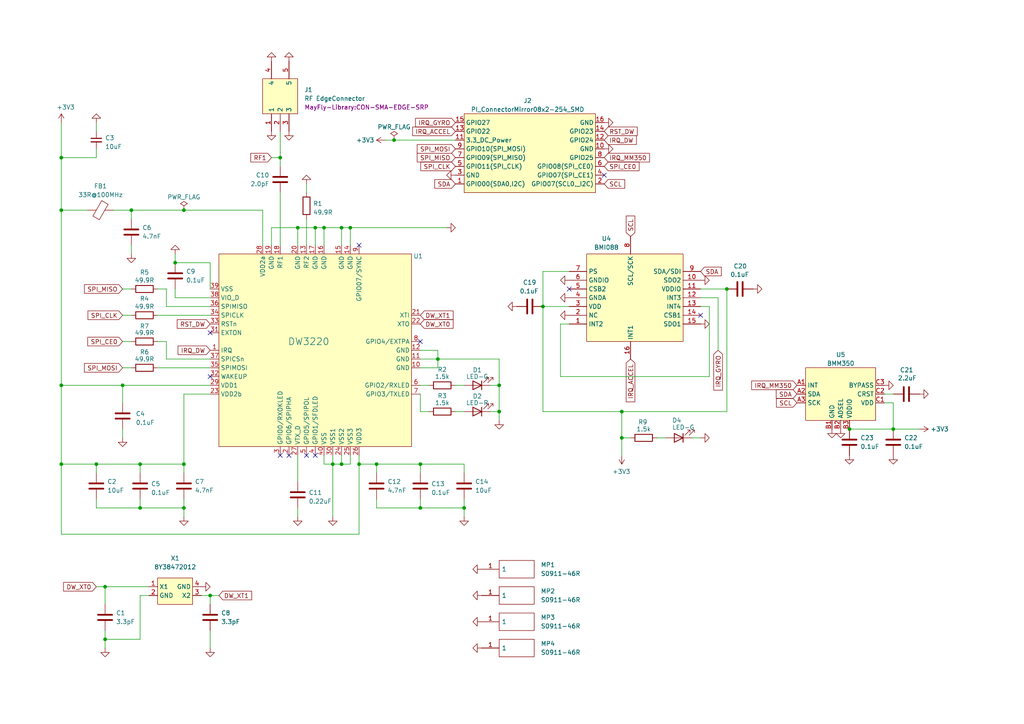
<source format=kicad_sch>
(kicad_sch (version 20230121) (generator eeschema)

  (uuid 5c7a1022-8c91-4b75-b969-8e692c0c9c4e)

  (paper "A4")

  (lib_symbols
    (symbol "Device:C" (pin_numbers hide) (pin_names (offset 0.254)) (in_bom yes) (on_board yes)
      (property "Reference" "C" (at 0.635 2.54 0)
        (effects (font (size 1.27 1.27)) (justify left))
      )
      (property "Value" "C" (at 0.635 -2.54 0)
        (effects (font (size 1.27 1.27)) (justify left))
      )
      (property "Footprint" "" (at 0.9652 -3.81 0)
        (effects (font (size 1.27 1.27)) hide)
      )
      (property "Datasheet" "~" (at 0 0 0)
        (effects (font (size 1.27 1.27)) hide)
      )
      (property "ki_keywords" "cap capacitor" (at 0 0 0)
        (effects (font (size 1.27 1.27)) hide)
      )
      (property "ki_description" "Unpolarized capacitor" (at 0 0 0)
        (effects (font (size 1.27 1.27)) hide)
      )
      (property "ki_fp_filters" "C_*" (at 0 0 0)
        (effects (font (size 1.27 1.27)) hide)
      )
      (symbol "C_0_1"
        (polyline
          (pts
            (xy -2.032 -0.762)
            (xy 2.032 -0.762)
          )
          (stroke (width 0.508) (type default))
          (fill (type none))
        )
        (polyline
          (pts
            (xy -2.032 0.762)
            (xy 2.032 0.762)
          )
          (stroke (width 0.508) (type default))
          (fill (type none))
        )
      )
      (symbol "C_1_1"
        (pin passive line (at 0 3.81 270) (length 2.794)
          (name "~" (effects (font (size 1.27 1.27))))
          (number "1" (effects (font (size 1.27 1.27))))
        )
        (pin passive line (at 0 -3.81 90) (length 2.794)
          (name "~" (effects (font (size 1.27 1.27))))
          (number "2" (effects (font (size 1.27 1.27))))
        )
      )
    )
    (symbol "Device:C_Small" (pin_numbers hide) (pin_names (offset 0.254) hide) (in_bom yes) (on_board yes)
      (property "Reference" "C" (at 0.254 1.778 0)
        (effects (font (size 1.27 1.27)) (justify left))
      )
      (property "Value" "C_Small" (at 0.254 -2.032 0)
        (effects (font (size 1.27 1.27)) (justify left))
      )
      (property "Footprint" "" (at 0 0 0)
        (effects (font (size 1.27 1.27)) hide)
      )
      (property "Datasheet" "~" (at 0 0 0)
        (effects (font (size 1.27 1.27)) hide)
      )
      (property "ki_keywords" "capacitor cap" (at 0 0 0)
        (effects (font (size 1.27 1.27)) hide)
      )
      (property "ki_description" "Unpolarized capacitor, small symbol" (at 0 0 0)
        (effects (font (size 1.27 1.27)) hide)
      )
      (property "ki_fp_filters" "C_*" (at 0 0 0)
        (effects (font (size 1.27 1.27)) hide)
      )
      (symbol "C_Small_0_1"
        (polyline
          (pts
            (xy -1.524 -0.508)
            (xy 1.524 -0.508)
          )
          (stroke (width 0.3302) (type default))
          (fill (type none))
        )
        (polyline
          (pts
            (xy -1.524 0.508)
            (xy 1.524 0.508)
          )
          (stroke (width 0.3048) (type default))
          (fill (type none))
        )
      )
      (symbol "C_Small_1_1"
        (pin passive line (at 0 2.54 270) (length 2.032)
          (name "~" (effects (font (size 1.27 1.27))))
          (number "1" (effects (font (size 1.27 1.27))))
        )
        (pin passive line (at 0 -2.54 90) (length 2.032)
          (name "~" (effects (font (size 1.27 1.27))))
          (number "2" (effects (font (size 1.27 1.27))))
        )
      )
    )
    (symbol "Device:FerriteBead" (pin_numbers hide) (pin_names (offset 0)) (in_bom yes) (on_board yes)
      (property "Reference" "FB" (at -3.81 0.635 90)
        (effects (font (size 1.27 1.27)))
      )
      (property "Value" "FerriteBead" (at 3.81 0 90)
        (effects (font (size 1.27 1.27)))
      )
      (property "Footprint" "" (at -1.778 0 90)
        (effects (font (size 1.27 1.27)) hide)
      )
      (property "Datasheet" "~" (at 0 0 0)
        (effects (font (size 1.27 1.27)) hide)
      )
      (property "ki_keywords" "L ferrite bead inductor filter" (at 0 0 0)
        (effects (font (size 1.27 1.27)) hide)
      )
      (property "ki_description" "Ferrite bead" (at 0 0 0)
        (effects (font (size 1.27 1.27)) hide)
      )
      (property "ki_fp_filters" "Inductor_* L_* *Ferrite*" (at 0 0 0)
        (effects (font (size 1.27 1.27)) hide)
      )
      (symbol "FerriteBead_0_1"
        (polyline
          (pts
            (xy 0 -1.27)
            (xy 0 -1.2192)
          )
          (stroke (width 0) (type default))
          (fill (type none))
        )
        (polyline
          (pts
            (xy 0 1.27)
            (xy 0 1.2954)
          )
          (stroke (width 0) (type default))
          (fill (type none))
        )
        (polyline
          (pts
            (xy -2.7686 0.4064)
            (xy -1.7018 2.2606)
            (xy 2.7686 -0.3048)
            (xy 1.6764 -2.159)
            (xy -2.7686 0.4064)
          )
          (stroke (width 0) (type default))
          (fill (type none))
        )
      )
      (symbol "FerriteBead_1_1"
        (pin passive line (at 0 3.81 270) (length 2.54)
          (name "~" (effects (font (size 1.27 1.27))))
          (number "1" (effects (font (size 1.27 1.27))))
        )
        (pin passive line (at 0 -3.81 90) (length 2.54)
          (name "~" (effects (font (size 1.27 1.27))))
          (number "2" (effects (font (size 1.27 1.27))))
        )
      )
    )
    (symbol "Device:LED" (pin_numbers hide) (pin_names (offset 1.016) hide) (in_bom yes) (on_board yes)
      (property "Reference" "D" (at 0 2.54 0)
        (effects (font (size 1.27 1.27)))
      )
      (property "Value" "LED" (at 0 -2.54 0)
        (effects (font (size 1.27 1.27)))
      )
      (property "Footprint" "" (at 0 0 0)
        (effects (font (size 1.27 1.27)) hide)
      )
      (property "Datasheet" "~" (at 0 0 0)
        (effects (font (size 1.27 1.27)) hide)
      )
      (property "ki_keywords" "LED diode" (at 0 0 0)
        (effects (font (size 1.27 1.27)) hide)
      )
      (property "ki_description" "Light emitting diode" (at 0 0 0)
        (effects (font (size 1.27 1.27)) hide)
      )
      (property "ki_fp_filters" "LED* LED_SMD:* LED_THT:*" (at 0 0 0)
        (effects (font (size 1.27 1.27)) hide)
      )
      (symbol "LED_0_1"
        (polyline
          (pts
            (xy -1.27 -1.27)
            (xy -1.27 1.27)
          )
          (stroke (width 0.254) (type default))
          (fill (type none))
        )
        (polyline
          (pts
            (xy -1.27 0)
            (xy 1.27 0)
          )
          (stroke (width 0) (type default))
          (fill (type none))
        )
        (polyline
          (pts
            (xy 1.27 -1.27)
            (xy 1.27 1.27)
            (xy -1.27 0)
            (xy 1.27 -1.27)
          )
          (stroke (width 0.254) (type default))
          (fill (type none))
        )
        (polyline
          (pts
            (xy -3.048 -0.762)
            (xy -4.572 -2.286)
            (xy -3.81 -2.286)
            (xy -4.572 -2.286)
            (xy -4.572 -1.524)
          )
          (stroke (width 0) (type default))
          (fill (type none))
        )
        (polyline
          (pts
            (xy -1.778 -0.762)
            (xy -3.302 -2.286)
            (xy -2.54 -2.286)
            (xy -3.302 -2.286)
            (xy -3.302 -1.524)
          )
          (stroke (width 0) (type default))
          (fill (type none))
        )
      )
      (symbol "LED_1_1"
        (pin passive line (at -3.81 0 0) (length 2.54)
          (name "K" (effects (font (size 1.27 1.27))))
          (number "1" (effects (font (size 1.27 1.27))))
        )
        (pin passive line (at 3.81 0 180) (length 2.54)
          (name "A" (effects (font (size 1.27 1.27))))
          (number "2" (effects (font (size 1.27 1.27))))
        )
      )
    )
    (symbol "Device:R" (pin_numbers hide) (pin_names (offset 0)) (in_bom yes) (on_board yes)
      (property "Reference" "R" (at 2.032 0 90)
        (effects (font (size 1.27 1.27)))
      )
      (property "Value" "R" (at 0 0 90)
        (effects (font (size 1.27 1.27)))
      )
      (property "Footprint" "" (at -1.778 0 90)
        (effects (font (size 1.27 1.27)) hide)
      )
      (property "Datasheet" "~" (at 0 0 0)
        (effects (font (size 1.27 1.27)) hide)
      )
      (property "ki_keywords" "R res resistor" (at 0 0 0)
        (effects (font (size 1.27 1.27)) hide)
      )
      (property "ki_description" "Resistor" (at 0 0 0)
        (effects (font (size 1.27 1.27)) hide)
      )
      (property "ki_fp_filters" "R_*" (at 0 0 0)
        (effects (font (size 1.27 1.27)) hide)
      )
      (symbol "R_0_1"
        (rectangle (start -1.016 -2.54) (end 1.016 2.54)
          (stroke (width 0.254) (type default))
          (fill (type none))
        )
      )
      (symbol "R_1_1"
        (pin passive line (at 0 3.81 270) (length 1.27)
          (name "~" (effects (font (size 1.27 1.27))))
          (number "1" (effects (font (size 1.27 1.27))))
        )
        (pin passive line (at 0 -3.81 90) (length 1.27)
          (name "~" (effects (font (size 1.27 1.27))))
          (number "2" (effects (font (size 1.27 1.27))))
        )
      )
    )
    (symbol "MayFly-Library:8Y38472012" (in_bom yes) (on_board yes)
      (property "Reference" "X" (at 0 7.62 0)
        (effects (font (size 1.27 1.27)))
      )
      (property "Value" "8Y38472012" (at 0 5.08 0)
        (effects (font (size 1.27 1.27)))
      )
      (property "Footprint" "" (at -0.508 -0.635 0)
        (effects (font (size 1.27 1.27)) hide)
      )
      (property "Datasheet" "" (at -0.508 -0.635 0)
        (effects (font (size 1.27 1.27)) hide)
      )
      (symbol "8Y38472012_0_1"
        (rectangle (start -5.08 2.54) (end 5.08 -5.08)
          (stroke (width 0) (type default))
          (fill (type background))
        )
      )
      (symbol "8Y38472012_1_1"
        (pin input line (at -7.62 0 0) (length 2.54)
          (name "X1" (effects (font (size 1.27 1.27))))
          (number "1" (effects (font (size 1.27 1.27))))
        )
        (pin power_in line (at -7.62 -2.54 0) (length 2.54)
          (name "GND" (effects (font (size 1.27 1.27))))
          (number "2" (effects (font (size 1.27 1.27))))
        )
        (pin output line (at 7.62 -2.54 180) (length 2.54)
          (name "X2" (effects (font (size 1.27 1.27))))
          (number "3" (effects (font (size 1.27 1.27))))
        )
        (pin power_in line (at 7.62 0 180) (length 2.54)
          (name "GND" (effects (font (size 1.27 1.27))))
          (number "4" (effects (font (size 1.27 1.27))))
        )
      )
    )
    (symbol "MayFly-Library:BMI088" (in_bom yes) (on_board yes)
      (property "Reference" "U" (at 0 10.16 0)
        (effects (font (size 1.27 1.27)))
      )
      (property "Value" "BMI088" (at 0 7.62 0)
        (effects (font (size 1.27 1.27)))
      )
      (property "Footprint" "SamacSys_Parts:BMI088" (at 0 -49.53 0)
        (effects (font (size 1.27 1.27)) hide)
      )
      (property "Datasheet" "" (at 0 3.81 0)
        (effects (font (size 1.27 1.27)) hide)
      )
      (symbol "BMI088_0_0"
        (pin passive line (at -7.62 -1.27 270) (length 5.08)
          (name "INT2" (effects (font (size 1.27 1.27))))
          (number "1" (effects (font (size 1.27 1.27))))
        )
        (pin passive line (at 5.08 -39.37 90) (length 5.08)
          (name "SDO2" (effects (font (size 1.27 1.27))))
          (number "10" (effects (font (size 1.27 1.27))))
        )
        (pin passive line (at 2.54 -39.37 90) (length 5.08)
          (name "VDDIO" (effects (font (size 1.27 1.27))))
          (number "11" (effects (font (size 1.27 1.27))))
        )
        (pin passive line (at 0 -39.37 90) (length 5.08)
          (name "INT3" (effects (font (size 1.27 1.27))))
          (number "12" (effects (font (size 1.27 1.27))))
        )
        (pin passive line (at -2.54 -39.37 90) (length 5.08)
          (name "INT4" (effects (font (size 1.27 1.27))))
          (number "13" (effects (font (size 1.27 1.27))))
        )
        (pin passive line (at -5.08 -39.37 90) (length 5.08)
          (name "CSB1" (effects (font (size 1.27 1.27))))
          (number "14" (effects (font (size 1.27 1.27))))
        )
        (pin passive line (at -7.62 -39.37 90) (length 5.08)
          (name "SDO1" (effects (font (size 1.27 1.27))))
          (number "15" (effects (font (size 1.27 1.27))))
        )
        (pin passive line (at -17.78 -19.05 0) (length 5.08)
          (name "INT1" (effects (font (size 1.27 1.27))))
          (number "16" (effects (font (size 1.27 1.27))))
        )
        (pin passive line (at -2.54 -1.27 270) (length 5.08)
          (name "VDD" (effects (font (size 1.27 1.27))))
          (number "3" (effects (font (size 1.27 1.27))))
        )
        (pin passive line (at 0 -1.27 270) (length 5.08)
          (name "GNDA" (effects (font (size 1.27 1.27))))
          (number "4" (effects (font (size 1.27 1.27))))
        )
        (pin passive line (at 2.54 -1.27 270) (length 5.08)
          (name "CSB2" (effects (font (size 1.27 1.27))))
          (number "5" (effects (font (size 1.27 1.27))))
        )
        (pin passive line (at 5.08 -1.27 270) (length 5.08)
          (name "GNDIO" (effects (font (size 1.27 1.27))))
          (number "6" (effects (font (size 1.27 1.27))))
        )
        (pin passive line (at 7.62 -1.27 270) (length 5.08)
          (name "PS" (effects (font (size 1.27 1.27))))
          (number "7" (effects (font (size 1.27 1.27))))
        )
        (pin passive line (at 17.78 -19.05 180) (length 5.08)
          (name "SCL/SCK" (effects (font (size 1.27 1.27))))
          (number "8" (effects (font (size 1.27 1.27))))
        )
        (pin passive line (at 7.62 -39.37 90) (length 5.08)
          (name "SDA/SDI" (effects (font (size 1.27 1.27))))
          (number "9" (effects (font (size 1.27 1.27))))
        )
      )
      (symbol "BMI088_1_0"
        (pin passive line (at -5.08 -1.27 270) (length 5.08)
          (name "NC" (effects (font (size 1.27 1.27))))
          (number "2" (effects (font (size 1.27 1.27))))
        )
      )
      (symbol "BMI088_1_1"
        (polyline
          (pts
            (xy -12.7 -6.35)
            (xy 12.7 -6.35)
            (xy 12.7 -34.29)
            (xy -12.7 -34.29)
            (xy -12.7 -6.35)
          )
          (stroke (width 0.1524) (type solid))
          (fill (type background))
        )
      )
    )
    (symbol "MayFly-Library:BMM350" (in_bom yes) (on_board yes)
      (property "Reference" "U" (at 0 10.16 0)
        (effects (font (size 1.27 1.27)))
      )
      (property "Value" "BMM350" (at 0 7.62 0)
        (effects (font (size 1.27 1.27)))
      )
      (property "Footprint" "MayFly-Library:BMM350" (at 0 12.7 0)
        (effects (font (size 1.27 1.27)) hide)
      )
      (property "Datasheet" "" (at -2.54 5.08 0)
        (effects (font (size 1.27 1.27)) hide)
      )
      (symbol "BMM350_1_1"
        (rectangle (start -10.16 5.08) (end 10.16 -10.16)
          (stroke (width 0) (type default))
          (fill (type background))
        )
        (pin output line (at -12.7 0 0) (length 2.54)
          (name "INT" (effects (font (size 1.27 1.27))))
          (number "A1" (effects (font (size 1.27 1.27))))
        )
        (pin bidirectional line (at -12.7 -2.54 0) (length 2.54)
          (name "SDA" (effects (font (size 1.27 1.27))))
          (number "A2" (effects (font (size 1.27 1.27))))
        )
        (pin bidirectional line (at -12.7 -5.08 0) (length 2.54)
          (name "SCK" (effects (font (size 1.27 1.27))))
          (number "A3" (effects (font (size 1.27 1.27))))
        )
        (pin passive line (at -2.54 -12.7 90) (length 2.54)
          (name "GND" (effects (font (size 1.27 1.27))))
          (number "B1" (effects (font (size 1.27 1.27))))
        )
        (pin input line (at 0 -12.7 90) (length 2.54)
          (name "ADSEL" (effects (font (size 1.27 1.27))))
          (number "B2" (effects (font (size 1.27 1.27))))
        )
        (pin power_in line (at 2.54 -12.7 90) (length 2.54)
          (name "VDDIO" (effects (font (size 1.27 1.27))))
          (number "B3" (effects (font (size 1.27 1.27))))
        )
        (pin power_in line (at 12.7 -5.08 180) (length 2.54)
          (name "VDD" (effects (font (size 1.27 1.27))))
          (number "C1" (effects (font (size 1.27 1.27))))
        )
        (pin passive line (at 12.7 -2.54 180) (length 2.54)
          (name "CRST" (effects (font (size 1.27 1.27))))
          (number "C2" (effects (font (size 1.27 1.27))))
        )
        (pin passive line (at 12.7 0 180) (length 2.54)
          (name "BYPASS" (effects (font (size 1.27 1.27))))
          (number "C3" (effects (font (size 1.27 1.27))))
        )
      )
    )
    (symbol "MayFly-Library:DW3220" (in_bom yes) (on_board yes)
      (property "Reference" "U" (at 25.4 30.48 0)
        (effects (font (size 1.27 1.27)))
      )
      (property "Value" "DW3220" (at 0 0.635 0)
        (effects (font (size 2 2)))
      )
      (property "Footprint" "" (at 0 0 0)
        (effects (font (size 1.27 1.27)) hide)
      )
      (property "Datasheet" "" (at 0 0 0)
        (effects (font (size 1.27 1.27)) hide)
      )
      (symbol "DW3220_0_1"
        (rectangle (start -27.94 25.4) (end 27.94 -30.48)
          (stroke (width 0) (type default))
          (fill (type background))
        )
      )
      (symbol "DW3220_1_1"
        (pin output line (at -30.48 -2.54 0) (length 2.54)
          (name "IRQ" (effects (font (size 1.27 1.27))))
          (number "1" (effects (font (size 1.27 1.27))))
        )
        (pin power_in line (at 30.48 -7.62 180) (length 2.54)
          (name "GND" (effects (font (size 1.27 1.27))))
          (number "10" (effects (font (size 1.27 1.27))))
        )
        (pin power_in line (at 30.48 -5.08 180) (length 2.54)
          (name "GND" (effects (font (size 1.27 1.27))))
          (number "11" (effects (font (size 1.27 1.27))))
        )
        (pin power_in line (at 30.48 -2.54 180) (length 2.54)
          (name "GND" (effects (font (size 1.27 1.27))))
          (number "12" (effects (font (size 1.27 1.27))))
        )
        (pin bidirectional line (at -2.54 27.94 270) (length 2.54)
          (name "RF2" (effects (font (size 1.27 1.27))))
          (number "13" (effects (font (size 1.27 1.27))))
        )
        (pin power_in line (at 10.16 27.94 270) (length 2.54)
          (name "GND" (effects (font (size 1.27 1.27))))
          (number "14" (effects (font (size 1.27 1.27))))
        )
        (pin power_in line (at 7.62 27.94 270) (length 2.54)
          (name "GND" (effects (font (size 1.27 1.27))))
          (number "15" (effects (font (size 1.27 1.27))))
        )
        (pin power_in line (at 2.54 27.94 270) (length 2.54)
          (name "GND" (effects (font (size 1.27 1.27))))
          (number "16" (effects (font (size 1.27 1.27))))
        )
        (pin power_in line (at 0 27.94 270) (length 2.54)
          (name "GND" (effects (font (size 1.27 1.27))))
          (number "17" (effects (font (size 1.27 1.27))))
        )
        (pin bidirectional line (at -10.16 27.94 270) (length 2.54)
          (name "RF1" (effects (font (size 1.27 1.27))))
          (number "18" (effects (font (size 1.27 1.27))))
        )
        (pin power_in line (at -12.7 27.94 270) (length 2.54)
          (name "GND" (effects (font (size 1.27 1.27))))
          (number "19" (effects (font (size 1.27 1.27))))
        )
        (pin input line (at -7.62 -33.02 90) (length 2.54)
          (name "GPIO6/SPIPHA" (effects (font (size 1.27 1.27))))
          (number "2" (effects (font (size 1.27 1.27))))
        )
        (pin power_in line (at -5.08 27.94 270) (length 2.54)
          (name "GND" (effects (font (size 1.27 1.27))))
          (number "20" (effects (font (size 1.27 1.27))))
        )
        (pin input line (at 30.48 7.62 180) (length 2.54)
          (name "XTI" (effects (font (size 1.27 1.27))))
          (number "21" (effects (font (size 1.27 1.27))))
        )
        (pin input line (at 30.48 5.08 180) (length 2.54)
          (name "XTO" (effects (font (size 1.27 1.27))))
          (number "22" (effects (font (size 1.27 1.27))))
        )
        (pin power_in line (at -30.48 -15.24 0) (length 2.54)
          (name "VDD2b" (effects (font (size 1.27 1.27))))
          (number "23" (effects (font (size 1.27 1.27))))
        )
        (pin power_in line (at 7.62 -33.02 90) (length 2.54)
          (name "VSS2" (effects (font (size 1.27 1.27))))
          (number "24" (effects (font (size 1.27 1.27))))
        )
        (pin power_in line (at 10.16 -33.02 90) (length 2.54)
          (name "VSS3" (effects (font (size 1.27 1.27))))
          (number "25" (effects (font (size 1.27 1.27))))
        )
        (pin power_in line (at 12.7 -33.02 90) (length 2.54)
          (name "VDD3" (effects (font (size 1.27 1.27))))
          (number "26" (effects (font (size 1.27 1.27))))
        )
        (pin bidirectional line (at -5.08 -33.02 90) (length 2.54)
          (name "VTX_D" (effects (font (size 1.27 1.27))))
          (number "27" (effects (font (size 1.27 1.27))))
        )
        (pin power_in line (at -15.24 27.94 270) (length 2.54)
          (name "VDD2a" (effects (font (size 1.27 1.27))))
          (number "28" (effects (font (size 1.27 1.27))))
        )
        (pin power_in line (at -30.48 -12.7 0) (length 2.54)
          (name "VDD1" (effects (font (size 1.27 1.27))))
          (number "29" (effects (font (size 1.27 1.27))))
        )
        (pin input line (at -10.16 -33.02 90) (length 2.54)
          (name "GPIO0/RXOKLED" (effects (font (size 1.27 1.27))))
          (number "3" (effects (font (size 1.27 1.27))))
        )
        (pin power_in line (at 5.08 -33.02 90) (length 2.54)
          (name "VSS1" (effects (font (size 1.27 1.27))))
          (number "30" (effects (font (size 1.27 1.27))))
        )
        (pin output line (at -30.48 2.54 0) (length 2.54)
          (name "EXTON" (effects (font (size 1.27 1.27))))
          (number "31" (effects (font (size 1.27 1.27))))
        )
        (pin input line (at -30.48 -10.16 0) (length 2.54)
          (name "WAKEUP" (effects (font (size 1.27 1.27))))
          (number "32" (effects (font (size 1.27 1.27))))
        )
        (pin output line (at -30.48 5.08 0) (length 2.54)
          (name "RSTn" (effects (font (size 1.27 1.27))))
          (number "33" (effects (font (size 1.27 1.27))))
        )
        (pin input line (at -30.48 7.62 0) (length 2.54)
          (name "SPICLK" (effects (font (size 1.27 1.27))))
          (number "34" (effects (font (size 1.27 1.27))))
        )
        (pin input line (at -30.48 -7.62 0) (length 2.54)
          (name "SPIMOSI" (effects (font (size 1.27 1.27))))
          (number "35" (effects (font (size 1.27 1.27))))
        )
        (pin input line (at -30.48 10.16 0) (length 2.54)
          (name "SPIMISO" (effects (font (size 1.27 1.27))))
          (number "36" (effects (font (size 1.27 1.27))))
        )
        (pin input line (at -30.48 -5.08 0) (length 2.54)
          (name "SPICSn" (effects (font (size 1.27 1.27))))
          (number "37" (effects (font (size 1.27 1.27))))
        )
        (pin bidirectional line (at -30.48 12.7 0) (length 2.54)
          (name "VIO_D" (effects (font (size 1.27 1.27))))
          (number "38" (effects (font (size 1.27 1.27))))
        )
        (pin power_in line (at -30.48 15.24 0) (length 2.54)
          (name "VSS" (effects (font (size 1.27 1.27))))
          (number "39" (effects (font (size 1.27 1.27))))
        )
        (pin input line (at 0 -33.02 90) (length 2.54)
          (name "GPIO1/SFDLED" (effects (font (size 1.27 1.27))))
          (number "4" (effects (font (size 1.27 1.27))))
        )
        (pin power_in line (at 2.54 -33.02 90) (length 2.54)
          (name "VSS" (effects (font (size 1.27 1.27))))
          (number "40" (effects (font (size 1.27 1.27))))
        )
        (pin input line (at -2.54 -33.02 90) (length 2.54)
          (name "GPIO5/SPIPOL" (effects (font (size 1.27 1.27))))
          (number "5" (effects (font (size 1.27 1.27))))
        )
        (pin input line (at 30.48 -12.7 180) (length 2.54)
          (name "GPIO2/RXLED" (effects (font (size 1.27 1.27))))
          (number "6" (effects (font (size 1.27 1.27))))
        )
        (pin input line (at 30.48 -15.24 180) (length 2.54)
          (name "GPIO3/TXLED" (effects (font (size 1.27 1.27))))
          (number "7" (effects (font (size 1.27 1.27))))
        )
        (pin input line (at 30.48 0 180) (length 2.54)
          (name "GPIO4/EXTPA" (effects (font (size 1.27 1.27))))
          (number "8" (effects (font (size 1.27 1.27))))
        )
        (pin input line (at 12.7 27.94 270) (length 2.54)
          (name "GPIO07/SYNC" (effects (font (size 1.27 1.27))))
          (number "9" (effects (font (size 1.27 1.27))))
        )
      )
    )
    (symbol "MayFly-Library:PI_ConnectorMirror08x2-254_SMD" (in_bom yes) (on_board yes)
      (property "Reference" "J" (at 0 3.81 0)
        (effects (font (size 1.27 1.27)))
      )
      (property "Value" "PI_ConnectorMirror08x2-254_SMD" (at 0 1.27 0)
        (effects (font (size 1.27 1.27)))
      )
      (property "Footprint" "MayFly-Library:PI_Connector08x2-254_SMD" (at 0 -26.67 0)
        (effects (font (size 1.27 1.27)) hide)
      )
      (property "Datasheet" "" (at -17.78 0 0)
        (effects (font (size 1.27 1.27)) hide)
      )
      (symbol "PI_ConnectorMirror08x2-254_SMD_1_1"
        (rectangle (start -17.78 0) (end 20.32 -22.86)
          (stroke (width 0) (type default))
          (fill (type background))
        )
        (pin bidirectional line (at -20.32 -20.32 0) (length 2.54)
          (name "GPIO00(SDA0,I2C)" (effects (font (size 1.27 1.27))))
          (number "1" (effects (font (size 1.27 1.27))))
        )
        (pin power_in line (at 22.86 -10.16 180) (length 2.54)
          (name "GND" (effects (font (size 1.27 1.27))))
          (number "10" (effects (font (size 1.27 1.27))))
        )
        (pin power_in line (at -20.32 -7.62 0) (length 2.54)
          (name "3.3_DC_Power" (effects (font (size 1.27 1.27))))
          (number "11" (effects (font (size 1.27 1.27))))
        )
        (pin bidirectional line (at 22.86 -7.62 180) (length 2.54)
          (name "GPIO24" (effects (font (size 1.27 1.27))))
          (number "12" (effects (font (size 1.27 1.27))))
        )
        (pin bidirectional line (at -20.32 -5.08 0) (length 2.54)
          (name "GPIO22" (effects (font (size 1.27 1.27))))
          (number "13" (effects (font (size 1.27 1.27))))
        )
        (pin bidirectional line (at 22.86 -5.08 180) (length 2.54)
          (name "GPIO23" (effects (font (size 1.27 1.27))))
          (number "14" (effects (font (size 1.27 1.27))))
        )
        (pin bidirectional line (at -20.32 -2.54 0) (length 2.54)
          (name "GPIO27" (effects (font (size 1.27 1.27))))
          (number "15" (effects (font (size 1.27 1.27))))
        )
        (pin power_in line (at 22.86 -2.54 180) (length 2.54)
          (name "GND" (effects (font (size 1.27 1.27))))
          (number "16" (effects (font (size 1.27 1.27))))
        )
        (pin input line (at 22.86 -20.32 180) (length 2.54)
          (name "GPIO07(SCL0,_I2C)" (effects (font (size 1.27 1.27))))
          (number "2" (effects (font (size 1.27 1.27))))
        )
        (pin power_in line (at -20.32 -17.78 0) (length 2.54)
          (name "GND" (effects (font (size 1.27 1.27))))
          (number "3" (effects (font (size 1.27 1.27))))
        )
        (pin input line (at 22.86 -17.78 180) (length 2.54)
          (name "GPIO07(SPI_CE1)" (effects (font (size 1.27 1.27))))
          (number "4" (effects (font (size 1.27 1.27))))
        )
        (pin bidirectional line (at -20.32 -15.24 0) (length 2.54)
          (name "GPIO11(SPI_CLK)" (effects (font (size 1.27 1.27))))
          (number "5" (effects (font (size 1.27 1.27))))
        )
        (pin input line (at 22.86 -15.24 180) (length 2.54)
          (name "GPIO08(SPI_CE0)" (effects (font (size 1.27 1.27))))
          (number "6" (effects (font (size 1.27 1.27))))
        )
        (pin bidirectional line (at -20.32 -12.7 0) (length 2.54)
          (name "GPIO09(SPI_MISO)" (effects (font (size 1.27 1.27))))
          (number "7" (effects (font (size 1.27 1.27))))
        )
        (pin bidirectional line (at 22.86 -12.7 180) (length 2.54)
          (name "GPIO25" (effects (font (size 1.27 1.27))))
          (number "8" (effects (font (size 1.27 1.27))))
        )
        (pin bidirectional line (at -20.32 -10.16 0) (length 2.54)
          (name "GPIO10(SPI_MOSI)" (effects (font (size 1.27 1.27))))
          (number "9" (effects (font (size 1.27 1.27))))
        )
      )
    )
    (symbol "MayFly-Library:RF-EdgeConnector" (in_bom yes) (on_board yes)
      (property "Reference" "J" (at 0 10.16 0)
        (effects (font (size 1.27 1.27)))
      )
      (property "Value" "RF EdgeConnector" (at 0 7.62 0)
        (effects (font (size 1.27 1.27)))
      )
      (property "Footprint" "MayFly-Library:RF-EdgeConnector" (at 1.27 -7.62 0)
        (effects (font (size 1.27 1.27)))
      )
      (property "Datasheet" "" (at 0 6.35 0)
        (effects (font (size 1.27 1.27)) hide)
      )
      (symbol "RF-EdgeConnector_0_0"
        (pin passive line (at -10.16 2.54 0) (length 5.08)
          (name "1" (effects (font (size 1.27 1.27))))
          (number "1" (effects (font (size 1.27 1.27))))
        )
        (pin passive line (at -10.16 0 0) (length 5.08)
          (name "2" (effects (font (size 1.27 1.27))))
          (number "2" (effects (font (size 1.27 1.27))))
        )
        (pin passive line (at -10.16 -2.54 0) (length 5.08)
          (name "3" (effects (font (size 1.27 1.27))))
          (number "3" (effects (font (size 1.27 1.27))))
        )
      )
      (symbol "RF-EdgeConnector_1_0"
        (pin passive line (at 10.16 2.54 180) (length 5.08)
          (name "4" (effects (font (size 1.27 1.27))))
          (number "4" (effects (font (size 1.27 1.27))))
        )
        (pin passive line (at 10.16 -2.54 180) (length 5.08)
          (name "5" (effects (font (size 1.27 1.27))))
          (number "5" (effects (font (size 1.27 1.27))))
        )
      )
      (symbol "RF-EdgeConnector_1_1"
        (polyline
          (pts
            (xy -5.08 5.08)
            (xy 5.08 5.08)
            (xy 5.08 -5.08)
            (xy -5.08 -5.08)
            (xy -5.08 5.08)
          )
          (stroke (width 0.1524) (type solid))
          (fill (type background))
        )
      )
    )
    (symbol "SamacSys_Parts:S0911-46R" (pin_names (offset 0.762)) (in_bom yes) (on_board yes)
      (property "Reference" "MP" (at 16.51 7.62 0)
        (effects (font (size 1.27 1.27)) (justify left))
      )
      (property "Value" "S0911-46R" (at 16.51 5.08 0)
        (effects (font (size 1.27 1.27)) (justify left))
      )
      (property "Footprint" "S091146R" (at 16.51 2.54 0)
        (effects (font (size 1.27 1.27)) (justify left) hide)
      )
      (property "Datasheet" "https://cdn.harwin.com/pdfs/S0911R.pdf" (at 16.51 0 0)
        (effects (font (size 1.27 1.27)) (justify left) hide)
      )
      (property "Description" "Shield Clip, SMT, Compact, Beryllium Copper, tin, Tape & Reeled" (at 16.51 -2.54 0)
        (effects (font (size 1.27 1.27)) (justify left) hide)
      )
      (property "Height" "2.2" (at 16.51 -5.08 0)
        (effects (font (size 1.27 1.27)) (justify left) hide)
      )
      (property "Mouser Part Number" "855-S0911-46R" (at 16.51 -7.62 0)
        (effects (font (size 1.27 1.27)) (justify left) hide)
      )
      (property "Mouser Price/Stock" "https://www.mouser.co.uk/ProductDetail/Harwin/S0911-46R?qs=y6ZabgHbY%252BzGXFX2pF%2FxTw%3D%3D" (at 16.51 -10.16 0)
        (effects (font (size 1.27 1.27)) (justify left) hide)
      )
      (property "Manufacturer_Name" "Harwin" (at 16.51 -12.7 0)
        (effects (font (size 1.27 1.27)) (justify left) hide)
      )
      (property "Manufacturer_Part_Number" "S0911-46R" (at 16.51 -15.24 0)
        (effects (font (size 1.27 1.27)) (justify left) hide)
      )
      (property "ki_description" "Shield Clip, SMT, Compact, Beryllium Copper, tin, Tape & Reeled" (at 0 0 0)
        (effects (font (size 1.27 1.27)) hide)
      )
      (symbol "S0911-46R_0_0"
        (pin passive line (at 0 0 0) (length 5.08)
          (name "1" (effects (font (size 1.27 1.27))))
          (number "1" (effects (font (size 1.27 1.27))))
        )
      )
      (symbol "S0911-46R_0_1"
        (polyline
          (pts
            (xy 5.08 2.54)
            (xy 15.24 2.54)
            (xy 15.24 -2.54)
            (xy 5.08 -2.54)
            (xy 5.08 2.54)
          )
          (stroke (width 0.1524) (type solid))
          (fill (type none))
        )
      )
    )
    (symbol "power:+3V3" (power) (pin_names (offset 0)) (in_bom yes) (on_board yes)
      (property "Reference" "#PWR" (at 0 -3.81 0)
        (effects (font (size 1.27 1.27)) hide)
      )
      (property "Value" "+3V3" (at 0 3.556 0)
        (effects (font (size 1.27 1.27)))
      )
      (property "Footprint" "" (at 0 0 0)
        (effects (font (size 1.27 1.27)) hide)
      )
      (property "Datasheet" "" (at 0 0 0)
        (effects (font (size 1.27 1.27)) hide)
      )
      (property "ki_keywords" "global power" (at 0 0 0)
        (effects (font (size 1.27 1.27)) hide)
      )
      (property "ki_description" "Power symbol creates a global label with name \"+3V3\"" (at 0 0 0)
        (effects (font (size 1.27 1.27)) hide)
      )
      (symbol "+3V3_0_1"
        (polyline
          (pts
            (xy -0.762 1.27)
            (xy 0 2.54)
          )
          (stroke (width 0) (type default))
          (fill (type none))
        )
        (polyline
          (pts
            (xy 0 0)
            (xy 0 2.54)
          )
          (stroke (width 0) (type default))
          (fill (type none))
        )
        (polyline
          (pts
            (xy 0 2.54)
            (xy 0.762 1.27)
          )
          (stroke (width 0) (type default))
          (fill (type none))
        )
      )
      (symbol "+3V3_1_1"
        (pin power_in line (at 0 0 90) (length 0) hide
          (name "+3V3" (effects (font (size 1.27 1.27))))
          (number "1" (effects (font (size 1.27 1.27))))
        )
      )
    )
    (symbol "power:GND" (power) (pin_names (offset 0)) (in_bom yes) (on_board yes)
      (property "Reference" "#PWR" (at 0 -6.35 0)
        (effects (font (size 1.27 1.27)) hide)
      )
      (property "Value" "GND" (at 0 -3.81 0)
        (effects (font (size 1.27 1.27)))
      )
      (property "Footprint" "" (at 0 0 0)
        (effects (font (size 1.27 1.27)) hide)
      )
      (property "Datasheet" "" (at 0 0 0)
        (effects (font (size 1.27 1.27)) hide)
      )
      (property "ki_keywords" "global power" (at 0 0 0)
        (effects (font (size 1.27 1.27)) hide)
      )
      (property "ki_description" "Power symbol creates a global label with name \"GND\" , ground" (at 0 0 0)
        (effects (font (size 1.27 1.27)) hide)
      )
      (symbol "GND_0_1"
        (polyline
          (pts
            (xy 0 0)
            (xy 0 -1.27)
            (xy 1.27 -1.27)
            (xy 0 -2.54)
            (xy -1.27 -1.27)
            (xy 0 -1.27)
          )
          (stroke (width 0) (type default))
          (fill (type none))
        )
      )
      (symbol "GND_1_1"
        (pin power_in line (at 0 0 270) (length 0) hide
          (name "GND" (effects (font (size 1.27 1.27))))
          (number "1" (effects (font (size 1.27 1.27))))
        )
      )
    )
    (symbol "power:PWR_FLAG" (power) (pin_numbers hide) (pin_names (offset 0) hide) (in_bom yes) (on_board yes)
      (property "Reference" "#FLG" (at 0 1.905 0)
        (effects (font (size 1.27 1.27)) hide)
      )
      (property "Value" "PWR_FLAG" (at 0 3.81 0)
        (effects (font (size 1.27 1.27)))
      )
      (property "Footprint" "" (at 0 0 0)
        (effects (font (size 1.27 1.27)) hide)
      )
      (property "Datasheet" "~" (at 0 0 0)
        (effects (font (size 1.27 1.27)) hide)
      )
      (property "ki_keywords" "flag power" (at 0 0 0)
        (effects (font (size 1.27 1.27)) hide)
      )
      (property "ki_description" "Special symbol for telling ERC where power comes from" (at 0 0 0)
        (effects (font (size 1.27 1.27)) hide)
      )
      (symbol "PWR_FLAG_0_0"
        (pin power_out line (at 0 0 90) (length 0)
          (name "pwr" (effects (font (size 1.27 1.27))))
          (number "1" (effects (font (size 1.27 1.27))))
        )
      )
      (symbol "PWR_FLAG_0_1"
        (polyline
          (pts
            (xy 0 0)
            (xy 0 1.27)
            (xy -1.016 1.905)
            (xy 0 2.54)
            (xy 1.016 1.905)
            (xy 0 1.27)
          )
          (stroke (width 0) (type default))
          (fill (type none))
        )
      )
    )
  )

  (junction (at 91.44 66.04) (diameter 0) (color 0 0 0 0)
    (uuid 07202277-2d68-47aa-9876-55584ad9c5be)
  )
  (junction (at 246.38 124.46) (diameter 0) (color 0 0 0 0)
    (uuid 0752a7d3-c8d6-464b-8f21-b218177f8ee1)
  )
  (junction (at 114.3 40.64) (diameter 0) (color 0 0 0 0)
    (uuid 0796ee12-1dc9-4156-a84a-9822c1e8118f)
  )
  (junction (at 53.34 60.96) (diameter 0) (color 0 0 0 0)
    (uuid 07c2ea92-9d46-4716-bb1e-4d1d1d6623a8)
  )
  (junction (at 157.48 88.9) (diameter 0) (color 0 0 0 0)
    (uuid 19a23151-fd8d-4ef6-a9b5-fea6a6eae070)
  )
  (junction (at 17.78 60.96) (diameter 0) (color 0 0 0 0)
    (uuid 1d0c8a08-a07e-4155-8a3d-91169cf48e6d)
  )
  (junction (at 180.34 119.38) (diameter 0) (color 0 0 0 0)
    (uuid 26465635-943e-4a54-8565-d6ffb6102c59)
  )
  (junction (at 40.64 134.62) (diameter 0) (color 0 0 0 0)
    (uuid 298d060d-ce87-40dc-8844-fcdc026fe18f)
  )
  (junction (at 53.34 147.32) (diameter 0) (color 0 0 0 0)
    (uuid 34be87a4-4656-4fb3-8a0f-cc69a982f428)
  )
  (junction (at 144.78 111.76) (diameter 0) (color 0 0 0 0)
    (uuid 36244ed4-69e7-4d0f-ad7a-d2edffd44c31)
  )
  (junction (at 101.6 66.04) (diameter 0) (color 0 0 0 0)
    (uuid 4304ebc3-9c48-4967-aa69-dba625048e3b)
  )
  (junction (at 17.78 45.72) (diameter 0) (color 0 0 0 0)
    (uuid 45a13837-183e-446b-8683-0888b1f96a04)
  )
  (junction (at 30.48 185.42) (diameter 0) (color 0 0 0 0)
    (uuid 461477e8-06f2-4ed6-81e7-7578041a2a24)
  )
  (junction (at 180.34 127) (diameter 0) (color 0 0 0 0)
    (uuid 476c88ae-6aba-419d-b4be-e13f70fdc1d7)
  )
  (junction (at 17.78 111.76) (diameter 0) (color 0 0 0 0)
    (uuid 49ef1f76-26ae-41a2-856f-055d3415a846)
  )
  (junction (at 38.1 60.96) (diameter 0) (color 0 0 0 0)
    (uuid 4a2cfec1-0cbc-43b8-a304-373ba4221f2b)
  )
  (junction (at 60.96 172.72) (diameter 0) (color 0 0 0 0)
    (uuid 4d591892-bebf-4fc1-8a3b-6d6e9ba49a1b)
  )
  (junction (at 53.34 134.62) (diameter 0) (color 0 0 0 0)
    (uuid 4dbbfd75-649b-404c-9cbb-3e8f72ad0c60)
  )
  (junction (at 109.22 134.62) (diameter 0) (color 0 0 0 0)
    (uuid 55e37f0e-ee86-43f9-a415-565b42206a02)
  )
  (junction (at 17.78 134.62) (diameter 0) (color 0 0 0 0)
    (uuid 56e82c6c-15cd-4ce3-9f45-6d15db8fd277)
  )
  (junction (at 50.8 76.2) (diameter 0) (color 0 0 0 0)
    (uuid 58f0961c-fd17-406e-84fb-c240dca9a43e)
  )
  (junction (at 127 104.14) (diameter 0) (color 0 0 0 0)
    (uuid 5b1e19c1-1b5c-4465-9613-605982aede63)
  )
  (junction (at 121.92 134.62) (diameter 0) (color 0 0 0 0)
    (uuid 5e02692a-1c47-4aa3-9a2e-fd0c72b504d7)
  )
  (junction (at 30.48 170.18) (diameter 0) (color 0 0 0 0)
    (uuid 655769d7-f349-49fa-b559-f2a3043f8d04)
  )
  (junction (at 259.08 124.46) (diameter 0) (color 0 0 0 0)
    (uuid 6ed78021-6dde-4e1e-b818-6f18d7295149)
  )
  (junction (at 210.82 83.82) (diameter 0) (color 0 0 0 0)
    (uuid 730b3bb2-9238-45c1-a1b2-e05f22ed4638)
  )
  (junction (at 104.14 134.62) (diameter 0) (color 0 0 0 0)
    (uuid 74b376ae-25f8-4de3-a06b-08bdca8d7aa1)
  )
  (junction (at 121.92 147.32) (diameter 0) (color 0 0 0 0)
    (uuid 78eb7e64-aef5-4065-9366-ec10034d58c7)
  )
  (junction (at 96.52 134.62) (diameter 0) (color 0 0 0 0)
    (uuid 8801c63a-9e64-4f24-9298-1b160a5e2901)
  )
  (junction (at 134.62 147.32) (diameter 0) (color 0 0 0 0)
    (uuid 8ed9ce3c-c0e6-45f9-8651-efa9f934c267)
  )
  (junction (at 144.78 119.38) (diameter 0) (color 0 0 0 0)
    (uuid a1890bc9-c8f0-4bfb-a88f-4a0406d1c237)
  )
  (junction (at 81.28 45.72) (diameter 0) (color 0 0 0 0)
    (uuid b597ec20-7e92-4618-9147-37754c09c8a9)
  )
  (junction (at 93.98 66.04) (diameter 0) (color 0 0 0 0)
    (uuid b77b6edf-166a-48dc-8273-ec846080c883)
  )
  (junction (at 40.64 147.32) (diameter 0) (color 0 0 0 0)
    (uuid be0cee92-b974-4c44-9e79-aafca5524a30)
  )
  (junction (at 27.94 134.62) (diameter 0) (color 0 0 0 0)
    (uuid bf4a8a19-27c8-4e0a-b4c2-843b87aeab84)
  )
  (junction (at 99.06 134.62) (diameter 0) (color 0 0 0 0)
    (uuid c145cd32-31dc-4a09-9f40-2b019c310480)
  )
  (junction (at 99.06 66.04) (diameter 0) (color 0 0 0 0)
    (uuid c3ec3cb2-9f10-4b7d-929b-4dbe18365fcb)
  )
  (junction (at 35.56 111.76) (diameter 0) (color 0 0 0 0)
    (uuid ca3a1da5-981e-452d-afe2-729e76c92b49)
  )
  (junction (at 86.36 66.04) (diameter 0) (color 0 0 0 0)
    (uuid e9f7e3e1-31fb-4dbc-83ce-033a833b0ccb)
  )

  (no_connect (at 203.2 91.44) (uuid 41149bf0-65e0-46ad-a84a-f886b5f39edd))
  (no_connect (at 175.26 50.8) (uuid 527d166c-4891-46cd-9af2-626f32d898d9))
  (no_connect (at 88.9 132.08) (uuid 6797e2f7-f16e-4555-a574-1b944219e8a0))
  (no_connect (at 165.1 83.82) (uuid 7cce00e4-4c45-4e17-97a9-f6a709e81e73))
  (no_connect (at 91.44 132.08) (uuid a5b0aaaf-5a07-49fa-9883-b932a0d9708a))
  (no_connect (at 121.92 99.06) (uuid bc26cf9f-0240-4bb3-abe1-36f9d9be1965))
  (no_connect (at 60.96 109.22) (uuid e1b2d163-09b4-4226-a032-a04f08b429f6))
  (no_connect (at 83.82 132.08) (uuid f098e633-da85-4621-b194-f3dc5679946f))
  (no_connect (at 104.14 71.12) (uuid f3c3fc00-40f9-4fd0-a31a-eeffb2a9268e))
  (no_connect (at 60.96 96.52) (uuid f5f50d50-056a-403f-9d97-e6af19fd5931))
  (no_connect (at 81.28 132.08) (uuid f8eb7aa4-eb76-42e0-a09f-31efa4532a97))

  (wire (pts (xy 60.96 86.36) (xy 50.8 86.36))
    (stroke (width 0) (type default))
    (uuid 00cf93f3-9556-4666-bca1-7748377b1389)
  )
  (wire (pts (xy 180.34 119.38) (xy 210.82 119.38))
    (stroke (width 0) (type default))
    (uuid 014968aa-e405-4346-a349-8c34ba6485e1)
  )
  (wire (pts (xy 256.54 116.84) (xy 259.08 116.84))
    (stroke (width 0) (type default))
    (uuid 0169e74c-ad4a-405a-9aea-5925cddc7d55)
  )
  (wire (pts (xy 134.62 144.78) (xy 134.62 147.32))
    (stroke (width 0) (type default))
    (uuid 051113d3-2655-45be-90ed-3d8877025413)
  )
  (wire (pts (xy 53.34 134.62) (xy 53.34 137.16))
    (stroke (width 0) (type default))
    (uuid 0554edb7-3395-4684-bf7f-78267f23ead1)
  )
  (wire (pts (xy 33.02 60.96) (xy 38.1 60.96))
    (stroke (width 0) (type default))
    (uuid 05e09fb3-3f73-4b4c-8bf4-c8cfc8cf9aef)
  )
  (wire (pts (xy 93.98 134.62) (xy 96.52 134.62))
    (stroke (width 0) (type default))
    (uuid 0aab2588-b3c8-424b-b224-469d223d5ee7)
  )
  (wire (pts (xy 180.34 127) (xy 180.34 132.08))
    (stroke (width 0) (type default))
    (uuid 0c1b13df-a21d-40c5-b7d8-b18515004f97)
  )
  (wire (pts (xy 180.34 119.38) (xy 180.34 127))
    (stroke (width 0) (type default))
    (uuid 0e0550e0-fee3-4095-8930-6916c0236bc7)
  )
  (wire (pts (xy 30.48 175.26) (xy 30.48 170.18))
    (stroke (width 0) (type default))
    (uuid 0fc33f32-4917-40c5-a09f-ff36e01f92c4)
  )
  (wire (pts (xy 60.96 83.82) (xy 60.96 76.2))
    (stroke (width 0) (type default))
    (uuid 10145395-6b58-47af-ad1b-06bb8c2583b2)
  )
  (wire (pts (xy 205.74 88.9) (xy 205.74 109.22))
    (stroke (width 0) (type default))
    (uuid 121dd5bd-3e2b-46f2-893e-11f8b20fc907)
  )
  (wire (pts (xy 50.8 83.82) (xy 50.8 86.36))
    (stroke (width 0) (type default))
    (uuid 1227e6d8-037d-4333-a4d0-5c5e8efa2df7)
  )
  (wire (pts (xy 27.94 43.18) (xy 27.94 45.72))
    (stroke (width 0) (type default))
    (uuid 12a030e0-d521-4917-8b6e-25f40335c97e)
  )
  (wire (pts (xy 162.56 109.22) (xy 162.56 93.98))
    (stroke (width 0) (type default))
    (uuid 13d5b447-5016-4b23-b4a6-a051dbb2c336)
  )
  (wire (pts (xy 17.78 45.72) (xy 27.94 45.72))
    (stroke (width 0) (type default))
    (uuid 15bc9841-e3c8-42b4-b80d-d9526bcfa4f3)
  )
  (wire (pts (xy 162.56 93.98) (xy 165.1 93.98))
    (stroke (width 0) (type default))
    (uuid 15ff5a44-7c7a-4ba0-b921-9e91ef4b27a6)
  )
  (wire (pts (xy 96.52 132.08) (xy 96.52 134.62))
    (stroke (width 0) (type default))
    (uuid 175eeb7c-5fa6-47e9-ac5b-1d748db5aa4c)
  )
  (wire (pts (xy 157.48 78.74) (xy 165.1 78.74))
    (stroke (width 0) (type default))
    (uuid 18ac6de8-329c-40c2-a736-041140e273f8)
  )
  (wire (pts (xy 203.2 86.36) (xy 208.28 86.36))
    (stroke (width 0) (type default))
    (uuid 22fd8275-2d8b-45c4-8d40-2ce12d429d0f)
  )
  (wire (pts (xy 30.48 170.18) (xy 27.94 170.18))
    (stroke (width 0) (type default))
    (uuid 2444120d-58bb-4956-ab3b-898fd56372b7)
  )
  (wire (pts (xy 38.1 60.96) (xy 53.34 60.96))
    (stroke (width 0) (type default))
    (uuid 24df0e1c-669e-4360-ac0f-e75e2d3f5c45)
  )
  (wire (pts (xy 104.14 134.62) (xy 104.14 154.94))
    (stroke (width 0) (type default))
    (uuid 288a0a85-7e36-439b-8557-2377ee109af0)
  )
  (wire (pts (xy 91.44 66.04) (xy 91.44 71.12))
    (stroke (width 0) (type default))
    (uuid 2922b3f1-1ede-46dc-96de-b2e80412a122)
  )
  (wire (pts (xy 86.36 66.04) (xy 91.44 66.04))
    (stroke (width 0) (type default))
    (uuid 2c5243f3-6a2e-454b-9652-369bf28d3efd)
  )
  (wire (pts (xy 101.6 66.04) (xy 129.54 66.04))
    (stroke (width 0) (type default))
    (uuid 2c6412dd-0021-48a1-ad07-6b52005d33d7)
  )
  (wire (pts (xy 27.94 134.62) (xy 27.94 137.16))
    (stroke (width 0) (type default))
    (uuid 2dae06e4-1322-4062-9ea2-9952568e87dc)
  )
  (wire (pts (xy 99.06 66.04) (xy 99.06 71.12))
    (stroke (width 0) (type default))
    (uuid 3031b869-cb7c-43a1-8d74-e1aa22c5859c)
  )
  (wire (pts (xy 93.98 66.04) (xy 93.98 71.12))
    (stroke (width 0) (type default))
    (uuid 33f9ba6d-d899-4e5e-b8c5-80afd97be78d)
  )
  (wire (pts (xy 60.96 91.44) (xy 45.72 91.44))
    (stroke (width 0) (type default))
    (uuid 3489a0d2-0ea1-4f4e-b1f7-007d7a13f514)
  )
  (wire (pts (xy 205.74 109.22) (xy 162.56 109.22))
    (stroke (width 0) (type default))
    (uuid 34b79bad-da2b-4e84-bfca-e08c1e0fec05)
  )
  (wire (pts (xy 76.2 71.12) (xy 76.2 60.96))
    (stroke (width 0) (type default))
    (uuid 35bbb29c-9a24-4443-b394-f19ad1674d8d)
  )
  (wire (pts (xy 96.52 134.62) (xy 96.52 149.86))
    (stroke (width 0) (type default))
    (uuid 37348c2f-fc52-4cb3-84e2-775f4a9c9f38)
  )
  (wire (pts (xy 259.08 124.46) (xy 266.7 124.46))
    (stroke (width 0) (type default))
    (uuid 3fa0b6da-cdbb-4e87-bfce-7e73ba63b8fd)
  )
  (wire (pts (xy 17.78 134.62) (xy 27.94 134.62))
    (stroke (width 0) (type default))
    (uuid 428a1d2f-2dd1-4fdf-9ebf-e2c2983aac3a)
  )
  (wire (pts (xy 256.54 114.3) (xy 259.08 114.3))
    (stroke (width 0) (type default))
    (uuid 43cbc708-2a9e-4fd7-8788-cb5317842c4b)
  )
  (wire (pts (xy 157.48 88.9) (xy 165.1 88.9))
    (stroke (width 0) (type default))
    (uuid 4715177f-0bc2-4a91-981b-5f99a9b6ff12)
  )
  (wire (pts (xy 114.3 40.64) (xy 132.08 40.64))
    (stroke (width 0) (type default))
    (uuid 47696899-b707-4492-a2f2-efc6b36758a2)
  )
  (wire (pts (xy 101.6 66.04) (xy 101.6 71.12))
    (stroke (width 0) (type default))
    (uuid 489c13d9-4b50-4b22-b377-addd511e3d28)
  )
  (wire (pts (xy 58.42 172.72) (xy 60.96 172.72))
    (stroke (width 0) (type default))
    (uuid 4e1948af-ee75-45f6-bac2-c7ae6b5ec14c)
  )
  (wire (pts (xy 157.48 119.38) (xy 180.34 119.38))
    (stroke (width 0) (type default))
    (uuid 5131d09e-ea84-4e7e-9910-da29175bed3d)
  )
  (wire (pts (xy 127 101.6) (xy 127 104.14))
    (stroke (width 0) (type default))
    (uuid 5213a930-ca68-4250-afa4-a97b7b9e9124)
  )
  (wire (pts (xy 121.92 147.32) (xy 134.62 147.32))
    (stroke (width 0) (type default))
    (uuid 573a4331-ae74-4ccd-8ca1-1491cae1637a)
  )
  (wire (pts (xy 99.06 66.04) (xy 101.6 66.04))
    (stroke (width 0) (type default))
    (uuid 59e22f3b-1bf4-4c4f-a094-d98185a287ed)
  )
  (wire (pts (xy 121.92 114.3) (xy 121.92 119.38))
    (stroke (width 0) (type default))
    (uuid 60b9a600-9682-4e0f-ad96-44f71a1a3101)
  )
  (wire (pts (xy 60.96 182.88) (xy 60.96 187.96))
    (stroke (width 0) (type default))
    (uuid 60ea57ce-c410-4c6a-96ca-a3e5bda7d268)
  )
  (wire (pts (xy 81.28 45.72) (xy 81.28 48.26))
    (stroke (width 0) (type default))
    (uuid 61d3e2d2-54b6-4d4e-a356-615bcfd4975d)
  )
  (wire (pts (xy 27.94 144.78) (xy 27.94 147.32))
    (stroke (width 0) (type default))
    (uuid 631642ad-584a-49d5-8e61-96bf83de201a)
  )
  (wire (pts (xy 121.92 106.68) (xy 127 106.68))
    (stroke (width 0) (type default))
    (uuid 67ae10dc-d90c-415c-997b-8378b52b0dbf)
  )
  (wire (pts (xy 35.56 124.46) (xy 35.56 127))
    (stroke (width 0) (type default))
    (uuid 67ae6ff4-5d02-4c91-8906-a2fc75c53974)
  )
  (wire (pts (xy 134.62 134.62) (xy 134.62 137.16))
    (stroke (width 0) (type default))
    (uuid 6b569476-a5d8-439a-a748-0a871d8eddb9)
  )
  (wire (pts (xy 45.72 99.06) (xy 48.26 99.06))
    (stroke (width 0) (type default))
    (uuid 6dfeafe9-2782-4b69-bddc-3e0666d85483)
  )
  (wire (pts (xy 246.38 124.46) (xy 259.08 124.46))
    (stroke (width 0) (type default))
    (uuid 6eaa0c38-9512-415d-9cde-5751ecbb1215)
  )
  (wire (pts (xy 40.64 134.62) (xy 53.34 134.62))
    (stroke (width 0) (type default))
    (uuid 775d50a4-cbc5-4674-9bd4-4811270f6d78)
  )
  (wire (pts (xy 180.34 127) (xy 182.88 127))
    (stroke (width 0) (type default))
    (uuid 7771a946-43f8-4470-8f9c-b783abe5a136)
  )
  (wire (pts (xy 53.34 149.86) (xy 53.34 147.32))
    (stroke (width 0) (type default))
    (uuid 78b8221e-2dcf-4452-8a6a-1cea8a9e27b0)
  )
  (wire (pts (xy 78.74 66.04) (xy 86.36 66.04))
    (stroke (width 0) (type default))
    (uuid 7aaa689b-cefa-46f6-9dc5-422b1ea770d9)
  )
  (wire (pts (xy 53.34 114.3) (xy 53.34 134.62))
    (stroke (width 0) (type default))
    (uuid 7d5d1614-14c0-4d44-a0b1-715527f33960)
  )
  (wire (pts (xy 121.92 119.38) (xy 124.46 119.38))
    (stroke (width 0) (type default))
    (uuid 7dd8fe3a-1fcc-4a6e-af5b-eb4d3dd0dc66)
  )
  (wire (pts (xy 53.34 114.3) (xy 60.96 114.3))
    (stroke (width 0) (type default))
    (uuid 7eb3c78f-e274-46bf-ab77-0b245552bf75)
  )
  (wire (pts (xy 93.98 66.04) (xy 99.06 66.04))
    (stroke (width 0) (type default))
    (uuid 7eb75635-ff9d-4800-9eb6-69a9f094b1e7)
  )
  (wire (pts (xy 30.48 170.18) (xy 43.18 170.18))
    (stroke (width 0) (type default))
    (uuid 81aabe48-e4a5-4870-a8c9-961cc2031991)
  )
  (wire (pts (xy 27.94 147.32) (xy 40.64 147.32))
    (stroke (width 0) (type default))
    (uuid 82bcfef8-ba79-498b-9ebe-99434608b61b)
  )
  (wire (pts (xy 101.6 134.62) (xy 101.6 132.08))
    (stroke (width 0) (type default))
    (uuid 85878241-da8f-4b29-91bb-dd593eabbbc6)
  )
  (wire (pts (xy 40.64 147.32) (xy 53.34 147.32))
    (stroke (width 0) (type default))
    (uuid 86b34ff6-7619-4fb9-9783-2b71240c3735)
  )
  (wire (pts (xy 99.06 134.62) (xy 101.6 134.62))
    (stroke (width 0) (type default))
    (uuid 8980a988-47e5-4674-9db9-7315a46c3413)
  )
  (wire (pts (xy 86.36 147.32) (xy 86.36 149.86))
    (stroke (width 0) (type default))
    (uuid 8a91b172-4f53-409d-b67c-35248e662a6e)
  )
  (wire (pts (xy 48.26 104.14) (xy 48.26 99.06))
    (stroke (width 0) (type default))
    (uuid 8afeaecd-4049-4e3a-b1a1-6be5a8a3e739)
  )
  (wire (pts (xy 38.1 71.12) (xy 38.1 73.66))
    (stroke (width 0) (type default))
    (uuid 8b1a1230-0db4-4791-ae02-b655df44c41d)
  )
  (wire (pts (xy 99.06 132.08) (xy 99.06 134.62))
    (stroke (width 0) (type default))
    (uuid 8b9719e0-978b-4f8d-ace2-78cbd4947f6e)
  )
  (wire (pts (xy 142.24 111.76) (xy 144.78 111.76))
    (stroke (width 0) (type default))
    (uuid 8dc1e683-352e-44c5-b814-f2836a5807fe)
  )
  (wire (pts (xy 203.2 83.82) (xy 210.82 83.82))
    (stroke (width 0) (type default))
    (uuid 8e014bac-56af-4546-af84-2f1f95a7f93a)
  )
  (wire (pts (xy 17.78 60.96) (xy 25.4 60.96))
    (stroke (width 0) (type default))
    (uuid 8e0383c6-13f9-40fe-ba5d-92c537fc88ec)
  )
  (wire (pts (xy 111.76 40.64) (xy 114.3 40.64))
    (stroke (width 0) (type default))
    (uuid 8e640829-4dd0-4028-b6f5-00f72f992002)
  )
  (wire (pts (xy 27.94 134.62) (xy 40.64 134.62))
    (stroke (width 0) (type default))
    (uuid 8f87ee4f-8883-429b-8c1d-3c90536f3f7d)
  )
  (wire (pts (xy 93.98 132.08) (xy 93.98 134.62))
    (stroke (width 0) (type default))
    (uuid 8fcd4fa0-4cfc-400a-a9e3-4c80ac0f41bf)
  )
  (wire (pts (xy 142.24 119.38) (xy 144.78 119.38))
    (stroke (width 0) (type default))
    (uuid 90f775fc-aacf-47e0-bd2b-047dd6840f5f)
  )
  (wire (pts (xy 17.78 60.96) (xy 17.78 111.76))
    (stroke (width 0) (type default))
    (uuid 926aeb71-e8b3-4693-b505-c1d82c25428b)
  )
  (wire (pts (xy 210.82 83.82) (xy 210.82 119.38))
    (stroke (width 0) (type default))
    (uuid 933130c6-84ed-4d21-acbe-f069ac849c9e)
  )
  (wire (pts (xy 121.92 134.62) (xy 121.92 137.16))
    (stroke (width 0) (type default))
    (uuid 9378bc6b-8326-4163-8ada-d7d8728559f1)
  )
  (wire (pts (xy 144.78 119.38) (xy 144.78 121.92))
    (stroke (width 0) (type default))
    (uuid 9381fd8b-15be-4eaf-9b8c-d8b5b97b0102)
  )
  (wire (pts (xy 35.56 83.82) (xy 38.1 83.82))
    (stroke (width 0) (type default))
    (uuid 94ba672b-fcf1-48be-a9a8-e26d2f48a745)
  )
  (wire (pts (xy 81.28 38.1) (xy 81.28 45.72))
    (stroke (width 0) (type default))
    (uuid 963e5b65-b7e3-46b0-9078-8a757daa19a7)
  )
  (wire (pts (xy 121.92 134.62) (xy 134.62 134.62))
    (stroke (width 0) (type default))
    (uuid 96cd4a7c-1895-4e45-8eac-6f017fc839c2)
  )
  (wire (pts (xy 109.22 134.62) (xy 109.22 137.16))
    (stroke (width 0) (type default))
    (uuid 985f6d17-a0d0-44e7-bf08-56139c0524b2)
  )
  (wire (pts (xy 88.9 53.34) (xy 88.9 55.88))
    (stroke (width 0) (type default))
    (uuid 9a604035-7752-48c5-a78b-11366d5228b0)
  )
  (wire (pts (xy 60.96 172.72) (xy 60.96 175.26))
    (stroke (width 0) (type default))
    (uuid 9ac8d54f-fe2e-40bf-ac5e-c0d102ce22d1)
  )
  (wire (pts (xy 109.22 144.78) (xy 109.22 147.32))
    (stroke (width 0) (type default))
    (uuid 9d199dbc-58ed-4091-bd7b-ff660a4354aa)
  )
  (wire (pts (xy 203.2 88.9) (xy 205.74 88.9))
    (stroke (width 0) (type default))
    (uuid a0748312-4300-4504-8cef-90e0271e1cec)
  )
  (wire (pts (xy 109.22 147.32) (xy 121.92 147.32))
    (stroke (width 0) (type default))
    (uuid a3617bb9-39f8-4e88-a696-e38b172c7704)
  )
  (wire (pts (xy 81.28 55.88) (xy 81.28 71.12))
    (stroke (width 0) (type default))
    (uuid a39be1c3-a79f-41dd-8449-1b268620ca5b)
  )
  (wire (pts (xy 60.96 104.14) (xy 48.26 104.14))
    (stroke (width 0) (type default))
    (uuid a43c26bd-cc09-44b4-9679-12df3afeda4f)
  )
  (wire (pts (xy 40.64 144.78) (xy 40.64 147.32))
    (stroke (width 0) (type default))
    (uuid a448c422-417b-4435-9b36-b2e42aafe77d)
  )
  (wire (pts (xy 45.72 83.82) (xy 48.26 83.82))
    (stroke (width 0) (type default))
    (uuid a9107a2c-ad46-4cbf-a660-00279baeb330)
  )
  (wire (pts (xy 104.14 134.62) (xy 109.22 134.62))
    (stroke (width 0) (type default))
    (uuid acae88d9-26c1-4bc1-b385-ed13f0de91b9)
  )
  (wire (pts (xy 127 104.14) (xy 127 106.68))
    (stroke (width 0) (type default))
    (uuid b052da19-577f-44a7-90b5-8637638793b2)
  )
  (wire (pts (xy 200.66 127) (xy 203.2 127))
    (stroke (width 0) (type default))
    (uuid b2b5c078-a74c-4ebb-966e-ecd615228671)
  )
  (wire (pts (xy 50.8 73.66) (xy 50.8 76.2))
    (stroke (width 0) (type default))
    (uuid b3203f81-4b23-4ba1-80ee-aa473a5daa13)
  )
  (wire (pts (xy 121.92 111.76) (xy 124.46 111.76))
    (stroke (width 0) (type default))
    (uuid b3beeea5-2d18-48d6-bd05-914e04fd2cde)
  )
  (wire (pts (xy 45.72 106.68) (xy 60.96 106.68))
    (stroke (width 0) (type default))
    (uuid b62de37c-a90f-4d6b-a191-7dd2ce024dc9)
  )
  (wire (pts (xy 86.36 66.04) (xy 86.36 71.12))
    (stroke (width 0) (type default))
    (uuid b7eb1ace-7d70-4cb2-abdd-968a16271db5)
  )
  (wire (pts (xy 30.48 185.42) (xy 40.64 185.42))
    (stroke (width 0) (type default))
    (uuid b8166e64-5fb6-44b3-b537-479f51e76038)
  )
  (wire (pts (xy 109.22 134.62) (xy 121.92 134.62))
    (stroke (width 0) (type default))
    (uuid b864a864-0018-4f37-83e4-ec1ab47d4dbf)
  )
  (wire (pts (xy 40.64 134.62) (xy 40.64 137.16))
    (stroke (width 0) (type default))
    (uuid b918e672-e19b-4993-84ee-dd46d56ef874)
  )
  (wire (pts (xy 35.56 111.76) (xy 60.96 111.76))
    (stroke (width 0) (type default))
    (uuid b9e126a3-b175-4d58-aee1-518381731f43)
  )
  (wire (pts (xy 40.64 185.42) (xy 40.64 172.72))
    (stroke (width 0) (type default))
    (uuid bd5e6a08-4d69-4cd5-a888-9c65303b485f)
  )
  (wire (pts (xy 35.56 91.44) (xy 38.1 91.44))
    (stroke (width 0) (type default))
    (uuid bdc5ef3a-cacb-4d87-b5dd-70c1cb303e59)
  )
  (wire (pts (xy 17.78 111.76) (xy 17.78 134.62))
    (stroke (width 0) (type default))
    (uuid bdf78cd0-f19a-4b65-afdc-c294380bd393)
  )
  (wire (pts (xy 30.48 185.42) (xy 30.48 187.96))
    (stroke (width 0) (type default))
    (uuid bf94437c-20ca-4b91-940a-357eb037d445)
  )
  (wire (pts (xy 78.74 45.72) (xy 81.28 45.72))
    (stroke (width 0) (type default))
    (uuid c00292cb-fe8d-4001-aaa9-3a3684260a9b)
  )
  (wire (pts (xy 86.36 132.08) (xy 86.36 139.7))
    (stroke (width 0) (type default))
    (uuid c063318c-361b-498d-abdc-ea3a2d6bda15)
  )
  (wire (pts (xy 30.48 182.88) (xy 30.48 185.42))
    (stroke (width 0) (type default))
    (uuid c499176a-6101-49a0-9e86-661e960f629a)
  )
  (wire (pts (xy 121.92 144.78) (xy 121.92 147.32))
    (stroke (width 0) (type default))
    (uuid c5c3d576-bb9c-410a-bfb2-37f68509d36c)
  )
  (wire (pts (xy 48.26 88.9) (xy 60.96 88.9))
    (stroke (width 0) (type default))
    (uuid c5cad22b-9ee3-4d07-a22a-646b15892677)
  )
  (wire (pts (xy 157.48 78.74) (xy 157.48 88.9))
    (stroke (width 0) (type default))
    (uuid c6d17529-6abb-4a51-a34b-165e0a008bc0)
  )
  (wire (pts (xy 132.08 119.38) (xy 134.62 119.38))
    (stroke (width 0) (type default))
    (uuid c835ba97-5a2e-438c-8890-0bbf4a9d776b)
  )
  (wire (pts (xy 17.78 35.56) (xy 17.78 45.72))
    (stroke (width 0) (type default))
    (uuid ca472c84-41c1-4b18-b169-835e3794ddb1)
  )
  (wire (pts (xy 91.44 66.04) (xy 93.98 66.04))
    (stroke (width 0) (type default))
    (uuid cc57f09c-6d3a-4988-829c-d823af27709c)
  )
  (wire (pts (xy 78.74 71.12) (xy 78.74 66.04))
    (stroke (width 0) (type default))
    (uuid d3449c82-f26b-4d38-b5c9-a31dbce8c153)
  )
  (wire (pts (xy 144.78 119.38) (xy 144.78 111.76))
    (stroke (width 0) (type default))
    (uuid d4080506-e4a7-4c98-983b-3e83b067c73f)
  )
  (wire (pts (xy 157.48 88.9) (xy 157.48 119.38))
    (stroke (width 0) (type default))
    (uuid d47ba86c-d323-47b7-bab8-9771d1b9662a)
  )
  (wire (pts (xy 48.26 88.9) (xy 48.26 83.82))
    (stroke (width 0) (type default))
    (uuid d4d660ae-bc2b-4c8e-9a5e-c36313bfd5e0)
  )
  (wire (pts (xy 96.52 134.62) (xy 99.06 134.62))
    (stroke (width 0) (type default))
    (uuid d664c4fe-df74-441e-95af-ab7ead9289c0)
  )
  (wire (pts (xy 121.92 101.6) (xy 127 101.6))
    (stroke (width 0) (type default))
    (uuid d69f2bc9-1988-450f-afad-6200a8630559)
  )
  (wire (pts (xy 259.08 116.84) (xy 259.08 124.46))
    (stroke (width 0) (type default))
    (uuid d6a89a07-351f-46fb-bfac-9f3681376665)
  )
  (wire (pts (xy 208.28 101.6) (xy 208.28 86.36))
    (stroke (width 0) (type default))
    (uuid d6c84972-72f2-43e6-9f0f-0a47ff4291c1)
  )
  (wire (pts (xy 17.78 45.72) (xy 17.78 60.96))
    (stroke (width 0) (type default))
    (uuid d77c89b6-9a77-47dc-b7d7-b63bc4dbfef0)
  )
  (wire (pts (xy 134.62 147.32) (xy 134.62 149.86))
    (stroke (width 0) (type default))
    (uuid d82befc7-b457-4429-a57a-96a81d748bcc)
  )
  (wire (pts (xy 35.56 99.06) (xy 38.1 99.06))
    (stroke (width 0) (type default))
    (uuid dd999700-03fc-4241-864d-b7fd706c644e)
  )
  (wire (pts (xy 40.64 172.72) (xy 43.18 172.72))
    (stroke (width 0) (type default))
    (uuid ded940f5-f362-4b07-87de-243b4e7416b1)
  )
  (wire (pts (xy 35.56 111.76) (xy 35.56 116.84))
    (stroke (width 0) (type default))
    (uuid dff37ff2-83af-476a-827b-fe8b52eee914)
  )
  (wire (pts (xy 38.1 60.96) (xy 38.1 63.5))
    (stroke (width 0) (type default))
    (uuid e2dd569e-b419-439a-8f73-2802baeb6962)
  )
  (wire (pts (xy 17.78 111.76) (xy 35.56 111.76))
    (stroke (width 0) (type default))
    (uuid e49ef5ba-6e06-4656-a37f-034f0524a026)
  )
  (wire (pts (xy 190.5 127) (xy 193.04 127))
    (stroke (width 0) (type default))
    (uuid e7342310-ccc0-4762-b14c-82cc7215fe89)
  )
  (wire (pts (xy 60.96 76.2) (xy 50.8 76.2))
    (stroke (width 0) (type default))
    (uuid e885fb57-e272-4499-9cf6-2c2493031109)
  )
  (wire (pts (xy 144.78 111.76) (xy 144.78 104.14))
    (stroke (width 0) (type default))
    (uuid e9732109-8c77-4d08-a03d-fd66ee157c9d)
  )
  (wire (pts (xy 88.9 63.5) (xy 88.9 71.12))
    (stroke (width 0) (type default))
    (uuid eabc5556-970e-4a7a-96c5-2a769a4bf26f)
  )
  (wire (pts (xy 127 104.14) (xy 144.78 104.14))
    (stroke (width 0) (type default))
    (uuid ec65ac2a-cb39-4d51-a290-bc7c92a1e7cf)
  )
  (wire (pts (xy 121.92 104.14) (xy 127 104.14))
    (stroke (width 0) (type default))
    (uuid eea46351-fca3-4886-92a5-6de7375238e6)
  )
  (wire (pts (xy 104.14 132.08) (xy 104.14 134.62))
    (stroke (width 0) (type default))
    (uuid ef3717a3-0ec9-47e8-bbc4-b1950c1a5968)
  )
  (wire (pts (xy 60.96 172.72) (xy 63.5 172.72))
    (stroke (width 0) (type default))
    (uuid f1859a4f-b423-4c08-b3d0-af3cfa3e3b18)
  )
  (wire (pts (xy 104.14 154.94) (xy 17.78 154.94))
    (stroke (width 0) (type default))
    (uuid f657cd90-520d-4a1a-9c44-1fad670394ff)
  )
  (wire (pts (xy 53.34 60.96) (xy 76.2 60.96))
    (stroke (width 0) (type default))
    (uuid f6fa763a-4f31-4666-a92e-455897715805)
  )
  (wire (pts (xy 53.34 147.32) (xy 53.34 144.78))
    (stroke (width 0) (type default))
    (uuid f7259a7d-3a02-486b-8f07-bf6f3e5ba802)
  )
  (wire (pts (xy 27.94 35.56) (xy 27.94 38.1))
    (stroke (width 0) (type default))
    (uuid f8b17791-e11c-438e-b161-1fc1964eaece)
  )
  (wire (pts (xy 35.56 106.68) (xy 38.1 106.68))
    (stroke (width 0) (type default))
    (uuid fa1eb146-f631-49fa-bdce-4e3f0d337d98)
  )
  (wire (pts (xy 132.08 111.76) (xy 134.62 111.76))
    (stroke (width 0) (type default))
    (uuid fbd73e03-22d4-4cf5-b68e-4f6734bd099c)
  )
  (wire (pts (xy 17.78 154.94) (xy 17.78 134.62))
    (stroke (width 0) (type default))
    (uuid fbdbc7b6-fc27-47fe-a157-e8819a80efb7)
  )

  (global_label "RST_DW" (shape input) (at 60.96 93.98 180) (fields_autoplaced)
    (effects (font (size 1.27 1.27)) (justify right))
    (uuid 17dfc179-92fa-4e96-a38b-84a8fa0b76cc)
    (property "Intersheetrefs" "${INTERSHEET_REFS}" (at 50.9181 93.98 0)
      (effects (font (size 1.27 1.27)) (justify right) hide)
    )
  )
  (global_label "DW_XT0" (shape input) (at 27.94 170.18 180) (fields_autoplaced)
    (effects (font (size 1.27 1.27)) (justify right))
    (uuid 23d86bcd-6c30-42d1-827d-1ca69a8caf3b)
    (property "Intersheetrefs" "${INTERSHEET_REFS}" (at 18.4512 170.2594 0)
      (effects (font (size 1.27 1.27)) (justify right) hide)
    )
  )
  (global_label "SPI_MISO" (shape input) (at 132.08 45.72 180) (fields_autoplaced)
    (effects (font (size 1.27 1.27)) (justify right))
    (uuid 2c08a30a-cda3-4688-b7d6-9a188052dca5)
    (property "Intersheetrefs" "${INTERSHEET_REFS}" (at 120.5261 45.72 0)
      (effects (font (size 1.27 1.27)) (justify right) hide)
    )
  )
  (global_label "SCL" (shape input) (at 231.14 116.84 180) (fields_autoplaced)
    (effects (font (size 1.27 1.27)) (justify right))
    (uuid 49c8669c-1450-4e0a-90cc-c64eaef2366a)
    (property "Intersheetrefs" "${INTERSHEET_REFS}" (at 224.7266 116.84 0)
      (effects (font (size 1.27 1.27)) (justify right) hide)
    )
  )
  (global_label "SCL" (shape input) (at 175.26 53.34 0) (fields_autoplaced)
    (effects (font (size 1.27 1.27)) (justify left))
    (uuid 5322e01a-37f5-4753-b117-8ec52b977997)
    (property "Intersheetrefs" "${INTERSHEET_REFS}" (at 181.6734 53.34 0)
      (effects (font (size 1.27 1.27)) (justify left) hide)
    )
  )
  (global_label "SPI_CE0" (shape input) (at 175.26 48.26 0) (fields_autoplaced)
    (effects (font (size 1.27 1.27)) (justify left))
    (uuid 6b2f51a6-cef1-40ab-acd5-a97fc2afe0da)
    (property "Intersheetrefs" "${INTERSHEET_REFS}" (at 185.8462 48.26 0)
      (effects (font (size 1.27 1.27)) (justify left) hide)
    )
  )
  (global_label "SPI_MOSI" (shape input) (at 132.08 43.18 180) (fields_autoplaced)
    (effects (font (size 1.27 1.27)) (justify right))
    (uuid 7680819d-4638-4b79-b78b-bfb9b3343987)
    (property "Intersheetrefs" "${INTERSHEET_REFS}" (at 120.5261 43.18 0)
      (effects (font (size 1.27 1.27)) (justify right) hide)
    )
  )
  (global_label "DW_XT1" (shape input) (at 63.5 172.72 0) (fields_autoplaced)
    (effects (font (size 1.27 1.27)) (justify left))
    (uuid 79b997f4-97a6-4329-af2f-08e463c2992d)
    (property "Intersheetrefs" "${INTERSHEET_REFS}" (at 72.9888 172.6406 0)
      (effects (font (size 1.27 1.27)) (justify left) hide)
    )
  )
  (global_label "IRQ_MM350" (shape input) (at 175.26 45.72 0) (fields_autoplaced)
    (effects (font (size 1.27 1.27)) (justify left))
    (uuid 7a39b377-7229-4a17-8661-94b81f141293)
    (property "Intersheetrefs" "${INTERSHEET_REFS}" (at 188.87 45.72 0)
      (effects (font (size 1.27 1.27)) (justify left) hide)
    )
  )
  (global_label "IRQ_MM350" (shape input) (at 231.14 111.76 180) (fields_autoplaced)
    (effects (font (size 1.27 1.27)) (justify right))
    (uuid 7b6b102e-702f-40e9-b05f-385659fbe92d)
    (property "Intersheetrefs" "${INTERSHEET_REFS}" (at 217.53 111.76 0)
      (effects (font (size 1.27 1.27)) (justify right) hide)
    )
  )
  (global_label "RST_DW" (shape input) (at 175.26 38.1 0) (fields_autoplaced)
    (effects (font (size 1.27 1.27)) (justify left))
    (uuid 82e53c8d-b985-4bc5-ab9d-5894dbe9fa7e)
    (property "Intersheetrefs" "${INTERSHEET_REFS}" (at 185.3019 38.1 0)
      (effects (font (size 1.27 1.27)) (justify left) hide)
    )
  )
  (global_label "IRQ_GYRO" (shape input) (at 132.08 35.56 180) (fields_autoplaced)
    (effects (font (size 1.27 1.27)) (justify right))
    (uuid 88e7ea90-60fe-4662-b875-df9e2ef1c538)
    (property "Intersheetrefs" "${INTERSHEET_REFS}" (at 120.0422 35.56 0)
      (effects (font (size 1.27 1.27)) (justify right) hide)
    )
  )
  (global_label "IRQ_ACCEL" (shape input) (at 182.88 104.14 270) (fields_autoplaced)
    (effects (font (size 1.27 1.27)) (justify right))
    (uuid 8a57f4ab-d3a3-4597-9e76-a36c20104047)
    (property "Intersheetrefs" "${INTERSHEET_REFS}" (at 182.88 117.0244 90)
      (effects (font (size 1.27 1.27)) (justify right) hide)
    )
  )
  (global_label "SDA" (shape input) (at 203.2 78.74 0) (fields_autoplaced)
    (effects (font (size 1.27 1.27)) (justify left))
    (uuid 963d3ab3-f07c-4690-901c-12b31e0e50b3)
    (property "Intersheetrefs" "${INTERSHEET_REFS}" (at 209.6739 78.74 0)
      (effects (font (size 1.27 1.27)) (justify left) hide)
    )
  )
  (global_label "SDA" (shape input) (at 231.14 114.3 180) (fields_autoplaced)
    (effects (font (size 1.27 1.27)) (justify right))
    (uuid 981aba9a-550a-4499-9b52-dca9fe13aad0)
    (property "Intersheetrefs" "${INTERSHEET_REFS}" (at 224.6661 114.3 0)
      (effects (font (size 1.27 1.27)) (justify right) hide)
    )
  )
  (global_label "SPI_CE0" (shape input) (at 35.56 99.06 180) (fields_autoplaced)
    (effects (font (size 1.27 1.27)) (justify right))
    (uuid 9cf5fe9d-9ffa-4924-bcb5-f3dde77f023f)
    (property "Intersheetrefs" "${INTERSHEET_REFS}" (at 24.9738 99.06 0)
      (effects (font (size 1.27 1.27)) (justify right) hide)
    )
  )
  (global_label "IRQ_DW" (shape input) (at 175.26 40.64 0) (fields_autoplaced)
    (effects (font (size 1.27 1.27)) (justify left))
    (uuid 9ed4c359-8898-4948-8330-c1a2660dbfa2)
    (property "Intersheetrefs" "${INTERSHEET_REFS}" (at 185.0601 40.64 0)
      (effects (font (size 1.27 1.27)) (justify left) hide)
    )
  )
  (global_label "IRQ_DW" (shape input) (at 60.96 101.6 180) (fields_autoplaced)
    (effects (font (size 1.27 1.27)) (justify right))
    (uuid a51f2cb8-b193-4dbc-aa25-b280c03fd8ed)
    (property "Intersheetrefs" "${INTERSHEET_REFS}" (at 51.1599 101.6 0)
      (effects (font (size 1.27 1.27)) (justify right) hide)
    )
  )
  (global_label "SPI_MISO" (shape input) (at 35.56 83.82 180) (fields_autoplaced)
    (effects (font (size 1.27 1.27)) (justify right))
    (uuid aa3101e6-a7f3-48c7-8eaf-a83222bcbc29)
    (property "Intersheetrefs" "${INTERSHEET_REFS}" (at 24.0061 83.82 0)
      (effects (font (size 1.27 1.27)) (justify right) hide)
    )
  )
  (global_label "SPI_CLK" (shape input) (at 35.56 91.44 180) (fields_autoplaced)
    (effects (font (size 1.27 1.27)) (justify right))
    (uuid bcc178e8-d1d3-4eeb-8eaf-1e5a12cd079a)
    (property "Intersheetrefs" "${INTERSHEET_REFS}" (at 25.0342 91.44 0)
      (effects (font (size 1.27 1.27)) (justify right) hide)
    )
  )
  (global_label "SDA" (shape input) (at 132.08 53.34 180) (fields_autoplaced)
    (effects (font (size 1.27 1.27)) (justify right))
    (uuid be601193-3a87-459e-9318-3f93f615aa3d)
    (property "Intersheetrefs" "${INTERSHEET_REFS}" (at 125.6061 53.34 0)
      (effects (font (size 1.27 1.27)) (justify right) hide)
    )
  )
  (global_label "DW_XT0" (shape input) (at 121.92 93.98 0) (fields_autoplaced)
    (effects (font (size 1.27 1.27)) (justify left))
    (uuid c5614094-672c-489a-927a-c0ade3c4aa0e)
    (property "Intersheetrefs" "${INTERSHEET_REFS}" (at 131.4088 93.9006 0)
      (effects (font (size 1.27 1.27)) (justify left) hide)
    )
  )
  (global_label "IRQ_GYRO" (shape input) (at 208.28 101.6 270) (fields_autoplaced)
    (effects (font (size 1.27 1.27)) (justify right))
    (uuid cd4dead1-9fec-4b12-b79f-ad138783178e)
    (property "Intersheetrefs" "${INTERSHEET_REFS}" (at 208.28 113.6378 90)
      (effects (font (size 1.27 1.27)) (justify right) hide)
    )
  )
  (global_label "IRQ_ACCEL" (shape input) (at 132.08 38.1 180) (fields_autoplaced)
    (effects (font (size 1.27 1.27)) (justify right))
    (uuid db1e6f01-00cc-479d-b1f2-6f53e25dacc8)
    (property "Intersheetrefs" "${INTERSHEET_REFS}" (at 119.1956 38.1 0)
      (effects (font (size 1.27 1.27)) (justify right) hide)
    )
  )
  (global_label "SPI_MOSI" (shape input) (at 35.56 106.68 180) (fields_autoplaced)
    (effects (font (size 1.27 1.27)) (justify right))
    (uuid e2cd2ebf-df59-4efa-8f8a-e68a136e6f4a)
    (property "Intersheetrefs" "${INTERSHEET_REFS}" (at 24.0061 106.68 0)
      (effects (font (size 1.27 1.27)) (justify right) hide)
    )
  )
  (global_label "RF1" (shape input) (at 78.74 45.72 180) (fields_autoplaced)
    (effects (font (size 1.27 1.27)) (justify right))
    (uuid e853186e-3e87-4582-a731-b44da55fddb7)
    (property "Intersheetrefs" "${INTERSHEET_REFS}" (at 72.2661 45.72 0)
      (effects (font (size 1.27 1.27)) (justify right) hide)
    )
  )
  (global_label "SCL" (shape input) (at 182.88 68.58 90) (fields_autoplaced)
    (effects (font (size 1.27 1.27)) (justify left))
    (uuid f33e15c3-c752-4125-8e86-cdcc620eb3ba)
    (property "Intersheetrefs" "${INTERSHEET_REFS}" (at 182.88 62.1666 90)
      (effects (font (size 1.27 1.27)) (justify left) hide)
    )
  )
  (global_label "SPI_CLK" (shape input) (at 132.08 48.26 180) (fields_autoplaced)
    (effects (font (size 1.27 1.27)) (justify right))
    (uuid fae1d184-0ae5-48d7-8b65-088d58de25c3)
    (property "Intersheetrefs" "${INTERSHEET_REFS}" (at 121.5542 48.26 0)
      (effects (font (size 1.27 1.27)) (justify right) hide)
    )
  )
  (global_label "DW_XT1" (shape input) (at 121.92 91.44 0) (fields_autoplaced)
    (effects (font (size 1.27 1.27)) (justify left))
    (uuid fe50c470-27b0-4a72-8796-a286479c1d88)
    (property "Intersheetrefs" "${INTERSHEET_REFS}" (at 131.4088 91.3606 0)
      (effects (font (size 1.27 1.27)) (justify left) hide)
    )
  )

  (symbol (lib_id "Device:C_Small") (at 27.94 40.64 0) (unit 1)
    (in_bom yes) (on_board yes) (dnp no) (fields_autoplaced)
    (uuid 061e6eca-ffc2-46a5-9146-eb02a28906b3)
    (property "Reference" "C3" (at 30.48 40.0113 0)
      (effects (font (size 1.27 1.27)) (justify left))
    )
    (property "Value" "10uF" (at 30.48 42.5513 0)
      (effects (font (size 1.27 1.27)) (justify left))
    )
    (property "Footprint" "Capacitor_SMD:C_0603_1608Metric" (at 27.94 40.64 0)
      (effects (font (size 1.27 1.27)) hide)
    )
    (property "Datasheet" "~" (at 27.94 40.64 0)
      (effects (font (size 1.27 1.27)) hide)
    )
    (property "Mouser" "81-GRM188R60J106ME47" (at 27.94 40.64 0)
      (effects (font (size 1.27 1.27)) hide)
    )
    (property "LCSC" "C77041" (at 27.94 40.64 0)
      (effects (font (size 1.27 1.27)) hide)
    )
    (pin "1" (uuid 2545031a-d833-4c9b-9e3f-12aa25f129ce))
    (pin "2" (uuid 967c8af0-888d-4809-bcaf-9f96d6b3d651))
    (instances
      (project "pi4-sensorleap-v1"
        (path "/5c7a1022-8c91-4b75-b969-8e692c0c9c4e"
          (reference "C3") (unit 1)
        )
      )
    )
  )

  (symbol (lib_id "power:PWR_FLAG") (at 53.34 60.96 0) (unit 1)
    (in_bom yes) (on_board yes) (dnp no) (fields_autoplaced)
    (uuid 062e58e1-b9c0-4a8f-8f12-319d460192a3)
    (property "Reference" "#FLG01" (at 53.34 59.055 0)
      (effects (font (size 1.27 1.27)) hide)
    )
    (property "Value" "PWR_FLAG" (at 53.34 57.15 0)
      (effects (font (size 1.27 1.27)))
    )
    (property "Footprint" "" (at 53.34 60.96 0)
      (effects (font (size 1.27 1.27)) hide)
    )
    (property "Datasheet" "~" (at 53.34 60.96 0)
      (effects (font (size 1.27 1.27)) hide)
    )
    (pin "1" (uuid 75a0df7b-40f9-4d56-bf5e-2852b23c5040))
    (instances
      (project "pi4-sensorleap-v1"
        (path "/5c7a1022-8c91-4b75-b969-8e692c0c9c4e"
          (reference "#FLG01") (unit 1)
        )
      )
    )
  )

  (symbol (lib_id "power:PWR_FLAG") (at 114.3 40.64 0) (unit 1)
    (in_bom yes) (on_board yes) (dnp no)
    (uuid 0748b1dd-3de9-4f13-8177-3ac9f5d72b36)
    (property "Reference" "#FLG03" (at 114.3 38.735 0)
      (effects (font (size 1.27 1.27)) hide)
    )
    (property "Value" "PWR_FLAG" (at 114.3 36.83 0)
      (effects (font (size 1.27 1.27)))
    )
    (property "Footprint" "" (at 114.3 40.64 0)
      (effects (font (size 1.27 1.27)) hide)
    )
    (property "Datasheet" "~" (at 114.3 40.64 0)
      (effects (font (size 1.27 1.27)) hide)
    )
    (pin "1" (uuid bdc2a835-1fd8-497c-a1eb-4b3db6cd8108))
    (instances
      (project "pi4-sensorleap-v1"
        (path "/5c7a1022-8c91-4b75-b969-8e692c0c9c4e"
          (reference "#FLG03") (unit 1)
        )
      )
    )
  )

  (symbol (lib_id "power:GND") (at 96.52 149.86 0) (unit 1)
    (in_bom yes) (on_board yes) (dnp no) (fields_autoplaced)
    (uuid 09836aa2-6a23-4ca3-bdcc-c82693992513)
    (property "Reference" "#PWR017" (at 96.52 156.21 0)
      (effects (font (size 1.27 1.27)) hide)
    )
    (property "Value" "GND" (at 96.52 154.305 0)
      (effects (font (size 1.27 1.27)) hide)
    )
    (property "Footprint" "" (at 96.52 149.86 0)
      (effects (font (size 1.27 1.27)) hide)
    )
    (property "Datasheet" "" (at 96.52 149.86 0)
      (effects (font (size 1.27 1.27)) hide)
    )
    (pin "1" (uuid f0e9d613-0f1e-4bdc-9d2c-5c8ba9cf6435))
    (instances
      (project "pi4-sensorleap-v1"
        (path "/5c7a1022-8c91-4b75-b969-8e692c0c9c4e"
          (reference "#PWR017") (unit 1)
        )
      )
    )
  )

  (symbol (lib_id "MayFly-Library:RF-EdgeConnector") (at 81.28 27.94 90) (unit 1)
    (in_bom yes) (on_board yes) (dnp no) (fields_autoplaced)
    (uuid 0bd2d6e8-dec9-40d0-bbd1-b054e3b573ef)
    (property "Reference" "J1" (at 88.265 26.035 90)
      (effects (font (size 1.27 1.27)) (justify right))
    )
    (property "Value" "RF EdgeConnector" (at 88.265 28.575 90)
      (effects (font (size 1.27 1.27)) (justify right))
    )
    (property "Footprint" "MayFly-Library:CON-SMA-EDGE-SRP" (at 88.265 31.115 90)
      (effects (font (size 1.27 1.27)) (justify right))
    )
    (property "Datasheet" "" (at 74.93 27.94 0)
      (effects (font (size 1.27 1.27)) hide)
    )
    (property "LCSC" "C2693812" (at 81.28 27.94 90)
      (effects (font (size 1.27 1.27)) hide)
    )
    (pin "1" (uuid 15640093-5063-4151-9d37-ceed94fb73ff))
    (pin "2" (uuid 0bbfd91a-f19e-4af2-930e-f72622392d1f))
    (pin "3" (uuid e96c61bd-264a-4e58-9081-713188f4ac7c))
    (pin "4" (uuid 976e459c-a765-437c-a725-c22af84c78a5))
    (pin "5" (uuid 7c5e289e-ac53-40cc-b71a-524c751aaf05))
    (instances
      (project "pi4-sensorleap-v1"
        (path "/5c7a1022-8c91-4b75-b969-8e692c0c9c4e"
          (reference "J1") (unit 1)
        )
      )
    )
  )

  (symbol (lib_id "power:+3V3") (at 17.78 35.56 0) (unit 1)
    (in_bom yes) (on_board yes) (dnp no)
    (uuid 13479e5a-9396-49dd-a608-e08b3e2e54c6)
    (property "Reference" "#PWR06" (at 17.78 39.37 0)
      (effects (font (size 1.27 1.27)) hide)
    )
    (property "Value" "+3V3" (at 19.05 31.115 0)
      (effects (font (size 1.27 1.27)))
    )
    (property "Footprint" "" (at 17.78 35.56 0)
      (effects (font (size 1.27 1.27)) hide)
    )
    (property "Datasheet" "" (at 17.78 35.56 0)
      (effects (font (size 1.27 1.27)) hide)
    )
    (pin "1" (uuid 84709731-6436-4fa4-81af-ab62df92f650))
    (instances
      (project "pi4-sensorleap-v1"
        (path "/5c7a1022-8c91-4b75-b969-8e692c0c9c4e"
          (reference "#PWR06") (unit 1)
        )
      )
    )
  )

  (symbol (lib_id "Device:R") (at 128.27 111.76 90) (unit 1)
    (in_bom yes) (on_board yes) (dnp no)
    (uuid 1452b8b6-b5a3-4bd2-9743-a43145938cfe)
    (property "Reference" "R2" (at 128.27 107.188 90)
      (effects (font (size 1.27 1.27)))
    )
    (property "Value" "1.5k" (at 128.27 109.22 90)
      (effects (font (size 1.27 1.27)))
    )
    (property "Footprint" "Resistor_SMD:R_0402_1005Metric" (at 128.27 113.538 90)
      (effects (font (size 1.27 1.27)) hide)
    )
    (property "Datasheet" "https://www.mouser.dk/datasheet/2/315/AOA0000C304-1149620.pdf" (at 128.27 111.76 0)
      (effects (font (size 1.27 1.27)) hide)
    )
    (property "Mouser" "667-ERJ-2RKF1501X" (at 128.27 111.76 90)
      (effects (font (size 1.27 1.27)) hide)
    )
    (property "LCSC" "C413084" (at 128.27 111.76 90)
      (effects (font (size 1.27 1.27)) hide)
    )
    (pin "1" (uuid be2c0370-b357-4fb3-a01d-410a5a09c80b))
    (pin "2" (uuid cde1dd4e-e469-4c71-8a7e-7de4863920be))
    (instances
      (project "pi4-sensorleap-v1"
        (path "/5c7a1022-8c91-4b75-b969-8e692c0c9c4e"
          (reference "R2") (unit 1)
        )
      )
    )
  )

  (symbol (lib_id "Device:C") (at 81.28 52.07 0) (mirror y) (unit 1)
    (in_bom yes) (on_board yes) (dnp no)
    (uuid 188abff8-da44-4371-ad6e-6d195e89fbfb)
    (property "Reference" "C10" (at 78.105 50.7999 0)
      (effects (font (size 1.27 1.27)) (justify left))
    )
    (property "Value" "2.0pF" (at 78.105 53.3399 0)
      (effects (font (size 1.27 1.27)) (justify left))
    )
    (property "Footprint" "Capacitor_SMD:C_0402_1005Metric" (at 80.3148 55.88 0)
      (effects (font (size 1.27 1.27)) hide)
    )
    (property "Datasheet" "https://www.mouser.dk/datasheet/2/281/1/GRM0335C2A2R0CA01_01A-1981250.pdf" (at 81.28 52.07 0)
      (effects (font (size 1.27 1.27)) hide)
    )
    (property "Mouser" "81-GJM1555C1H2R0WB1D" (at 81.28 52.07 0)
      (effects (font (size 1.27 1.27)) hide)
    )
    (property "LCSC" "C88885" (at 81.28 52.07 0)
      (effects (font (size 1.27 1.27)) hide)
    )
    (pin "1" (uuid d0bf0a8c-94f4-427b-9a57-19a5bc14aec4))
    (pin "2" (uuid 869dc7d0-ecb1-4e35-82b7-6b494e727e4a))
    (instances
      (project "pi4-sensorleap-v1"
        (path "/5c7a1022-8c91-4b75-b969-8e692c0c9c4e"
          (reference "C10") (unit 1)
        )
      )
    )
  )

  (symbol (lib_id "Device:R") (at 41.91 91.44 270) (unit 1)
    (in_bom yes) (on_board yes) (dnp no)
    (uuid 18fdf4f7-8066-41f4-b0dd-5607aa73b3ef)
    (property "Reference" "R4" (at 41.91 86.614 90)
      (effects (font (size 1.27 1.27)))
    )
    (property "Value" "49.9R" (at 41.91 88.9 90)
      (effects (font (size 1.27 1.27)))
    )
    (property "Footprint" "Resistor_SMD:R_0402_1005Metric" (at 41.91 89.662 90)
      (effects (font (size 1.27 1.27)) hide)
    )
    (property "Datasheet" "~" (at 41.91 91.44 0)
      (effects (font (size 1.27 1.27)) hide)
    )
    (property "Mouser" "667-ERJ-2RKF49R9X" (at 41.91 91.44 90)
      (effects (font (size 1.27 1.27)) hide)
    )
    (property "LCSC" "C441726" (at 41.91 91.44 90)
      (effects (font (size 1.27 1.27)) hide)
    )
    (pin "1" (uuid 5afaaf69-8b2f-408d-8d1f-d07c09422bef))
    (pin "2" (uuid e3d160cd-4cd0-4ea4-b72a-4fc27bd716e5))
    (instances
      (project "pi4-sensorleap-v1"
        (path "/5c7a1022-8c91-4b75-b969-8e692c0c9c4e"
          (reference "R4") (unit 1)
        )
      )
    )
  )

  (symbol (lib_id "power:GND") (at 139.7 180.34 270) (unit 1)
    (in_bom yes) (on_board yes) (dnp no)
    (uuid 1d1764f2-bd92-4e8c-9369-4bccf7a6bb4d)
    (property "Reference" "#PWR024" (at 133.35 180.34 0)
      (effects (font (size 1.27 1.27)) hide)
    )
    (property "Value" "GND" (at 132.08 180.34 90)
      (effects (font (size 1.27 1.27)) (justify left) hide)
    )
    (property "Footprint" "" (at 139.7 180.34 0)
      (effects (font (size 1.27 1.27)) hide)
    )
    (property "Datasheet" "" (at 139.7 180.34 0)
      (effects (font (size 1.27 1.27)) hide)
    )
    (pin "1" (uuid 340b84ed-f047-455f-8c45-085b1125dbea))
    (instances
      (project "pi4-sensorleap-v1"
        (path "/5c7a1022-8c91-4b75-b969-8e692c0c9c4e"
          (reference "#PWR024") (unit 1)
        )
      )
      (project "SensorLeapModuleAisler1"
        (path "/a492ee09-32d5-4757-9a7b-c12f39ec26d6"
          (reference "#PWR0125") (unit 1)
        )
      )
    )
  )

  (symbol (lib_id "MayFly-Library:BMM350") (at 243.84 111.76 0) (unit 1)
    (in_bom yes) (on_board yes) (dnp no) (fields_autoplaced)
    (uuid 20e037ed-a235-4a3f-958d-d8c30bdfe9ca)
    (property "Reference" "U5" (at 243.84 102.87 0)
      (effects (font (size 1.27 1.27)))
    )
    (property "Value" "BMM350" (at 243.84 105.41 0)
      (effects (font (size 1.27 1.27)))
    )
    (property "Footprint" "MayFly-Library:BMM350" (at 243.84 99.06 0)
      (effects (font (size 1.27 1.27)) hide)
    )
    (property "Datasheet" "https://www.mouser.dk/datasheet/2/783/bst_bmm350_ds001-3179745.pdf" (at 241.3 106.68 0)
      (effects (font (size 1.27 1.27)) hide)
    )
    (property "LCSC" "C7496950" (at 243.84 111.76 0)
      (effects (font (size 1.27 1.27)) hide)
    )
    (property "Mouser" "262-BMM350" (at 243.84 111.76 0)
      (effects (font (size 1.27 1.27)) hide)
    )
    (pin "A1" (uuid 1b655691-a87c-4213-ab00-35a5c799c095))
    (pin "A2" (uuid 50cdd317-1a90-4439-b567-c13e343e865e))
    (pin "A3" (uuid 6194f759-0642-4a8f-b286-31e7e8e58314))
    (pin "B1" (uuid 51e30082-4992-435f-bc10-f21f46bd27a3))
    (pin "B2" (uuid a5376d86-5b98-4bde-a28d-3b342b58fbf6))
    (pin "B3" (uuid 5cc504f3-2237-4ad6-89cf-b51e4edfa356))
    (pin "C1" (uuid b7059555-c5ad-4df8-8db3-95347afd4614))
    (pin "C2" (uuid 4a9038e8-d5de-4cfc-b601-918fcc253f76))
    (pin "C3" (uuid b6a56e67-de91-4b54-93d8-fa8f2baa1814))
    (instances
      (project "pi4-sensorleap-v1"
        (path "/5c7a1022-8c91-4b75-b969-8e692c0c9c4e"
          (reference "U5") (unit 1)
        )
      )
    )
  )

  (symbol (lib_id "Device:C") (at 214.63 83.82 90) (unit 1)
    (in_bom yes) (on_board yes) (dnp no)
    (uuid 218741ed-94c7-4406-9278-df7f0dc41c82)
    (property "Reference" "C20" (at 216.662 77.216 90)
      (effects (font (size 1.27 1.27)) (justify left))
    )
    (property "Value" "0.1uF" (at 217.297 79.629 90)
      (effects (font (size 1.27 1.27)) (justify left))
    )
    (property "Footprint" "Capacitor_SMD:C_0402_1005Metric" (at 218.44 82.8548 0)
      (effects (font (size 1.27 1.27)) hide)
    )
    (property "Datasheet" "~" (at 214.63 83.82 0)
      (effects (font (size 1.27 1.27)) hide)
    )
    (property "Mouser" "810-C1005X7R1H104KBE" (at 214.63 83.82 90)
      (effects (font (size 1.27 1.27)) hide)
    )
    (property "LCSC" "C432917" (at 214.63 83.82 90)
      (effects (font (size 1.27 1.27)) hide)
    )
    (pin "1" (uuid 801bf7a7-1ecf-4743-a925-8f268bd2bb1c))
    (pin "2" (uuid 636b0b8f-7320-4c25-bd67-701cea627f9a))
    (instances
      (project "pi4-sensorleap-v1"
        (path "/5c7a1022-8c91-4b75-b969-8e692c0c9c4e"
          (reference "C20") (unit 1)
        )
      )
      (project "dwm3000-rf-imu_hat"
        (path "/a492ee09-32d5-4757-9a7b-c12f39ec26d6"
          (reference "C2") (unit 1)
        )
      )
    )
  )

  (symbol (lib_id "MayFly-Library:PI_ConnectorMirror08x2-254_SMD") (at 152.4 33.02 0) (unit 1)
    (in_bom yes) (on_board yes) (dnp no)
    (uuid 21f4a7cc-734c-4a27-9bea-d49a495659f8)
    (property "Reference" "J2" (at 153.035 29.21 0)
      (effects (font (size 1.27 1.27)))
    )
    (property "Value" "PI_ConnectorMirror08x2-254_SMD" (at 153.035 31.75 0)
      (effects (font (size 1.27 1.27)))
    )
    (property "Footprint" "MayFly-Library:PI_Connector08x2-254_SMD" (at 152.4 59.69 0)
      (effects (font (size 1.27 1.27)) hide)
    )
    (property "Datasheet" "" (at 134.62 33.02 0)
      (effects (font (size 1.27 1.27)) hide)
    )
    (property "LCSC" "C5160823" (at 152.4 33.02 0)
      (effects (font (size 1.27 1.27)) hide)
    )
    (pin "1" (uuid ab6d1df7-5261-4445-9d9f-9d08144f8334))
    (pin "10" (uuid 7da91f14-8406-44ee-963a-cc7242b3022d))
    (pin "11" (uuid 073802fe-7c61-4684-95fb-710012272018))
    (pin "12" (uuid f36589d4-cc0f-4e61-84bc-fd7f6eae2c19))
    (pin "13" (uuid f2223a5d-d02f-4c32-b4bf-e480e744f075))
    (pin "14" (uuid ea461b7b-ac57-4d1a-bf16-6e9827da3dea))
    (pin "15" (uuid 114bfdfc-bd31-4e1c-964b-1251cbc3deed))
    (pin "16" (uuid d2728bf0-88fa-4c49-9e00-b4697b0fbe22))
    (pin "2" (uuid ba242dd3-4d90-4465-93c1-404d61562620))
    (pin "3" (uuid e09ad371-af28-4957-8b1a-1b134876f528))
    (pin "4" (uuid 0aabb8ae-f0eb-4632-bc09-d92579e97706))
    (pin "5" (uuid 2d3608ea-ff9b-4793-b5ea-dd9c5346a59c))
    (pin "6" (uuid 0e27cd66-2a9c-406a-86cf-fff2abbfb3b7))
    (pin "7" (uuid fcfe6d67-0a9d-418f-921a-01e7f10c6600))
    (pin "8" (uuid cd5fca2b-29be-4b94-acbf-d185d7355e25))
    (pin "9" (uuid ed2e0463-5070-4883-8f5e-9fcd8383b6a5))
    (instances
      (project "pi4-sensorleap-v1"
        (path "/5c7a1022-8c91-4b75-b969-8e692c0c9c4e"
          (reference "J2") (unit 1)
        )
      )
    )
  )

  (symbol (lib_id "Device:LED") (at 196.85 127 180) (unit 1)
    (in_bom yes) (on_board yes) (dnp no)
    (uuid 22d4fc7c-c604-4c42-bd05-8f54f5929e78)
    (property "Reference" "D4" (at 194.945 121.92 0)
      (effects (font (size 1.27 1.27)) (justify right))
    )
    (property "Value" "LED-G" (at 194.945 123.952 0)
      (effects (font (size 1.27 1.27)) (justify right))
    )
    (property "Footprint" "LED_SMD:LED_0603_1608Metric" (at 196.85 127 0)
      (effects (font (size 1.27 1.27)) hide)
    )
    (property "Datasheet" "~" (at 196.85 127 0)
      (effects (font (size 1.27 1.27)) hide)
    )
    (property "LCSC" "C264453" (at 196.85 127 0)
      (effects (font (size 1.27 1.27)) hide)
    )
    (pin "1" (uuid d05279f8-2f34-4e1d-b9e9-b08ed2be75f3))
    (pin "2" (uuid 9950db90-d1ec-4fa9-be17-2999156d9ea3))
    (instances
      (project "pi4-sensorleap-v1"
        (path "/5c7a1022-8c91-4b75-b969-8e692c0c9c4e"
          (reference "D4") (unit 1)
        )
      )
      (project "dwm3000-rf-imu_hat"
        (path "/a492ee09-32d5-4757-9a7b-c12f39ec26d6"
          (reference "D3") (unit 1)
        )
      )
    )
  )

  (symbol (lib_id "power:+3V3") (at 266.7 124.46 270) (unit 1)
    (in_bom yes) (on_board yes) (dnp no)
    (uuid 262dc55e-e2f5-469c-b334-56f9b68ab12d)
    (property "Reference" "#PWR042" (at 262.89 124.46 0)
      (effects (font (size 1.27 1.27)) hide)
    )
    (property "Value" "+3V3" (at 269.875 124.46 90)
      (effects (font (size 1.27 1.27)) (justify left))
    )
    (property "Footprint" "" (at 266.7 124.46 0)
      (effects (font (size 1.27 1.27)) hide)
    )
    (property "Datasheet" "" (at 266.7 124.46 0)
      (effects (font (size 1.27 1.27)) hide)
    )
    (pin "1" (uuid bdd60641-894c-4094-a168-51ba87cdc611))
    (instances
      (project "pi4-sensorleap-v1"
        (path "/5c7a1022-8c91-4b75-b969-8e692c0c9c4e"
          (reference "#PWR042") (unit 1)
        )
      )
    )
  )

  (symbol (lib_id "power:GND") (at 86.36 149.86 0) (unit 1)
    (in_bom yes) (on_board yes) (dnp no) (fields_autoplaced)
    (uuid 2b328ebc-a471-42f2-b45b-afc13bd42742)
    (property "Reference" "#PWR015" (at 86.36 156.21 0)
      (effects (font (size 1.27 1.27)) hide)
    )
    (property "Value" "GND" (at 86.36 154.305 0)
      (effects (font (size 1.27 1.27)) hide)
    )
    (property "Footprint" "" (at 86.36 149.86 0)
      (effects (font (size 1.27 1.27)) hide)
    )
    (property "Datasheet" "" (at 86.36 149.86 0)
      (effects (font (size 1.27 1.27)) hide)
    )
    (pin "1" (uuid d0130723-921e-4735-9d6f-bbe7d6059218))
    (instances
      (project "pi4-sensorleap-v1"
        (path "/5c7a1022-8c91-4b75-b969-8e692c0c9c4e"
          (reference "#PWR015") (unit 1)
        )
      )
    )
  )

  (symbol (lib_id "MayFly-Library:BMI088") (at 163.83 86.36 90) (unit 1)
    (in_bom yes) (on_board yes) (dnp no)
    (uuid 308f3306-4e75-4e8d-a596-252a7a402b1d)
    (property "Reference" "U4" (at 175.895 69.215 90)
      (effects (font (size 1.27 1.27)))
    )
    (property "Value" "BMI088" (at 175.895 71.755 90)
      (effects (font (size 1.27 1.27)))
    )
    (property "Footprint" "SamacSys_Parts:BMI088" (at 213.36 86.36 0)
      (effects (font (size 1.27 1.27)) hide)
    )
    (property "Datasheet" "https://www.mouser.dk/datasheet/2/783/BST_BMI088_DS001-1509549.pdf" (at 160.02 86.36 0)
      (effects (font (size 1.27 1.27)) hide)
    )
    (property "Mouser" ":262-BMI088" (at 163.83 86.36 90)
      (effects (font (size 1.27 1.27)) hide)
    )
    (property "LCSC" "C194919" (at 163.83 86.36 90)
      (effects (font (size 1.27 1.27)) hide)
    )
    (pin "1" (uuid a1362788-5c33-45be-a773-2824c0978e4c))
    (pin "10" (uuid 8e2e2a17-a49d-4779-ad7f-494ac6cb4005))
    (pin "11" (uuid 3f1a1aa4-8728-48ff-9b68-86a6804cc89f))
    (pin "12" (uuid 584022f3-f8dd-4c1d-b80e-9cad209d22be))
    (pin "13" (uuid f231d1e2-dfec-40aa-bfc6-5f2c98f5f73f))
    (pin "14" (uuid 310190be-54b2-4696-ab6b-56eb937f4e1f))
    (pin "15" (uuid 161670ad-e184-4224-a23f-f6e865ba9fb8))
    (pin "16" (uuid 2fc52306-6669-4a24-937b-0b4dc2825b15))
    (pin "3" (uuid e0a47697-2691-4378-9a4a-0539af0d4eac))
    (pin "4" (uuid 0d6a0f11-1c15-45dc-8701-a9f0b101012e))
    (pin "5" (uuid 965077da-4978-47d7-b3ba-88bbf8a476fb))
    (pin "6" (uuid b08322fc-cac9-4f66-8a4e-04f2f4468f18))
    (pin "7" (uuid 0f6ee2bd-8475-4408-bbd1-8ff51e3db876))
    (pin "8" (uuid b8fbccf9-df8c-4596-9f6b-b4eeb95ff9fa))
    (pin "9" (uuid f1ad7b5f-5ee9-4def-98c7-e0281c47b393))
    (pin "2" (uuid 7f05563c-e6b8-4b1e-8b46-0470cafcce28))
    (instances
      (project "pi4-sensorleap-v1"
        (path "/5c7a1022-8c91-4b75-b969-8e692c0c9c4e"
          (reference "U4") (unit 1)
        )
      )
      (project "dwm3000-rf-imu_hat"
        (path "/a492ee09-32d5-4757-9a7b-c12f39ec26d6"
          (reference "U1") (unit 1)
        )
      )
    )
  )

  (symbol (lib_id "Device:C") (at 40.64 140.97 0) (unit 1)
    (in_bom yes) (on_board yes) (dnp no) (fields_autoplaced)
    (uuid 34226d3e-ad8e-45bb-92bf-01368d351bb5)
    (property "Reference" "C5" (at 43.815 140.335 0)
      (effects (font (size 1.27 1.27)) (justify left))
    )
    (property "Value" "0.1uF" (at 43.815 142.875 0)
      (effects (font (size 1.27 1.27)) (justify left))
    )
    (property "Footprint" "Capacitor_SMD:C_0402_1005Metric" (at 41.6052 144.78 0)
      (effects (font (size 1.27 1.27)) hide)
    )
    (property "Datasheet" "~" (at 40.64 140.97 0)
      (effects (font (size 1.27 1.27)) hide)
    )
    (property "Mouser" "810-C1005X7R1H104KBE" (at 40.64 140.97 0)
      (effects (font (size 1.27 1.27)) hide)
    )
    (property "LCSC" "C432917" (at 40.64 140.97 0)
      (effects (font (size 1.27 1.27)) hide)
    )
    (pin "1" (uuid 3b4f0fd6-503d-4618-967b-19d1310944e3))
    (pin "2" (uuid d1005274-86ff-447e-9053-900c7b8e64d2))
    (instances
      (project "pi4-sensorleap-v1"
        (path "/5c7a1022-8c91-4b75-b969-8e692c0c9c4e"
          (reference "C5") (unit 1)
        )
      )
    )
  )

  (symbol (lib_id "power:GND") (at 165.1 81.28 270) (unit 1)
    (in_bom yes) (on_board yes) (dnp no)
    (uuid 37eee04d-4a7e-4c06-9c87-88ea4ed86a3d)
    (property "Reference" "#PWR040" (at 158.75 81.28 0)
      (effects (font (size 1.27 1.27)) hide)
    )
    (property "Value" "GND" (at 160.02 81.28 90)
      (effects (font (size 1.27 1.27)) hide)
    )
    (property "Footprint" "" (at 165.1 81.28 0)
      (effects (font (size 1.27 1.27)) hide)
    )
    (property "Datasheet" "" (at 165.1 81.28 0)
      (effects (font (size 1.27 1.27)) hide)
    )
    (pin "1" (uuid deae275c-9cb0-4a84-9349-6bbca7fc0b56))
    (instances
      (project "pi4-sensorleap-v1"
        (path "/5c7a1022-8c91-4b75-b969-8e692c0c9c4e"
          (reference "#PWR040") (unit 1)
        )
      )
      (project "dwm3000-rf-imu_hat"
        (path "/a492ee09-32d5-4757-9a7b-c12f39ec26d6"
          (reference "#PWR05") (unit 1)
        )
      )
    )
  )

  (symbol (lib_id "power:GND") (at 259.08 132.08 0) (unit 1)
    (in_bom yes) (on_board yes) (dnp no)
    (uuid 3c15da86-40b5-4eb7-86cd-8d1632449511)
    (property "Reference" "#PWR054" (at 259.08 138.43 0)
      (effects (font (size 1.27 1.27)) hide)
    )
    (property "Value" "GND" (at 256.54 135.255 90)
      (effects (font (size 1.27 1.27)) (justify left) hide)
    )
    (property "Footprint" "" (at 259.08 132.08 0)
      (effects (font (size 1.27 1.27)) hide)
    )
    (property "Datasheet" "" (at 259.08 132.08 0)
      (effects (font (size 1.27 1.27)) hide)
    )
    (pin "1" (uuid bdcce913-b7c0-4127-8b32-78116b2bd1e1))
    (instances
      (project "pi4-sensorleap-v1"
        (path "/5c7a1022-8c91-4b75-b969-8e692c0c9c4e"
          (reference "#PWR054") (unit 1)
        )
      )
      (project "dwm3000-rf-imu_hat"
        (path "/a492ee09-32d5-4757-9a7b-c12f39ec26d6"
          (reference "#PWR022") (unit 1)
        )
      )
    )
  )

  (symbol (lib_id "power:GND") (at 78.74 17.78 180) (unit 1)
    (in_bom yes) (on_board yes) (dnp no)
    (uuid 419ddd16-64bc-463e-b5ca-45a111854723)
    (property "Reference" "#PWR027" (at 78.74 11.43 0)
      (effects (font (size 1.27 1.27)) hide)
    )
    (property "Value" "GND" (at 78.74 12.7 90)
      (effects (font (size 1.27 1.27)) hide)
    )
    (property "Footprint" "" (at 78.74 17.78 0)
      (effects (font (size 1.27 1.27)) hide)
    )
    (property "Datasheet" "" (at 78.74 17.78 0)
      (effects (font (size 1.27 1.27)) hide)
    )
    (pin "1" (uuid dcbdc806-d3db-43b5-8035-b9a84828f1b1))
    (instances
      (project "pi4-sensorleap-v1"
        (path "/5c7a1022-8c91-4b75-b969-8e692c0c9c4e"
          (reference "#PWR027") (unit 1)
        )
      )
    )
  )

  (symbol (lib_id "Device:C") (at 262.89 114.3 90) (unit 1)
    (in_bom yes) (on_board yes) (dnp no)
    (uuid 4272ff1f-8cc0-4ecd-9542-88d23475fa39)
    (property "Reference" "C21" (at 264.922 107.315 90)
      (effects (font (size 1.27 1.27)) (justify left))
    )
    (property "Value" "2.2uF" (at 265.8745 109.6645 90)
      (effects (font (size 1.27 1.27)) (justify left))
    )
    (property "Footprint" "Capacitor_SMD:C_0805_2012Metric" (at 266.7 113.3348 0)
      (effects (font (size 1.27 1.27)) hide)
    )
    (property "Datasheet" "https://www.mouser.dk/datasheet/2/281/1/GRM155C70J225KE11_01A-1983530.pdf" (at 262.89 114.3 0)
      (effects (font (size 1.27 1.27)) hide)
    )
    (property "Mouser" "81-GCM21BR71A225KA7L" (at 262.89 114.3 90)
      (effects (font (size 1.27 1.27)) hide)
    )
    (property "LCSC" "C126587" (at 262.89 114.3 90)
      (effects (font (size 1.27 1.27)) hide)
    )
    (pin "1" (uuid 41f87c6c-9f55-4392-bc58-563f2ea6182f))
    (pin "2" (uuid 18f69319-c5bd-4f50-ba20-348a5d9c087f))
    (instances
      (project "pi4-sensorleap-v1"
        (path "/5c7a1022-8c91-4b75-b969-8e692c0c9c4e"
          (reference "C21") (unit 1)
        )
      )
      (project "dwm3000-rf-imu_hat"
        (path "/a492ee09-32d5-4757-9a7b-c12f39ec26d6"
          (reference "C2") (unit 1)
        )
      )
    )
  )

  (symbol (lib_id "power:GND") (at 149.86 88.9 270) (unit 1)
    (in_bom yes) (on_board yes) (dnp no)
    (uuid 42fbd8d9-9634-4dcd-a9e5-09adacbf9c0a)
    (property "Reference" "#PWR037" (at 143.51 88.9 0)
      (effects (font (size 1.27 1.27)) hide)
    )
    (property "Value" "GND" (at 144.78 88.9 90)
      (effects (font (size 1.27 1.27)) hide)
    )
    (property "Footprint" "" (at 149.86 88.9 0)
      (effects (font (size 1.27 1.27)) hide)
    )
    (property "Datasheet" "" (at 149.86 88.9 0)
      (effects (font (size 1.27 1.27)) hide)
    )
    (pin "1" (uuid 6da0e04d-d9dc-4109-91e3-2762139ac87c))
    (instances
      (project "pi4-sensorleap-v1"
        (path "/5c7a1022-8c91-4b75-b969-8e692c0c9c4e"
          (reference "#PWR037") (unit 1)
        )
      )
      (project "dwm3000-rf-imu_hat"
        (path "/a492ee09-32d5-4757-9a7b-c12f39ec26d6"
          (reference "#PWR02") (unit 1)
        )
      )
    )
  )

  (symbol (lib_id "power:GND") (at 134.62 149.86 0) (unit 1)
    (in_bom yes) (on_board yes) (dnp no) (fields_autoplaced)
    (uuid 464f6f2f-0e73-4c1a-860a-a750799adbd5)
    (property "Reference" "#PWR018" (at 134.62 156.21 0)
      (effects (font (size 1.27 1.27)) hide)
    )
    (property "Value" "GND" (at 134.62 154.94 0)
      (effects (font (size 1.27 1.27)) hide)
    )
    (property "Footprint" "" (at 134.62 149.86 0)
      (effects (font (size 1.27 1.27)) hide)
    )
    (property "Datasheet" "" (at 134.62 149.86 0)
      (effects (font (size 1.27 1.27)) hide)
    )
    (pin "1" (uuid 4b8a7839-2d87-48cb-ba79-4124fa85218f))
    (instances
      (project "pi4-sensorleap-v1"
        (path "/5c7a1022-8c91-4b75-b969-8e692c0c9c4e"
          (reference "#PWR018") (unit 1)
        )
      )
    )
  )

  (symbol (lib_id "power:GND") (at 30.48 187.96 0) (unit 1)
    (in_bom yes) (on_board yes) (dnp no) (fields_autoplaced)
    (uuid 4cafb8cc-3fd7-4fc0-8edc-41b0caff4133)
    (property "Reference" "#PWR05" (at 30.48 194.31 0)
      (effects (font (size 1.27 1.27)) hide)
    )
    (property "Value" "GND" (at 30.48 192.405 0)
      (effects (font (size 1.27 1.27)) hide)
    )
    (property "Footprint" "" (at 30.48 187.96 0)
      (effects (font (size 1.27 1.27)) hide)
    )
    (property "Datasheet" "" (at 30.48 187.96 0)
      (effects (font (size 1.27 1.27)) hide)
    )
    (pin "1" (uuid c4cf9b29-7349-45fd-9ec0-2e3da9649bd2))
    (instances
      (project "pi4-sensorleap-v1"
        (path "/5c7a1022-8c91-4b75-b969-8e692c0c9c4e"
          (reference "#PWR05") (unit 1)
        )
      )
    )
  )

  (symbol (lib_id "Device:R") (at 88.9 59.69 0) (unit 1)
    (in_bom yes) (on_board yes) (dnp no) (fields_autoplaced)
    (uuid 4d819a4d-81c7-425c-a595-203b0e9281b4)
    (property "Reference" "R1" (at 90.805 59.055 0)
      (effects (font (size 1.27 1.27)) (justify left))
    )
    (property "Value" "49.9R" (at 90.805 61.595 0)
      (effects (font (size 1.27 1.27)) (justify left))
    )
    (property "Footprint" "Resistor_SMD:R_0402_1005Metric" (at 87.122 59.69 90)
      (effects (font (size 1.27 1.27)) hide)
    )
    (property "Datasheet" "https://www.mouser.dk/datasheet/2/315/AOA0000C304-1149620.pdf" (at 88.9 59.69 0)
      (effects (font (size 1.27 1.27)) hide)
    )
    (property "Mouser" "667-ERJ-2RKF49R9X" (at 88.9 59.69 0)
      (effects (font (size 1.27 1.27)) hide)
    )
    (property "LCSC" "C441726" (at 88.9 59.69 0)
      (effects (font (size 1.27 1.27)) hide)
    )
    (pin "1" (uuid 5e74556d-a015-40db-b4a9-ae9dceea35c2))
    (pin "2" (uuid 5f01476a-6a17-47ba-9e7f-b36659f3c824))
    (instances
      (project "pi4-sensorleap-v1"
        (path "/5c7a1022-8c91-4b75-b969-8e692c0c9c4e"
          (reference "R1") (unit 1)
        )
      )
    )
  )

  (symbol (lib_id "Device:R") (at 128.27 119.38 90) (unit 1)
    (in_bom yes) (on_board yes) (dnp no)
    (uuid 4de248b1-3c84-488d-9cc5-f2285134ebea)
    (property "Reference" "R3" (at 128.27 114.808 90)
      (effects (font (size 1.27 1.27)))
    )
    (property "Value" "1.5k" (at 128.27 116.84 90)
      (effects (font (size 1.27 1.27)))
    )
    (property "Footprint" "Resistor_SMD:R_0402_1005Metric" (at 128.27 121.158 90)
      (effects (font (size 1.27 1.27)) hide)
    )
    (property "Datasheet" "https://www.mouser.dk/datasheet/2/315/AOA0000C304-1149620.pdf" (at 128.27 119.38 0)
      (effects (font (size 1.27 1.27)) hide)
    )
    (property "Mouser" "667-ERJ-2RKF1501X" (at 128.27 119.38 90)
      (effects (font (size 1.27 1.27)) hide)
    )
    (property "LCSC" "C413084" (at 128.27 119.38 90)
      (effects (font (size 1.27 1.27)) hide)
    )
    (pin "1" (uuid 6ab91074-2d05-4c1c-9a91-580dbcc0a37a))
    (pin "2" (uuid f1e52257-45a0-445b-88a9-701eb7849256))
    (instances
      (project "pi4-sensorleap-v1"
        (path "/5c7a1022-8c91-4b75-b969-8e692c0c9c4e"
          (reference "R3") (unit 1)
        )
      )
    )
  )

  (symbol (lib_id "Device:LED") (at 138.43 119.38 180) (unit 1)
    (in_bom yes) (on_board yes) (dnp no)
    (uuid 504a489e-8694-4f7c-a92b-6c48f08aa330)
    (property "Reference" "D2" (at 138.43 114.935 0)
      (effects (font (size 1.27 1.27)))
    )
    (property "Value" "LED-R" (at 138.43 116.84 0)
      (effects (font (size 1.27 1.27)))
    )
    (property "Footprint" "LED_SMD:LED_0603_1608Metric" (at 138.43 119.38 0)
      (effects (font (size 1.27 1.27)) hide)
    )
    (property "Datasheet" "~" (at 138.43 119.38 0)
      (effects (font (size 1.27 1.27)) hide)
    )
    (property "LCSC" "C2286" (at 138.43 119.38 0)
      (effects (font (size 1.27 1.27)) hide)
    )
    (pin "1" (uuid cb0a03f2-bee1-4f6a-9f87-2a5459257d9a))
    (pin "2" (uuid 70407c37-b1d9-4cd1-b369-41cc167cc7ad))
    (instances
      (project "pi4-sensorleap-v1"
        (path "/5c7a1022-8c91-4b75-b969-8e692c0c9c4e"
          (reference "D2") (unit 1)
        )
      )
    )
  )

  (symbol (lib_id "Device:R") (at 41.91 83.82 270) (unit 1)
    (in_bom yes) (on_board yes) (dnp no)
    (uuid 51998e8d-0c32-465f-aaac-1f34949545a8)
    (property "Reference" "R5" (at 41.91 78.994 90)
      (effects (font (size 1.27 1.27)))
    )
    (property "Value" "49.9R" (at 41.91 81.28 90)
      (effects (font (size 1.27 1.27)))
    )
    (property "Footprint" "Resistor_SMD:R_0402_1005Metric" (at 41.91 82.042 90)
      (effects (font (size 1.27 1.27)) hide)
    )
    (property "Datasheet" "~" (at 41.91 83.82 0)
      (effects (font (size 1.27 1.27)) hide)
    )
    (property "Mouser" "667-ERJ-2RKF49R9X" (at 41.91 83.82 90)
      (effects (font (size 1.27 1.27)) hide)
    )
    (property "LCSC" "C441726" (at 41.91 83.82 90)
      (effects (font (size 1.27 1.27)) hide)
    )
    (pin "1" (uuid 15f29215-af2f-4d19-9885-a1d901877c04))
    (pin "2" (uuid d039ed32-dfb3-4712-b9cd-d29360ef2f95))
    (instances
      (project "pi4-sensorleap-v1"
        (path "/5c7a1022-8c91-4b75-b969-8e692c0c9c4e"
          (reference "R5") (unit 1)
        )
      )
    )
  )

  (symbol (lib_id "power:GND") (at 27.94 35.56 180) (unit 1)
    (in_bom yes) (on_board yes) (dnp no)
    (uuid 664926b4-723b-4d09-acf6-be31f858bb9f)
    (property "Reference" "#PWR0103" (at 27.94 29.21 0)
      (effects (font (size 1.27 1.27)) hide)
    )
    (property "Value" "GND" (at 27.94 30.48 90)
      (effects (font (size 1.27 1.27)) hide)
    )
    (property "Footprint" "" (at 27.94 35.56 0)
      (effects (font (size 1.27 1.27)) hide)
    )
    (property "Datasheet" "" (at 27.94 35.56 0)
      (effects (font (size 1.27 1.27)) hide)
    )
    (pin "1" (uuid 96029111-69dc-49d2-93b4-5fe5b0ca1e5d))
    (instances
      (project "pi4-sensorleap-v1"
        (path "/5c7a1022-8c91-4b75-b969-8e692c0c9c4e"
          (reference "#PWR0103") (unit 1)
        )
      )
    )
  )

  (symbol (lib_id "Device:R") (at 41.91 99.06 270) (unit 1)
    (in_bom yes) (on_board yes) (dnp no)
    (uuid 672dbbc6-f294-4e17-8525-e3fe4b475e3a)
    (property "Reference" "R7" (at 41.91 94.615 90)
      (effects (font (size 1.27 1.27)))
    )
    (property "Value" "49.9R" (at 41.91 96.52 90)
      (effects (font (size 1.27 1.27)))
    )
    (property "Footprint" "Resistor_SMD:R_0402_1005Metric" (at 41.91 97.282 90)
      (effects (font (size 1.27 1.27)) hide)
    )
    (property "Datasheet" "~" (at 41.91 99.06 0)
      (effects (font (size 1.27 1.27)) hide)
    )
    (property "Mouser" "667-ERJ-2RKF49R9X" (at 41.91 99.06 90)
      (effects (font (size 1.27 1.27)) hide)
    )
    (property "LCSC" "C441726" (at 41.91 99.06 90)
      (effects (font (size 1.27 1.27)) hide)
    )
    (pin "1" (uuid 92a318e6-2324-40e5-8606-5403cb21105f))
    (pin "2" (uuid eae86fbf-4e81-40d6-8cd4-3cc1c4c958e5))
    (instances
      (project "pi4-sensorleap-v1"
        (path "/5c7a1022-8c91-4b75-b969-8e692c0c9c4e"
          (reference "R7") (unit 1)
        )
      )
    )
  )

  (symbol (lib_id "power:GND") (at 78.74 38.1 0) (unit 1)
    (in_bom yes) (on_board yes) (dnp no)
    (uuid 678df01c-7e1d-4209-9842-f0a85aa079e0)
    (property "Reference" "#PWR08" (at 78.74 44.45 0)
      (effects (font (size 1.27 1.27)) hide)
    )
    (property "Value" "GND" (at 78.74 43.18 90)
      (effects (font (size 1.27 1.27)) hide)
    )
    (property "Footprint" "" (at 78.74 38.1 0)
      (effects (font (size 1.27 1.27)) hide)
    )
    (property "Datasheet" "" (at 78.74 38.1 0)
      (effects (font (size 1.27 1.27)) hide)
    )
    (pin "1" (uuid 26cd61f2-6f6d-44ca-a699-1484f10a958d))
    (instances
      (project "pi4-sensorleap-v1"
        (path "/5c7a1022-8c91-4b75-b969-8e692c0c9c4e"
          (reference "#PWR08") (unit 1)
        )
      )
    )
  )

  (symbol (lib_id "power:GND") (at 83.82 38.1 0) (unit 1)
    (in_bom yes) (on_board yes) (dnp no)
    (uuid 689e6fbf-88b9-4658-b903-490dfe4c2dfb)
    (property "Reference" "#PWR021" (at 83.82 44.45 0)
      (effects (font (size 1.27 1.27)) hide)
    )
    (property "Value" "GND" (at 83.82 43.18 90)
      (effects (font (size 1.27 1.27)) hide)
    )
    (property "Footprint" "" (at 83.82 38.1 0)
      (effects (font (size 1.27 1.27)) hide)
    )
    (property "Datasheet" "" (at 83.82 38.1 0)
      (effects (font (size 1.27 1.27)) hide)
    )
    (pin "1" (uuid 455e2254-6330-4ba7-9723-66abadfd576f))
    (instances
      (project "pi4-sensorleap-v1"
        (path "/5c7a1022-8c91-4b75-b969-8e692c0c9c4e"
          (reference "#PWR021") (unit 1)
        )
      )
    )
  )

  (symbol (lib_id "power:GND") (at 88.9 53.34 180) (unit 1)
    (in_bom yes) (on_board yes) (dnp no)
    (uuid 6c44eb1e-1fcf-429f-9d60-76ba3b3998a8)
    (property "Reference" "#PWR016" (at 88.9 46.99 0)
      (effects (font (size 1.27 1.27)) hide)
    )
    (property "Value" "GND" (at 87.63 48.26 0)
      (effects (font (size 1.27 1.27)) hide)
    )
    (property "Footprint" "" (at 88.9 53.34 0)
      (effects (font (size 1.27 1.27)) hide)
    )
    (property "Datasheet" "" (at 88.9 53.34 0)
      (effects (font (size 1.27 1.27)) hide)
    )
    (pin "1" (uuid 58ff82af-f6ec-474a-a644-d6c96efe8fc3))
    (instances
      (project "pi4-sensorleap-v1"
        (path "/5c7a1022-8c91-4b75-b969-8e692c0c9c4e"
          (reference "#PWR016") (unit 1)
        )
      )
    )
  )

  (symbol (lib_id "Device:C") (at 38.1 67.31 0) (unit 1)
    (in_bom yes) (on_board yes) (dnp no) (fields_autoplaced)
    (uuid 6dd70329-9ba9-47a9-a514-0d7d22b32d67)
    (property "Reference" "C6" (at 41.275 66.0399 0)
      (effects (font (size 1.27 1.27)) (justify left))
    )
    (property "Value" "4.7nF" (at 41.275 68.5799 0)
      (effects (font (size 1.27 1.27)) (justify left))
    )
    (property "Footprint" "Capacitor_SMD:C_0402_1005Metric" (at 39.0652 71.12 0)
      (effects (font (size 1.27 1.27)) hide)
    )
    (property "Datasheet" "https://www.mouser.dk/datasheet/2/281/1/GCM155R71H472KA37_01A-3142145.pdf" (at 38.1 67.31 0)
      (effects (font (size 1.27 1.27)) hide)
    )
    (property "Mouser" "81-GCM155R71H472K37D" (at 38.1 67.31 0)
      (effects (font (size 1.27 1.27)) hide)
    )
    (property "LCSC" "C2168177" (at 38.1 67.31 0)
      (effects (font (size 1.27 1.27)) hide)
    )
    (pin "1" (uuid 1d0a0539-c55a-4732-8c01-4d9a6c22a025))
    (pin "2" (uuid b55413a8-2509-4aaf-a2dd-d1cf2a8a8154))
    (instances
      (project "pi4-sensorleap-v1"
        (path "/5c7a1022-8c91-4b75-b969-8e692c0c9c4e"
          (reference "C6") (unit 1)
        )
      )
    )
  )

  (symbol (lib_id "power:GND") (at 175.26 35.56 90) (unit 1)
    (in_bom yes) (on_board yes) (dnp no)
    (uuid 6e88e232-3740-46d7-84e9-e082600255dd)
    (property "Reference" "#PWR02" (at 181.61 35.56 0)
      (effects (font (size 1.27 1.27)) hide)
    )
    (property "Value" "GND" (at 182.245 35.56 90)
      (effects (font (size 1.27 1.27)) (justify left) hide)
    )
    (property "Footprint" "" (at 175.26 35.56 0)
      (effects (font (size 1.27 1.27)) hide)
    )
    (property "Datasheet" "" (at 175.26 35.56 0)
      (effects (font (size 1.27 1.27)) hide)
    )
    (pin "1" (uuid f8ec5954-0b90-4f63-a875-53339f401d19))
    (instances
      (project "pi4-sensorleap-v1"
        (path "/5c7a1022-8c91-4b75-b969-8e692c0c9c4e"
          (reference "#PWR02") (unit 1)
        )
      )
    )
  )

  (symbol (lib_id "power:GND") (at 60.96 187.96 0) (unit 1)
    (in_bom yes) (on_board yes) (dnp no) (fields_autoplaced)
    (uuid 6f2005b8-3c68-4c26-b196-95c908b27e6c)
    (property "Reference" "#PWR013" (at 60.96 194.31 0)
      (effects (font (size 1.27 1.27)) hide)
    )
    (property "Value" "GND" (at 60.96 192.405 0)
      (effects (font (size 1.27 1.27)) hide)
    )
    (property "Footprint" "" (at 60.96 187.96 0)
      (effects (font (size 1.27 1.27)) hide)
    )
    (property "Datasheet" "" (at 60.96 187.96 0)
      (effects (font (size 1.27 1.27)) hide)
    )
    (pin "1" (uuid feb198b8-e072-486c-8bb2-f45e81119d06))
    (instances
      (project "pi4-sensorleap-v1"
        (path "/5c7a1022-8c91-4b75-b969-8e692c0c9c4e"
          (reference "#PWR013") (unit 1)
        )
      )
    )
  )

  (symbol (lib_id "power:GND") (at 53.34 149.86 0) (unit 1)
    (in_bom yes) (on_board yes) (dnp no) (fields_autoplaced)
    (uuid 6f86c78d-831d-46c2-9ced-ef68514723e7)
    (property "Reference" "#PWR011" (at 53.34 156.21 0)
      (effects (font (size 1.27 1.27)) hide)
    )
    (property "Value" "GND" (at 53.34 154.305 0)
      (effects (font (size 1.27 1.27)) hide)
    )
    (property "Footprint" "" (at 53.34 149.86 0)
      (effects (font (size 1.27 1.27)) hide)
    )
    (property "Datasheet" "" (at 53.34 149.86 0)
      (effects (font (size 1.27 1.27)) hide)
    )
    (pin "1" (uuid dfb1d328-b17e-48e1-b80b-fc34b8b0d92b))
    (instances
      (project "pi4-sensorleap-v1"
        (path "/5c7a1022-8c91-4b75-b969-8e692c0c9c4e"
          (reference "#PWR011") (unit 1)
        )
      )
    )
  )

  (symbol (lib_id "Device:C") (at 50.8 80.01 0) (unit 1)
    (in_bom yes) (on_board yes) (dnp no)
    (uuid 701026f2-1f7c-4894-b8c4-86bfedd54c4b)
    (property "Reference" "C9" (at 53.975 78.7399 0)
      (effects (font (size 1.27 1.27)) (justify left))
    )
    (property "Value" "0.1uF" (at 53.975 81.2799 0)
      (effects (font (size 1.27 1.27)) (justify left))
    )
    (property "Footprint" "Capacitor_SMD:C_0402_1005Metric" (at 51.7652 83.82 0)
      (effects (font (size 1.27 1.27)) hide)
    )
    (property "Datasheet" "~" (at 50.8 80.01 0)
      (effects (font (size 1.27 1.27)) hide)
    )
    (property "Mouser" "810-C1005X7R1H104KBE" (at 50.8 80.01 0)
      (effects (font (size 1.27 1.27)) hide)
    )
    (property "LCSC" "C432917" (at 50.8 80.01 0)
      (effects (font (size 1.27 1.27)) hide)
    )
    (pin "1" (uuid 7dd5970a-1cc9-4547-b880-a79d1e473320))
    (pin "2" (uuid 567970a8-3d6d-45c1-bde2-49deb19b582a))
    (instances
      (project "pi4-sensorleap-v1"
        (path "/5c7a1022-8c91-4b75-b969-8e692c0c9c4e"
          (reference "C9") (unit 1)
        )
      )
    )
  )

  (symbol (lib_id "power:GND") (at 144.78 121.92 0) (unit 1)
    (in_bom yes) (on_board yes) (dnp no) (fields_autoplaced)
    (uuid 7f839350-9190-4d99-92f8-dab6d5eb68f9)
    (property "Reference" "#PWR020" (at 144.78 128.27 0)
      (effects (font (size 1.27 1.27)) hide)
    )
    (property "Value" "GND" (at 144.7801 125.095 90)
      (effects (font (size 1.27 1.27)) (justify right) hide)
    )
    (property "Footprint" "" (at 144.78 121.92 0)
      (effects (font (size 1.27 1.27)) hide)
    )
    (property "Datasheet" "" (at 144.78 121.92 0)
      (effects (font (size 1.27 1.27)) hide)
    )
    (pin "1" (uuid b9a86a70-f191-448c-8cc7-abed143a6108))
    (instances
      (project "pi4-sensorleap-v1"
        (path "/5c7a1022-8c91-4b75-b969-8e692c0c9c4e"
          (reference "#PWR020") (unit 1)
        )
      )
    )
  )

  (symbol (lib_id "Device:C") (at 53.34 140.97 0) (unit 1)
    (in_bom yes) (on_board yes) (dnp no) (fields_autoplaced)
    (uuid 809e05f9-2096-4bcf-8c2d-2824994580b2)
    (property "Reference" "C7" (at 56.515 139.6999 0)
      (effects (font (size 1.27 1.27)) (justify left))
    )
    (property "Value" "4.7nF" (at 56.515 142.2399 0)
      (effects (font (size 1.27 1.27)) (justify left))
    )
    (property "Footprint" "Capacitor_SMD:C_0402_1005Metric" (at 54.3052 144.78 0)
      (effects (font (size 1.27 1.27)) hide)
    )
    (property "Datasheet" "https://www.mouser.dk/datasheet/2/281/1/GCM155R71H472KA37_01A-3142145.pdf" (at 53.34 140.97 0)
      (effects (font (size 1.27 1.27)) hide)
    )
    (property "Mouser" "81-GCM155R71H472K37D" (at 53.34 140.97 0)
      (effects (font (size 1.27 1.27)) hide)
    )
    (property "LCSC" "C2168177" (at 53.34 140.97 0)
      (effects (font (size 1.27 1.27)) hide)
    )
    (pin "1" (uuid 3b236a1c-07d2-41de-bf84-eea91d82ccf0))
    (pin "2" (uuid 45fcbc53-1611-4f03-97b9-25c7a0141cdd))
    (instances
      (project "pi4-sensorleap-v1"
        (path "/5c7a1022-8c91-4b75-b969-8e692c0c9c4e"
          (reference "C7") (unit 1)
        )
      )
    )
  )

  (symbol (lib_id "power:GND") (at 175.26 43.18 90) (unit 1)
    (in_bom yes) (on_board yes) (dnp no)
    (uuid 8140fd85-8601-4244-92db-5f50e5914a47)
    (property "Reference" "#PWR03" (at 181.61 43.18 0)
      (effects (font (size 1.27 1.27)) hide)
    )
    (property "Value" "GND" (at 182.245 43.18 90)
      (effects (font (size 1.27 1.27)) (justify left) hide)
    )
    (property "Footprint" "" (at 175.26 43.18 0)
      (effects (font (size 1.27 1.27)) hide)
    )
    (property "Datasheet" "" (at 175.26 43.18 0)
      (effects (font (size 1.27 1.27)) hide)
    )
    (pin "1" (uuid 54cf6c75-5a3b-4f75-82d4-70932af0e76c))
    (instances
      (project "pi4-sensorleap-v1"
        (path "/5c7a1022-8c91-4b75-b969-8e692c0c9c4e"
          (reference "#PWR03") (unit 1)
        )
      )
    )
  )

  (symbol (lib_id "power:GND") (at 129.54 66.04 90) (unit 1)
    (in_bom yes) (on_board yes) (dnp no)
    (uuid 815d1a03-4135-44a6-97a1-95ce4953f71c)
    (property "Reference" "#PWR019" (at 135.89 66.04 0)
      (effects (font (size 1.27 1.27)) hide)
    )
    (property "Value" "GND" (at 133.985 65.913 0)
      (effects (font (size 1.27 1.27)) hide)
    )
    (property "Footprint" "" (at 129.54 66.04 0)
      (effects (font (size 1.27 1.27)) hide)
    )
    (property "Datasheet" "" (at 129.54 66.04 0)
      (effects (font (size 1.27 1.27)) hide)
    )
    (pin "1" (uuid bfd49fd8-13c1-4918-8b81-a61db195c0fb))
    (instances
      (project "pi4-sensorleap-v1"
        (path "/5c7a1022-8c91-4b75-b969-8e692c0c9c4e"
          (reference "#PWR019") (unit 1)
        )
      )
    )
  )

  (symbol (lib_id "Device:C") (at 27.94 140.97 0) (unit 1)
    (in_bom yes) (on_board yes) (dnp no) (fields_autoplaced)
    (uuid 8a8f4db2-7dee-4d50-b95a-0f3b4a31a35e)
    (property "Reference" "C2" (at 31.115 139.6999 0)
      (effects (font (size 1.27 1.27)) (justify left))
    )
    (property "Value" "10uF" (at 31.115 142.2399 0)
      (effects (font (size 1.27 1.27)) (justify left))
    )
    (property "Footprint" "Capacitor_SMD:C_0402_1005Metric" (at 28.9052 144.78 0)
      (effects (font (size 1.27 1.27)) hide)
    )
    (property "Datasheet" "~" (at 27.94 140.97 0)
      (effects (font (size 1.27 1.27)) hide)
    )
    (property "Mouser" "81-GRM155R61A106ME1D" (at 27.94 140.97 0)
      (effects (font (size 1.27 1.27)) hide)
    )
    (property "LCSC" "C408132" (at 27.94 140.97 0)
      (effects (font (size 1.27 1.27)) hide)
    )
    (pin "1" (uuid 682e248b-08bd-42f3-ac5f-abc540defffb))
    (pin "2" (uuid 83f699da-99d7-474c-a152-f2b23a3a5e35))
    (instances
      (project "pi4-sensorleap-v1"
        (path "/5c7a1022-8c91-4b75-b969-8e692c0c9c4e"
          (reference "C2") (unit 1)
        )
      )
    )
  )

  (symbol (lib_id "Device:R") (at 186.69 127 90) (unit 1)
    (in_bom yes) (on_board yes) (dnp no)
    (uuid 8c907e1d-a840-4701-ae4a-ea92b1b1cc82)
    (property "Reference" "R9" (at 186.436 122.428 90)
      (effects (font (size 1.27 1.27)))
    )
    (property "Value" "1.5k" (at 186.69 124.46 90)
      (effects (font (size 1.27 1.27)))
    )
    (property "Footprint" "Resistor_SMD:R_0402_1005Metric" (at 186.69 128.778 90)
      (effects (font (size 1.27 1.27)) hide)
    )
    (property "Datasheet" "https://www.mouser.dk/datasheet/2/315/AOA0000C304-1149620.pdf" (at 186.69 127 0)
      (effects (font (size 1.27 1.27)) hide)
    )
    (property "Mouser" "667-ERJ-2RKF1501X" (at 186.69 127 90)
      (effects (font (size 1.27 1.27)) hide)
    )
    (property "LCSC" "C413084" (at 186.69 127 90)
      (effects (font (size 1.27 1.27)) hide)
    )
    (pin "1" (uuid ec1ea062-a79d-40fe-bb23-79d49f3554c7))
    (pin "2" (uuid 242640cc-916e-4b96-8948-27f504dca4a3))
    (instances
      (project "pi4-sensorleap-v1"
        (path "/5c7a1022-8c91-4b75-b969-8e692c0c9c4e"
          (reference "R9") (unit 1)
        )
      )
      (project "dwm3000-rf-imu_hat"
        (path "/a492ee09-32d5-4757-9a7b-c12f39ec26d6"
          (reference "R3") (unit 1)
        )
      )
    )
  )

  (symbol (lib_id "SamacSys_Parts:S0911-46R") (at 139.7 180.34 0) (unit 1)
    (in_bom yes) (on_board yes) (dnp no) (fields_autoplaced)
    (uuid 8c9c16ec-402f-4229-a8e7-09611adc1fee)
    (property "Reference" "MP3" (at 156.845 179.0699 0)
      (effects (font (size 1.27 1.27)) (justify left))
    )
    (property "Value" "S0911-46R" (at 156.845 181.6099 0)
      (effects (font (size 1.27 1.27)) (justify left))
    )
    (property "Footprint" "SamacSys_Parts:S091146R" (at 156.21 177.8 0)
      (effects (font (size 1.27 1.27)) (justify left) hide)
    )
    (property "Datasheet" "https://cdn.harwin.com/pdfs/S0911R.pdf" (at 156.21 180.34 0)
      (effects (font (size 1.27 1.27)) (justify left) hide)
    )
    (property "Description" "Shield Clip, SMT, Compact, Beryllium Copper, tin, Tape & Reeled" (at 156.21 182.88 0)
      (effects (font (size 1.27 1.27)) (justify left) hide)
    )
    (property "Height" "2.2" (at 156.21 185.42 0)
      (effects (font (size 1.27 1.27)) (justify left) hide)
    )
    (property "Mouser Part Number" "855-S0911-46R" (at 156.21 187.96 0)
      (effects (font (size 1.27 1.27)) (justify left) hide)
    )
    (property "Mouser Price/Stock" "https://www.mouser.co.uk/ProductDetail/Harwin/S0911-46R?qs=y6ZabgHbY%252BzGXFX2pF%2FxTw%3D%3D" (at 156.21 190.5 0)
      (effects (font (size 1.27 1.27)) (justify left) hide)
    )
    (property "Manufacturer_Name" "Harwin" (at 156.21 193.04 0)
      (effects (font (size 1.27 1.27)) (justify left) hide)
    )
    (property "Manufacturer_Part_Number" "S0911-46R" (at 156.21 195.58 0)
      (effects (font (size 1.27 1.27)) (justify left) hide)
    )
    (pin "1" (uuid f0c0f24a-2cdf-4b23-8c47-2244270feb92))
    (instances
      (project "pi4-sensorleap-v1"
        (path "/5c7a1022-8c91-4b75-b969-8e692c0c9c4e"
          (reference "MP3") (unit 1)
        )
      )
      (project "SensorLeapModuleAisler1"
        (path "/a492ee09-32d5-4757-9a7b-c12f39ec26d6"
          (reference "MP3") (unit 1)
        )
      )
    )
  )

  (symbol (lib_id "power:GND") (at 58.42 170.18 90) (unit 1)
    (in_bom yes) (on_board yes) (dnp no) (fields_autoplaced)
    (uuid 8d6e03ad-34d0-4c84-9a84-d97e2b845c6f)
    (property "Reference" "#PWR012" (at 64.77 170.18 0)
      (effects (font (size 1.27 1.27)) hide)
    )
    (property "Value" "GND" (at 61.595 170.1799 90)
      (effects (font (size 1.27 1.27)) (justify right) hide)
    )
    (property "Footprint" "" (at 58.42 170.18 0)
      (effects (font (size 1.27 1.27)) hide)
    )
    (property "Datasheet" "" (at 58.42 170.18 0)
      (effects (font (size 1.27 1.27)) hide)
    )
    (pin "1" (uuid baa57092-f4a6-42da-8aaa-a8fd85c71db8))
    (instances
      (project "pi4-sensorleap-v1"
        (path "/5c7a1022-8c91-4b75-b969-8e692c0c9c4e"
          (reference "#PWR012") (unit 1)
        )
      )
    )
  )

  (symbol (lib_id "power:GND") (at 243.84 124.46 0) (unit 1)
    (in_bom yes) (on_board yes) (dnp no)
    (uuid 930ff550-6e50-45c0-a18d-be580f2c1486)
    (property "Reference" "#PWR056" (at 243.84 130.81 0)
      (effects (font (size 1.27 1.27)) hide)
    )
    (property "Value" "GND" (at 241.3 127.635 90)
      (effects (font (size 1.27 1.27)) (justify left) hide)
    )
    (property "Footprint" "" (at 243.84 124.46 0)
      (effects (font (size 1.27 1.27)) hide)
    )
    (property "Datasheet" "" (at 243.84 124.46 0)
      (effects (font (size 1.27 1.27)) hide)
    )
    (pin "1" (uuid 5c8c901a-959b-4bec-a406-a7f86689f3e5))
    (instances
      (project "pi4-sensorleap-v1"
        (path "/5c7a1022-8c91-4b75-b969-8e692c0c9c4e"
          (reference "#PWR056") (unit 1)
        )
      )
      (project "dwm3000-rf-imu_hat"
        (path "/a492ee09-32d5-4757-9a7b-c12f39ec26d6"
          (reference "#PWR022") (unit 1)
        )
      )
    )
  )

  (symbol (lib_id "Device:C") (at 259.08 128.27 0) (unit 1)
    (in_bom yes) (on_board yes) (dnp no) (fields_autoplaced)
    (uuid 9441ae85-2375-42cd-918f-e6e59c8fe682)
    (property "Reference" "C22" (at 262.255 126.9999 0)
      (effects (font (size 1.27 1.27)) (justify left))
    )
    (property "Value" "0.1uF" (at 262.255 129.5399 0)
      (effects (font (size 1.27 1.27)) (justify left))
    )
    (property "Footprint" "Capacitor_SMD:C_0402_1005Metric" (at 260.0452 132.08 0)
      (effects (font (size 1.27 1.27)) hide)
    )
    (property "Datasheet" "~" (at 259.08 128.27 0)
      (effects (font (size 1.27 1.27)) hide)
    )
    (property "Mouser" "810-C1005X7R1H104KBE" (at 259.08 128.27 0)
      (effects (font (size 1.27 1.27)) hide)
    )
    (property "LCSC" "C432917" (at 259.08 128.27 0)
      (effects (font (size 1.27 1.27)) hide)
    )
    (pin "1" (uuid e8f87f69-3e62-4cf6-9b54-8f32c23afdc9))
    (pin "2" (uuid 6be8fe52-2149-47fe-ae2d-a9de436558e4))
    (instances
      (project "pi4-sensorleap-v1"
        (path "/5c7a1022-8c91-4b75-b969-8e692c0c9c4e"
          (reference "C22") (unit 1)
        )
      )
    )
  )

  (symbol (lib_id "power:GND") (at 203.2 81.28 90) (unit 1)
    (in_bom yes) (on_board yes) (dnp no)
    (uuid 95a27406-8b1c-4a25-86e1-1e04a8408424)
    (property "Reference" "#PWR041" (at 209.55 81.28 0)
      (effects (font (size 1.27 1.27)) hide)
    )
    (property "Value" "GND" (at 208.28 81.28 90)
      (effects (font (size 1.27 1.27)) hide)
    )
    (property "Footprint" "" (at 203.2 81.28 0)
      (effects (font (size 1.27 1.27)) hide)
    )
    (property "Datasheet" "" (at 203.2 81.28 0)
      (effects (font (size 1.27 1.27)) hide)
    )
    (pin "1" (uuid a6440c6b-68cb-432a-8c0f-ddd7a8e4c555))
    (instances
      (project "pi4-sensorleap-v1"
        (path "/5c7a1022-8c91-4b75-b969-8e692c0c9c4e"
          (reference "#PWR041") (unit 1)
        )
      )
      (project "dwm3000-rf-imu_hat"
        (path "/a492ee09-32d5-4757-9a7b-c12f39ec26d6"
          (reference "#PWR010") (unit 1)
        )
      )
    )
  )

  (symbol (lib_id "power:GND") (at 139.7 172.72 270) (unit 1)
    (in_bom yes) (on_board yes) (dnp no)
    (uuid 9646423b-1156-4200-bb20-97150817f678)
    (property "Reference" "#PWR023" (at 133.35 172.72 0)
      (effects (font (size 1.27 1.27)) hide)
    )
    (property "Value" "GND" (at 132.08 172.72 90)
      (effects (font (size 1.27 1.27)) (justify left) hide)
    )
    (property "Footprint" "" (at 139.7 172.72 0)
      (effects (font (size 1.27 1.27)) hide)
    )
    (property "Datasheet" "" (at 139.7 172.72 0)
      (effects (font (size 1.27 1.27)) hide)
    )
    (pin "1" (uuid eb8f2584-b617-42ff-913e-54c5630212a3))
    (instances
      (project "pi4-sensorleap-v1"
        (path "/5c7a1022-8c91-4b75-b969-8e692c0c9c4e"
          (reference "#PWR023") (unit 1)
        )
      )
      (project "SensorLeapModuleAisler1"
        (path "/a492ee09-32d5-4757-9a7b-c12f39ec26d6"
          (reference "#PWR0128") (unit 1)
        )
      )
    )
  )

  (symbol (lib_id "MayFly-Library:DW3220") (at 91.44 99.06 0) (unit 1)
    (in_bom yes) (on_board yes) (dnp no)
    (uuid 9cc08fea-0454-41d8-99c5-37eb283a6cc5)
    (property "Reference" "U1" (at 121.285 74.295 0)
      (effects (font (size 1.27 1.27)))
    )
    (property "Value" "DW3220" (at 89.535 99.06 0)
      (effects (font (size 2 2)))
    )
    (property "Footprint" "MayFly-Library:QFN-40_5x5_Pitch0.4mm" (at 91.44 99.06 0)
      (effects (font (size 1.27 1.27)) hide)
    )
    (property "Datasheet" "https://www.mouser.dk/datasheet/2/412/Qorvo_DW3000-2934245.pdf" (at 91.44 99.06 0)
      (effects (font (size 1.27 1.27)) hide)
    )
    (property "Mouser" "772-DW3220TR13" (at 91.44 99.06 0)
      (effects (font (size 1.27 1.27)) hide)
    )
    (property "LCSC" "C5441013" (at 91.44 99.06 0)
      (effects (font (size 1.27 1.27)) hide)
    )
    (pin "1" (uuid a2896d5b-5c15-4a95-b86f-c22cf8605a9b))
    (pin "10" (uuid 0084668e-f1d6-4a98-a4a2-764d28248350))
    (pin "11" (uuid 4ff64c93-a1ed-408e-babe-b52c9b50573c))
    (pin "12" (uuid 07fb77cb-c13d-463e-9cc2-cfb2dad0abdd))
    (pin "13" (uuid 330e726c-5dc2-4ecd-ba98-ff0447bbb86c))
    (pin "14" (uuid 995d5dc5-6f59-4e0f-9aa8-789ffbdeb811))
    (pin "15" (uuid 7a09f43c-58a1-4404-a159-2f949c9ea8ab))
    (pin "16" (uuid 34465605-72f8-442e-a9c1-fb65a5298c97))
    (pin "17" (uuid 28379fc4-a89a-45f4-9928-90b3b3c61565))
    (pin "18" (uuid c3d07c4b-a0a4-4f4f-a82e-aacdc8bb250b))
    (pin "19" (uuid 59cf9ce7-a8af-4cdb-a061-642aec8b2472))
    (pin "2" (uuid 0a45991a-bc8b-47e8-b449-5d4e646c8009))
    (pin "20" (uuid 33f53506-39c7-468b-b8b6-df926a8c8af5))
    (pin "21" (uuid 6fecbd86-d6af-4c64-849f-e61d329f4887))
    (pin "22" (uuid 19e74de6-d888-4f42-9515-f0603be8bc2e))
    (pin "23" (uuid 37256183-2f38-44c6-a026-b21b6f38e40e))
    (pin "24" (uuid ad6df113-b7e0-488b-9a81-53e92f38a8de))
    (pin "25" (uuid 5c26eb76-79a3-4f54-9ff0-abf5c47a7c32))
    (pin "26" (uuid ae868a1c-6557-43c8-9fa1-ffcb646ca432))
    (pin "27" (uuid d48830ce-7fc5-4df5-9355-8d509ee934a9))
    (pin "28" (uuid a9e6322b-2f38-46e8-a7df-dc21cb31c29b))
    (pin "29" (uuid 55d003e5-ac53-4922-8c8b-4093ed7da563))
    (pin "3" (uuid 77b1a125-0809-463f-8a72-1edf7bf3dc18))
    (pin "30" (uuid dffd3d73-ab51-4a77-81d2-006ace1f5b71))
    (pin "31" (uuid 7686aace-924e-4446-afd6-c46955e140de))
    (pin "32" (uuid 34a4e6c9-98e1-4805-8fc1-61365a57423e))
    (pin "33" (uuid 0495be13-c1b0-4e3c-8e79-dae4b27cd7fd))
    (pin "34" (uuid 40626bb9-bed5-4285-9da3-90a1796915ea))
    (pin "35" (uuid 5cf6b557-bda1-4494-a6d2-3d4ba8dfaff0))
    (pin "36" (uuid 7edfa951-be27-413f-a7a4-66d8bae53ee4))
    (pin "37" (uuid 3b027a11-8f1c-4c64-afb6-bdfd54c293fd))
    (pin "38" (uuid 630c3a9f-4a46-44da-9236-e91ce146115f))
    (pin "39" (uuid 9fb27228-e8f3-403a-ada3-3e789ec3aa85))
    (pin "4" (uuid 5c9d0fdd-7f7d-4d87-8aa7-344e91c0fb7f))
    (pin "40" (uuid 4817631b-f917-41d5-b426-fea14d244cbc))
    (pin "5" (uuid 1e9bb406-3e0f-469c-a992-12120beceb97))
    (pin "6" (uuid 30c3497d-37fc-45fb-b358-c5742c8e94e2))
    (pin "7" (uuid 2f06235f-9f4e-4249-a65c-ba5485748a0f))
    (pin "8" (uuid f47ff582-cd63-4bd5-9a1d-7aa41feb402c))
    (pin "9" (uuid ba4177fc-14c2-49e5-997c-59df0b6800c8))
    (instances
      (project "pi4-sensorleap-v1"
        (path "/5c7a1022-8c91-4b75-b969-8e692c0c9c4e"
          (reference "U1") (unit 1)
        )
      )
    )
  )

  (symbol (lib_id "power:GND") (at 139.7 187.96 270) (unit 1)
    (in_bom yes) (on_board yes) (dnp no)
    (uuid 9e08f846-d137-416a-ada1-9f69f1c0a32c)
    (property "Reference" "#PWR025" (at 133.35 187.96 0)
      (effects (font (size 1.27 1.27)) hide)
    )
    (property "Value" "GND" (at 132.08 187.96 90)
      (effects (font (size 1.27 1.27)) (justify left) hide)
    )
    (property "Footprint" "" (at 139.7 187.96 0)
      (effects (font (size 1.27 1.27)) hide)
    )
    (property "Datasheet" "" (at 139.7 187.96 0)
      (effects (font (size 1.27 1.27)) hide)
    )
    (pin "1" (uuid d0907a68-f02e-494a-804e-9f063156d20e))
    (instances
      (project "pi4-sensorleap-v1"
        (path "/5c7a1022-8c91-4b75-b969-8e692c0c9c4e"
          (reference "#PWR025") (unit 1)
        )
      )
      (project "SensorLeapModuleAisler1"
        (path "/a492ee09-32d5-4757-9a7b-c12f39ec26d6"
          (reference "#PWR0129") (unit 1)
        )
      )
    )
  )

  (symbol (lib_id "power:+3V3") (at 180.34 132.08 180) (unit 1)
    (in_bom yes) (on_board yes) (dnp no)
    (uuid a769539b-7b98-45dc-9fdb-e6801feb46e5)
    (property "Reference" "#PWR032" (at 180.34 128.27 0)
      (effects (font (size 1.27 1.27)) hide)
    )
    (property "Value" "+3V3" (at 182.88 136.779 0)
      (effects (font (size 1.27 1.27)) (justify left))
    )
    (property "Footprint" "" (at 180.34 132.08 0)
      (effects (font (size 1.27 1.27)) hide)
    )
    (property "Datasheet" "" (at 180.34 132.08 0)
      (effects (font (size 1.27 1.27)) hide)
    )
    (pin "1" (uuid 199a526f-a7b0-49b9-a204-c4d84da1b0c8))
    (instances
      (project "pi4-sensorleap-v1"
        (path "/5c7a1022-8c91-4b75-b969-8e692c0c9c4e"
          (reference "#PWR032") (unit 1)
        )
      )
      (project "dwm3000-rf-imu_hat"
        (path "/a492ee09-32d5-4757-9a7b-c12f39ec26d6"
          (reference "#PWR01") (unit 1)
        )
      )
    )
  )

  (symbol (lib_id "Device:C") (at 134.62 140.97 0) (unit 1)
    (in_bom yes) (on_board yes) (dnp no)
    (uuid a93959e9-058d-44e9-bf74-47d6425b3ec8)
    (property "Reference" "C14" (at 137.795 139.6999 0)
      (effects (font (size 1.27 1.27)) (justify left))
    )
    (property "Value" "10uF" (at 137.795 142.2399 0)
      (effects (font (size 1.27 1.27)) (justify left))
    )
    (property "Footprint" "Capacitor_SMD:C_0402_1005Metric" (at 135.5852 144.78 0)
      (effects (font (size 1.27 1.27)) hide)
    )
    (property "Datasheet" "~" (at 134.62 140.97 0)
      (effects (font (size 1.27 1.27)) hide)
    )
    (property "Mouser" "81-GRM155R61A106ME1D" (at 134.62 140.97 0)
      (effects (font (size 1.27 1.27)) hide)
    )
    (property "LCSC" "C408132" (at 134.62 140.97 0)
      (effects (font (size 1.27 1.27)) hide)
    )
    (pin "1" (uuid 988eb683-4590-4f91-bcb5-8231a66dd773))
    (pin "2" (uuid 64d46e58-d53d-42d0-b0e0-187e992f2864))
    (instances
      (project "pi4-sensorleap-v1"
        (path "/5c7a1022-8c91-4b75-b969-8e692c0c9c4e"
          (reference "C14") (unit 1)
        )
      )
    )
  )

  (symbol (lib_id "Device:FerriteBead") (at 29.21 60.96 90) (unit 1)
    (in_bom yes) (on_board yes) (dnp no) (fields_autoplaced)
    (uuid a99f2a9c-e75c-44cf-a073-8a2372e35ba1)
    (property "Reference" "FB1" (at 29.1592 53.975 90)
      (effects (font (size 1.27 1.27)))
    )
    (property "Value" "33R@100MHz" (at 29.1592 56.515 90)
      (effects (font (size 1.27 1.27)))
    )
    (property "Footprint" "Inductor_SMD:L_0402_1005Metric" (at 29.21 62.738 90)
      (effects (font (size 1.27 1.27)) hide)
    )
    (property "Datasheet" "https://www.mouser.dk/datasheet/2/281/ENFA0020-1915666.pdf" (at 29.21 60.96 0)
      (effects (font (size 1.27 1.27)) hide)
    )
    (property "Mouser" "81-BLM15PX330SZ1D" (at 29.21 60.96 90)
      (effects (font (size 1.27 1.27)) hide)
    )
    (property "LCSC" "C2661673" (at 29.21 60.96 90)
      (effects (font (size 1.27 1.27)) hide)
    )
    (pin "1" (uuid 9bd0a688-50bd-4141-a9a4-3cdfa6f64a63))
    (pin "2" (uuid f9e0717a-c28e-4d3b-80f6-3f60cbb6cf6d))
    (instances
      (project "pi4-sensorleap-v1"
        (path "/5c7a1022-8c91-4b75-b969-8e692c0c9c4e"
          (reference "FB1") (unit 1)
        )
      )
    )
  )

  (symbol (lib_id "power:GND") (at 50.8 73.66 180) (unit 1)
    (in_bom yes) (on_board yes) (dnp no) (fields_autoplaced)
    (uuid aa64204b-7e2d-495b-b755-58e2d047637e)
    (property "Reference" "#PWR014" (at 50.8 67.31 0)
      (effects (font (size 1.27 1.27)) hide)
    )
    (property "Value" "GND" (at 50.8 67.945 0)
      (effects (font (size 1.27 1.27)) hide)
    )
    (property "Footprint" "" (at 50.8 73.66 0)
      (effects (font (size 1.27 1.27)) hide)
    )
    (property "Datasheet" "" (at 50.8 73.66 0)
      (effects (font (size 1.27 1.27)) hide)
    )
    (pin "1" (uuid e5698b05-1537-4ba9-886c-d007c3614ae1))
    (instances
      (project "pi4-sensorleap-v1"
        (path "/5c7a1022-8c91-4b75-b969-8e692c0c9c4e"
          (reference "#PWR014") (unit 1)
        )
      )
    )
  )

  (symbol (lib_id "power:GND") (at 241.3 124.46 0) (unit 1)
    (in_bom yes) (on_board yes) (dnp no)
    (uuid ab801d1a-50e5-4ada-97ac-d287eb5472da)
    (property "Reference" "#PWR029" (at 241.3 130.81 0)
      (effects (font (size 1.27 1.27)) hide)
    )
    (property "Value" "GND" (at 238.76 127.635 90)
      (effects (font (size 1.27 1.27)) (justify left) hide)
    )
    (property "Footprint" "" (at 241.3 124.46 0)
      (effects (font (size 1.27 1.27)) hide)
    )
    (property "Datasheet" "" (at 241.3 124.46 0)
      (effects (font (size 1.27 1.27)) hide)
    )
    (pin "1" (uuid 87f0d15a-b0b7-4550-b3fc-97106bc63869))
    (instances
      (project "pi4-sensorleap-v1"
        (path "/5c7a1022-8c91-4b75-b969-8e692c0c9c4e"
          (reference "#PWR029") (unit 1)
        )
      )
      (project "dwm3000-rf-imu_hat"
        (path "/a492ee09-32d5-4757-9a7b-c12f39ec26d6"
          (reference "#PWR022") (unit 1)
        )
      )
    )
  )

  (symbol (lib_id "Device:R") (at 41.91 106.68 270) (unit 1)
    (in_bom yes) (on_board yes) (dnp no)
    (uuid aef6ebc5-eeba-4797-a008-1a330bce92fa)
    (property "Reference" "R6" (at 41.91 102.108 90)
      (effects (font (size 1.27 1.27)))
    )
    (property "Value" "49.9R" (at 41.91 104.14 90)
      (effects (font (size 1.27 1.27)))
    )
    (property "Footprint" "Resistor_SMD:R_0402_1005Metric" (at 41.91 104.902 90)
      (effects (font (size 1.27 1.27)) hide)
    )
    (property "Datasheet" "~" (at 41.91 106.68 0)
      (effects (font (size 1.27 1.27)) hide)
    )
    (property "Mouser" "667-ERJ-2RKF49R9X" (at 41.91 106.68 90)
      (effects (font (size 1.27 1.27)) hide)
    )
    (property "LCSC" "C441726" (at 41.91 106.68 90)
      (effects (font (size 1.27 1.27)) hide)
    )
    (pin "1" (uuid a2619708-a0c4-48b2-a55e-42f08cb31725))
    (pin "2" (uuid f9a1ea44-6e4b-45ff-9432-dacde8f02879))
    (instances
      (project "pi4-sensorleap-v1"
        (path "/5c7a1022-8c91-4b75-b969-8e692c0c9c4e"
          (reference "R6") (unit 1)
        )
      )
    )
  )

  (symbol (lib_id "power:GND") (at 203.2 127 90) (unit 1)
    (in_bom yes) (on_board yes) (dnp no)
    (uuid b189efca-5ad4-4a23-833f-e2c98197a4f2)
    (property "Reference" "#PWR033" (at 209.55 127 0)
      (effects (font (size 1.27 1.27)) hide)
    )
    (property "Value" "GND" (at 208.28 127 90)
      (effects (font (size 1.27 1.27)) hide)
    )
    (property "Footprint" "" (at 203.2 127 0)
      (effects (font (size 1.27 1.27)) hide)
    )
    (property "Datasheet" "" (at 203.2 127 0)
      (effects (font (size 1.27 1.27)) hide)
    )
    (pin "1" (uuid d9f5f4fb-9b77-4ad4-9b4f-f658577275cc))
    (instances
      (project "pi4-sensorleap-v1"
        (path "/5c7a1022-8c91-4b75-b969-8e692c0c9c4e"
          (reference "#PWR033") (unit 1)
        )
      )
      (project "dwm3000-rf-imu_hat"
        (path "/a492ee09-32d5-4757-9a7b-c12f39ec26d6"
          (reference "#PWR027") (unit 1)
        )
      )
    )
  )

  (symbol (lib_id "power:GND") (at 165.1 86.36 270) (unit 1)
    (in_bom yes) (on_board yes) (dnp no)
    (uuid b31663e7-53a5-49d4-8f54-89a7e3c9ac65)
    (property "Reference" "#PWR038" (at 158.75 86.36 0)
      (effects (font (size 1.27 1.27)) hide)
    )
    (property "Value" "GND" (at 160.02 86.36 90)
      (effects (font (size 1.27 1.27)) hide)
    )
    (property "Footprint" "" (at 165.1 86.36 0)
      (effects (font (size 1.27 1.27)) hide)
    )
    (property "Datasheet" "" (at 165.1 86.36 0)
      (effects (font (size 1.27 1.27)) hide)
    )
    (pin "1" (uuid d76aabea-ac6e-40ae-ac03-66e881f87d28))
    (instances
      (project "pi4-sensorleap-v1"
        (path "/5c7a1022-8c91-4b75-b969-8e692c0c9c4e"
          (reference "#PWR038") (unit 1)
        )
      )
      (project "dwm3000-rf-imu_hat"
        (path "/a492ee09-32d5-4757-9a7b-c12f39ec26d6"
          (reference "#PWR03") (unit 1)
        )
      )
    )
  )

  (symbol (lib_id "SamacSys_Parts:S0911-46R") (at 139.7 172.72 0) (unit 1)
    (in_bom yes) (on_board yes) (dnp no) (fields_autoplaced)
    (uuid b3359252-bca3-4ada-af26-24635811e929)
    (property "Reference" "MP2" (at 156.845 171.4499 0)
      (effects (font (size 1.27 1.27)) (justify left))
    )
    (property "Value" "S0911-46R" (at 156.845 173.9899 0)
      (effects (font (size 1.27 1.27)) (justify left))
    )
    (property "Footprint" "SamacSys_Parts:S091146R" (at 156.21 170.18 0)
      (effects (font (size 1.27 1.27)) (justify left) hide)
    )
    (property "Datasheet" "https://cdn.harwin.com/pdfs/S0911R.pdf" (at 156.21 172.72 0)
      (effects (font (size 1.27 1.27)) (justify left) hide)
    )
    (property "Description" "Shield Clip, SMT, Compact, Beryllium Copper, tin, Tape & Reeled" (at 156.21 175.26 0)
      (effects (font (size 1.27 1.27)) (justify left) hide)
    )
    (property "Height" "2.2" (at 156.21 177.8 0)
      (effects (font (size 1.27 1.27)) (justify left) hide)
    )
    (property "Mouser Part Number" "855-S0911-46R" (at 156.21 180.34 0)
      (effects (font (size 1.27 1.27)) (justify left) hide)
    )
    (property "Mouser Price/Stock" "https://www.mouser.co.uk/ProductDetail/Harwin/S0911-46R?qs=y6ZabgHbY%252BzGXFX2pF%2FxTw%3D%3D" (at 156.21 182.88 0)
      (effects (font (size 1.27 1.27)) (justify left) hide)
    )
    (property "Manufacturer_Name" "Harwin" (at 156.21 185.42 0)
      (effects (font (size 1.27 1.27)) (justify left) hide)
    )
    (property "Manufacturer_Part_Number" "S0911-46R" (at 156.21 187.96 0)
      (effects (font (size 1.27 1.27)) (justify left) hide)
    )
    (pin "1" (uuid ca61344b-cc7a-4f5a-bee9-00f8d7a91593))
    (instances
      (project "pi4-sensorleap-v1"
        (path "/5c7a1022-8c91-4b75-b969-8e692c0c9c4e"
          (reference "MP2") (unit 1)
        )
      )
      (project "SensorLeapModuleAisler1"
        (path "/a492ee09-32d5-4757-9a7b-c12f39ec26d6"
          (reference "MP2") (unit 1)
        )
      )
    )
  )

  (symbol (lib_id "SamacSys_Parts:S0911-46R") (at 139.7 165.1 0) (unit 1)
    (in_bom yes) (on_board yes) (dnp no) (fields_autoplaced)
    (uuid b5d57746-d486-4db2-89c0-09375d394ebc)
    (property "Reference" "MP1" (at 156.845 163.8299 0)
      (effects (font (size 1.27 1.27)) (justify left))
    )
    (property "Value" "S0911-46R" (at 156.845 166.3699 0)
      (effects (font (size 1.27 1.27)) (justify left))
    )
    (property "Footprint" "SamacSys_Parts:S091146R" (at 156.21 162.56 0)
      (effects (font (size 1.27 1.27)) (justify left) hide)
    )
    (property "Datasheet" "https://cdn.harwin.com/pdfs/S0911R.pdf" (at 156.21 165.1 0)
      (effects (font (size 1.27 1.27)) (justify left) hide)
    )
    (property "Description" "Shield Clip, SMT, Compact, Beryllium Copper, tin, Tape & Reeled" (at 156.21 167.64 0)
      (effects (font (size 1.27 1.27)) (justify left) hide)
    )
    (property "Height" "2.2" (at 156.21 170.18 0)
      (effects (font (size 1.27 1.27)) (justify left) hide)
    )
    (property "Mouser Part Number" "855-S0911-46R" (at 156.21 172.72 0)
      (effects (font (size 1.27 1.27)) (justify left) hide)
    )
    (property "Mouser Price/Stock" "https://www.mouser.co.uk/ProductDetail/Harwin/S0911-46R?qs=y6ZabgHbY%252BzGXFX2pF%2FxTw%3D%3D" (at 156.21 175.26 0)
      (effects (font (size 1.27 1.27)) (justify left) hide)
    )
    (property "Manufacturer_Name" "Harwin" (at 156.21 177.8 0)
      (effects (font (size 1.27 1.27)) (justify left) hide)
    )
    (property "Manufacturer_Part_Number" "S0911-46R" (at 156.21 180.34 0)
      (effects (font (size 1.27 1.27)) (justify left) hide)
    )
    (pin "1" (uuid 6bf35984-e54c-4745-b038-5e4a4c2a3297))
    (instances
      (project "pi4-sensorleap-v1"
        (path "/5c7a1022-8c91-4b75-b969-8e692c0c9c4e"
          (reference "MP1") (unit 1)
        )
      )
      (project "SensorLeapModuleAisler1"
        (path "/a492ee09-32d5-4757-9a7b-c12f39ec26d6"
          (reference "MP1") (unit 1)
        )
      )
    )
  )

  (symbol (lib_id "Device:C") (at 35.56 120.65 0) (unit 1)
    (in_bom yes) (on_board yes) (dnp no) (fields_autoplaced)
    (uuid b7c80913-151e-45d2-a462-eef1a1db0891)
    (property "Reference" "C4" (at 39.37 120.015 0)
      (effects (font (size 1.27 1.27)) (justify left))
    )
    (property "Value" "0.1uF" (at 39.37 122.555 0)
      (effects (font (size 1.27 1.27)) (justify left))
    )
    (property "Footprint" "Capacitor_SMD:C_0402_1005Metric" (at 36.5252 124.46 0)
      (effects (font (size 1.27 1.27)) hide)
    )
    (property "Datasheet" "~" (at 35.56 120.65 0)
      (effects (font (size 1.27 1.27)) hide)
    )
    (property "Mouser" "810-C1005X7R1H104KBE" (at 35.56 120.65 0)
      (effects (font (size 1.27 1.27)) hide)
    )
    (property "LCSC" "C432917" (at 35.56 120.65 0)
      (effects (font (size 1.27 1.27)) hide)
    )
    (pin "1" (uuid 87b2bfb6-843c-4e4d-b8a6-6acafaa23512))
    (pin "2" (uuid f4f6a0ce-082d-4a99-ac24-570dd085fcb0))
    (instances
      (project "pi4-sensorleap-v1"
        (path "/5c7a1022-8c91-4b75-b969-8e692c0c9c4e"
          (reference "C4") (unit 1)
        )
      )
    )
  )

  (symbol (lib_id "Device:LED") (at 138.43 111.76 180) (unit 1)
    (in_bom yes) (on_board yes) (dnp no)
    (uuid b9e20612-2503-4ab1-bcdc-c80e60438f9d)
    (property "Reference" "D1" (at 138.43 107.315 0)
      (effects (font (size 1.27 1.27)))
    )
    (property "Value" "LED-G" (at 138.43 109.22 0)
      (effects (font (size 1.27 1.27)))
    )
    (property "Footprint" "LED_SMD:LED_0603_1608Metric" (at 138.43 111.76 0)
      (effects (font (size 1.27 1.27)) hide)
    )
    (property "Datasheet" "~" (at 138.43 111.76 0)
      (effects (font (size 1.27 1.27)) hide)
    )
    (property "LCSC" "C264453" (at 138.43 111.76 0)
      (effects (font (size 1.27 1.27)) hide)
    )
    (pin "1" (uuid 460c0f80-a13f-4568-bd06-5b9b17bcabeb))
    (pin "2" (uuid 4fb67e39-da22-4baa-b609-489634086d1c))
    (instances
      (project "pi4-sensorleap-v1"
        (path "/5c7a1022-8c91-4b75-b969-8e692c0c9c4e"
          (reference "D1") (unit 1)
        )
      )
    )
  )

  (symbol (lib_id "power:GND") (at 256.54 111.76 90) (unit 1)
    (in_bom yes) (on_board yes) (dnp no)
    (uuid bd0897e7-9169-4e33-bcd4-4f8dfd07325a)
    (property "Reference" "#PWR04" (at 262.89 111.76 0)
      (effects (font (size 1.27 1.27)) hide)
    )
    (property "Value" "GND" (at 259.715 114.3 90)
      (effects (font (size 1.27 1.27)) (justify left) hide)
    )
    (property "Footprint" "" (at 256.54 111.76 0)
      (effects (font (size 1.27 1.27)) hide)
    )
    (property "Datasheet" "" (at 256.54 111.76 0)
      (effects (font (size 1.27 1.27)) hide)
    )
    (pin "1" (uuid e0989fe4-be3f-4918-8201-913216bc28c5))
    (instances
      (project "pi4-sensorleap-v1"
        (path "/5c7a1022-8c91-4b75-b969-8e692c0c9c4e"
          (reference "#PWR04") (unit 1)
        )
      )
      (project "dwm3000-rf-imu_hat"
        (path "/a492ee09-32d5-4757-9a7b-c12f39ec26d6"
          (reference "#PWR022") (unit 1)
        )
      )
    )
  )

  (symbol (lib_id "MayFly-Library:8Y38472012") (at 50.8 170.18 0) (unit 1)
    (in_bom yes) (on_board yes) (dnp no)
    (uuid c5e10cc2-b771-485c-8745-c070dec41f12)
    (property "Reference" "X1" (at 50.8 161.925 0)
      (effects (font (size 1.27 1.27)))
    )
    (property "Value" "8Y38472012" (at 50.8 164.465 0)
      (effects (font (size 1.27 1.27)))
    )
    (property "Footprint" "MayFly-Library:8Y38472012" (at 50.8 170.18 0)
      (effects (font (size 1.27 1.27)) hide)
    )
    (property "Datasheet" "" (at 50.8 170.18 0)
      (effects (font (size 1.27 1.27)) hide)
    )
    (property "LCSC" "C2450882" (at 50.8 170.18 0)
      (effects (font (size 1.27 1.27)) hide)
    )
    (property "DigiKey" "887-8Y38472012TR-ND" (at 50.8 170.18 0)
      (effects (font (size 1.27 1.27)) hide)
    )
    (pin "1" (uuid e1f1cb09-a56a-4293-9824-67f03da9761f))
    (pin "2" (uuid 19820a59-4bb7-43c3-9e49-7604f6643ede))
    (pin "3" (uuid e795390c-a24c-4816-ac0a-203477c4f309))
    (pin "4" (uuid feecfa44-c964-4ad3-972a-834dd9d3e848))
    (instances
      (project "pi4-sensorleap-v1"
        (path "/5c7a1022-8c91-4b75-b969-8e692c0c9c4e"
          (reference "X1") (unit 1)
        )
      )
    )
  )

  (symbol (lib_id "power:GND") (at 38.1 73.66 0) (unit 1)
    (in_bom yes) (on_board yes) (dnp no) (fields_autoplaced)
    (uuid c9bd33af-2cdf-4112-8d13-1daffee49cf7)
    (property "Reference" "#PWR010" (at 38.1 80.01 0)
      (effects (font (size 1.27 1.27)) hide)
    )
    (property "Value" "GND" (at 38.1 78.105 0)
      (effects (font (size 1.27 1.27)) hide)
    )
    (property "Footprint" "" (at 38.1 73.66 0)
      (effects (font (size 1.27 1.27)) hide)
    )
    (property "Datasheet" "" (at 38.1 73.66 0)
      (effects (font (size 1.27 1.27)) hide)
    )
    (pin "1" (uuid 1391b7b0-567b-4dca-b9e0-2b8cdda53c64))
    (instances
      (project "pi4-sensorleap-v1"
        (path "/5c7a1022-8c91-4b75-b969-8e692c0c9c4e"
          (reference "#PWR010") (unit 1)
        )
      )
    )
  )

  (symbol (lib_id "Device:C") (at 246.38 128.27 0) (unit 1)
    (in_bom yes) (on_board yes) (dnp no) (fields_autoplaced)
    (uuid ce48ed4c-6dbe-4e2e-9562-c745e34b4ba1)
    (property "Reference" "C23" (at 249.555 126.9999 0)
      (effects (font (size 1.27 1.27)) (justify left))
    )
    (property "Value" "0.1uF" (at 249.555 129.5399 0)
      (effects (font (size 1.27 1.27)) (justify left))
    )
    (property "Footprint" "Capacitor_SMD:C_0402_1005Metric" (at 247.3452 132.08 0)
      (effects (font (size 1.27 1.27)) hide)
    )
    (property "Datasheet" "~" (at 246.38 128.27 0)
      (effects (font (size 1.27 1.27)) hide)
    )
    (property "Mouser" "810-C1005X7R1H104KBE" (at 246.38 128.27 0)
      (effects (font (size 1.27 1.27)) hide)
    )
    (property "LCSC" "C432917" (at 246.38 128.27 0)
      (effects (font (size 1.27 1.27)) hide)
    )
    (pin "1" (uuid ce1a5287-048e-4044-983e-176b6a2e8ae0))
    (pin "2" (uuid 1b7bb3d8-80b0-47fc-b913-dc25964a5046))
    (instances
      (project "pi4-sensorleap-v1"
        (path "/5c7a1022-8c91-4b75-b969-8e692c0c9c4e"
          (reference "C23") (unit 1)
        )
      )
    )
  )

  (symbol (lib_id "Device:C") (at 86.36 143.51 0) (unit 1)
    (in_bom yes) (on_board yes) (dnp no) (fields_autoplaced)
    (uuid d17db502-9996-4a23-8612-ca308f1b481d)
    (property "Reference" "C11" (at 89.535 142.875 0)
      (effects (font (size 1.27 1.27)) (justify left))
    )
    (property "Value" "0.22uF" (at 89.535 145.415 0)
      (effects (font (size 1.27 1.27)) (justify left))
    )
    (property "Footprint" "Capacitor_SMD:C_0402_1005Metric" (at 87.3252 147.32 0)
      (effects (font (size 1.27 1.27)) hide)
    )
    (property "Datasheet" "https://www.mouser.dk/datasheet/2/281/1/GRM155R71A224KE01_01A-1984199.pdf" (at 86.36 143.51 0)
      (effects (font (size 1.27 1.27)) hide)
    )
    (property "Mouser" "81-GRM155R71A224KE1D" (at 86.36 143.51 0)
      (effects (font (size 1.27 1.27)) hide)
    )
    (property "LCSC" "C180472" (at 86.36 143.51 0)
      (effects (font (size 1.27 1.27)) hide)
    )
    (pin "1" (uuid a45773ca-9d1f-4c17-8f02-5f2278d3f742))
    (pin "2" (uuid fb96bb94-e7cb-4715-8e01-4b4b7d76ccc0))
    (instances
      (project "pi4-sensorleap-v1"
        (path "/5c7a1022-8c91-4b75-b969-8e692c0c9c4e"
          (reference "C11") (unit 1)
        )
      )
    )
  )

  (symbol (lib_id "power:GND") (at 246.38 132.08 0) (unit 1)
    (in_bom yes) (on_board yes) (dnp no)
    (uuid d1827c03-5bdb-4bf2-b4b7-d5fe74ce2852)
    (property "Reference" "#PWR055" (at 246.38 138.43 0)
      (effects (font (size 1.27 1.27)) hide)
    )
    (property "Value" "GND" (at 243.84 135.255 90)
      (effects (font (size 1.27 1.27)) (justify left) hide)
    )
    (property "Footprint" "" (at 246.38 132.08 0)
      (effects (font (size 1.27 1.27)) hide)
    )
    (property "Datasheet" "" (at 246.38 132.08 0)
      (effects (font (size 1.27 1.27)) hide)
    )
    (pin "1" (uuid 3e831d3f-6b44-421d-b838-63bd1200708d))
    (instances
      (project "pi4-sensorleap-v1"
        (path "/5c7a1022-8c91-4b75-b969-8e692c0c9c4e"
          (reference "#PWR055") (unit 1)
        )
      )
      (project "dwm3000-rf-imu_hat"
        (path "/a492ee09-32d5-4757-9a7b-c12f39ec26d6"
          (reference "#PWR022") (unit 1)
        )
      )
    )
  )

  (symbol (lib_id "power:GND") (at 83.82 17.78 180) (unit 1)
    (in_bom yes) (on_board yes) (dnp no)
    (uuid d600b70a-b965-47eb-9dfd-0e90bbed2a38)
    (property "Reference" "#PWR026" (at 83.82 11.43 0)
      (effects (font (size 1.27 1.27)) hide)
    )
    (property "Value" "GND" (at 83.82 12.7 90)
      (effects (font (size 1.27 1.27)) hide)
    )
    (property "Footprint" "" (at 83.82 17.78 0)
      (effects (font (size 1.27 1.27)) hide)
    )
    (property "Datasheet" "" (at 83.82 17.78 0)
      (effects (font (size 1.27 1.27)) hide)
    )
    (pin "1" (uuid 3deb3a5d-9c9d-44f8-ba26-7297ef8f07d6))
    (instances
      (project "pi4-sensorleap-v1"
        (path "/5c7a1022-8c91-4b75-b969-8e692c0c9c4e"
          (reference "#PWR026") (unit 1)
        )
      )
    )
  )

  (symbol (lib_id "power:GND") (at 35.56 127 0) (unit 1)
    (in_bom yes) (on_board yes) (dnp no) (fields_autoplaced)
    (uuid d73f2515-0c3c-439c-a050-d7ef354db317)
    (property "Reference" "#PWR09" (at 35.56 133.35 0)
      (effects (font (size 1.27 1.27)) hide)
    )
    (property "Value" "GND" (at 35.56 131.445 0)
      (effects (font (size 1.27 1.27)) hide)
    )
    (property "Footprint" "" (at 35.56 127 0)
      (effects (font (size 1.27 1.27)) hide)
    )
    (property "Datasheet" "" (at 35.56 127 0)
      (effects (font (size 1.27 1.27)) hide)
    )
    (pin "1" (uuid 3c51ae4d-7141-455e-9a25-2d5cf495369c))
    (instances
      (project "pi4-sensorleap-v1"
        (path "/5c7a1022-8c91-4b75-b969-8e692c0c9c4e"
          (reference "#PWR09") (unit 1)
        )
      )
    )
  )

  (symbol (lib_id "power:GND") (at 218.44 83.82 90) (unit 1)
    (in_bom yes) (on_board yes) (dnp no)
    (uuid d8de4542-a4f5-43fd-b37c-f4414b62e7c8)
    (property "Reference" "#PWR039" (at 224.79 83.82 0)
      (effects (font (size 1.27 1.27)) hide)
    )
    (property "Value" "GND" (at 223.52 83.82 90)
      (effects (font (size 1.27 1.27)) hide)
    )
    (property "Footprint" "" (at 218.44 83.82 0)
      (effects (font (size 1.27 1.27)) hide)
    )
    (property "Datasheet" "" (at 218.44 83.82 0)
      (effects (font (size 1.27 1.27)) hide)
    )
    (pin "1" (uuid f63d4aab-83d6-4e53-becf-83649ff49681))
    (instances
      (project "pi4-sensorleap-v1"
        (path "/5c7a1022-8c91-4b75-b969-8e692c0c9c4e"
          (reference "#PWR039") (unit 1)
        )
      )
      (project "dwm3000-rf-imu_hat"
        (path "/a492ee09-32d5-4757-9a7b-c12f39ec26d6"
          (reference "#PWR04") (unit 1)
        )
      )
    )
  )

  (symbol (lib_id "power:GND") (at 139.7 165.1 270) (unit 1)
    (in_bom yes) (on_board yes) (dnp no)
    (uuid df79ea1d-e80a-4956-aba4-55745bb82366)
    (property "Reference" "#PWR022" (at 133.35 165.1 0)
      (effects (font (size 1.27 1.27)) hide)
    )
    (property "Value" "GND" (at 132.08 165.1 90)
      (effects (font (size 1.27 1.27)) (justify left) hide)
    )
    (property "Footprint" "" (at 139.7 165.1 0)
      (effects (font (size 1.27 1.27)) hide)
    )
    (property "Datasheet" "" (at 139.7 165.1 0)
      (effects (font (size 1.27 1.27)) hide)
    )
    (pin "1" (uuid fed16c6f-5f25-4a4a-8d82-e03b35e33d2e))
    (instances
      (project "pi4-sensorleap-v1"
        (path "/5c7a1022-8c91-4b75-b969-8e692c0c9c4e"
          (reference "#PWR022") (unit 1)
        )
      )
      (project "SensorLeapModuleAisler1"
        (path "/a492ee09-32d5-4757-9a7b-c12f39ec26d6"
          (reference "#PWR0126") (unit 1)
        )
      )
    )
  )

  (symbol (lib_id "power:GND") (at 203.2 93.98 90) (unit 1)
    (in_bom yes) (on_board yes) (dnp no)
    (uuid dfa82372-290f-48cc-a254-705de7ca05e3)
    (property "Reference" "#PWR035" (at 209.55 93.98 0)
      (effects (font (size 1.27 1.27)) hide)
    )
    (property "Value" "GND" (at 208.28 93.98 90)
      (effects (font (size 1.27 1.27)) hide)
    )
    (property "Footprint" "" (at 203.2 93.98 0)
      (effects (font (size 1.27 1.27)) hide)
    )
    (property "Datasheet" "" (at 203.2 93.98 0)
      (effects (font (size 1.27 1.27)) hide)
    )
    (pin "1" (uuid 12294e27-0b56-4f78-95b9-1c43a2350a69))
    (instances
      (project "pi4-sensorleap-v1"
        (path "/5c7a1022-8c91-4b75-b969-8e692c0c9c4e"
          (reference "#PWR035") (unit 1)
        )
      )
      (project "dwm3000-rf-imu_hat"
        (path "/a492ee09-32d5-4757-9a7b-c12f39ec26d6"
          (reference "#PWR011") (unit 1)
        )
      )
    )
  )

  (symbol (lib_id "Device:C") (at 30.48 179.07 0) (unit 1)
    (in_bom yes) (on_board yes) (dnp no) (fields_autoplaced)
    (uuid e72d80ae-1feb-407a-9a39-5b3e9934a1a1)
    (property "Reference" "C1" (at 33.655 177.7999 0)
      (effects (font (size 1.27 1.27)) (justify left))
    )
    (property "Value" "3.3pF" (at 33.655 180.3399 0)
      (effects (font (size 1.27 1.27)) (justify left))
    )
    (property "Footprint" "Capacitor_SMD:C_0402_1005Metric" (at 31.4452 182.88 0)
      (effects (font (size 1.27 1.27)) hide)
    )
    (property "Datasheet" "https://www.mouser.dk/datasheet/2/281/1/GJM1555C1H3R3WB01_01A-3149993.pdf" (at 30.48 179.07 0)
      (effects (font (size 1.27 1.27)) hide)
    )
    (property "Mouser" "81-GJM1555C1H3R3WB1D" (at 30.48 179.07 0)
      (effects (font (size 1.27 1.27)) hide)
    )
    (property "LCSC" "C88892" (at 30.48 179.07 0)
      (effects (font (size 1.27 1.27)) hide)
    )
    (pin "1" (uuid 38bdcd19-01c6-4db2-ba60-17c7fcab2b03))
    (pin "2" (uuid 4b10f441-5817-4b23-a537-3e9c4920b738))
    (instances
      (project "pi4-sensorleap-v1"
        (path "/5c7a1022-8c91-4b75-b969-8e692c0c9c4e"
          (reference "C1") (unit 1)
        )
      )
    )
  )

  (symbol (lib_id "Device:C") (at 109.22 140.97 0) (unit 1)
    (in_bom yes) (on_board yes) (dnp no) (fields_autoplaced)
    (uuid e7e16a8f-7105-469a-890a-0109b9d74a1f)
    (property "Reference" "C12" (at 112.395 139.6999 0)
      (effects (font (size 1.27 1.27)) (justify left))
    )
    (property "Value" "4.7nF" (at 112.395 142.2399 0)
      (effects (font (size 1.27 1.27)) (justify left))
    )
    (property "Footprint" "Capacitor_SMD:C_0402_1005Metric" (at 110.1852 144.78 0)
      (effects (font (size 1.27 1.27)) hide)
    )
    (property "Datasheet" "https://www.mouser.dk/datasheet/2/281/1/GCM155R71H472KA37_01A-3142145.pdf" (at 109.22 140.97 0)
      (effects (font (size 1.27 1.27)) hide)
    )
    (property "Mouser" "81-GCM155R71H472K37D" (at 109.22 140.97 0)
      (effects (font (size 1.27 1.27)) hide)
    )
    (property "LCSC" "C2168177" (at 109.22 140.97 0)
      (effects (font (size 1.27 1.27)) hide)
    )
    (pin "1" (uuid 9b9017c4-a880-4924-95ed-b68fe6320fff))
    (pin "2" (uuid 441be336-aedd-498a-b1ee-f9266453c407))
    (instances
      (project "pi4-sensorleap-v1"
        (path "/5c7a1022-8c91-4b75-b969-8e692c0c9c4e"
          (reference "C12") (unit 1)
        )
      )
    )
  )

  (symbol (lib_id "power:GND") (at 266.7 114.3 90) (unit 1)
    (in_bom yes) (on_board yes) (dnp no)
    (uuid e9b02d9d-fe96-43d5-a3ec-75c01b1639ae)
    (property "Reference" "#PWR030" (at 273.05 114.3 0)
      (effects (font (size 1.27 1.27)) hide)
    )
    (property "Value" "GND" (at 269.875 116.84 90)
      (effects (font (size 1.27 1.27)) (justify left) hide)
    )
    (property "Footprint" "" (at 266.7 114.3 0)
      (effects (font (size 1.27 1.27)) hide)
    )
    (property "Datasheet" "" (at 266.7 114.3 0)
      (effects (font (size 1.27 1.27)) hide)
    )
    (pin "1" (uuid 87f60631-e301-4634-9fb3-b6899bce9eba))
    (instances
      (project "pi4-sensorleap-v1"
        (path "/5c7a1022-8c91-4b75-b969-8e692c0c9c4e"
          (reference "#PWR030") (unit 1)
        )
      )
      (project "dwm3000-rf-imu_hat"
        (path "/a492ee09-32d5-4757-9a7b-c12f39ec26d6"
          (reference "#PWR022") (unit 1)
        )
      )
    )
  )

  (symbol (lib_id "power:GND") (at 165.1 91.44 270) (unit 1)
    (in_bom yes) (on_board yes) (dnp no)
    (uuid eb3a920f-15b0-4c5d-bbd3-29c1373fcb97)
    (property "Reference" "#PWR036" (at 158.75 91.44 0)
      (effects (font (size 1.27 1.27)) hide)
    )
    (property "Value" "GND" (at 160.02 91.44 90)
      (effects (font (size 1.27 1.27)) hide)
    )
    (property "Footprint" "" (at 165.1 91.44 0)
      (effects (font (size 1.27 1.27)) hide)
    )
    (property "Datasheet" "" (at 165.1 91.44 0)
      (effects (font (size 1.27 1.27)) hide)
    )
    (pin "1" (uuid cb43434f-0e2b-4418-9090-7383851c1457))
    (instances
      (project "pi4-sensorleap-v1"
        (path "/5c7a1022-8c91-4b75-b969-8e692c0c9c4e"
          (reference "#PWR036") (unit 1)
        )
      )
      (project "dwm3000-rf-imu_hat"
        (path "/a492ee09-32d5-4757-9a7b-c12f39ec26d6"
          (reference "#PWR012") (unit 1)
        )
      )
    )
  )

  (symbol (lib_id "power:+3V3") (at 111.76 40.64 90) (unit 1)
    (in_bom yes) (on_board yes) (dnp no)
    (uuid ee15a86d-bb58-49aa-b953-d3a85c2682bc)
    (property "Reference" "#PWR07" (at 115.57 40.64 0)
      (effects (font (size 1.27 1.27)) hide)
    )
    (property "Value" "+3V3" (at 108.585 40.64 90)
      (effects (font (size 1.27 1.27)) (justify left))
    )
    (property "Footprint" "" (at 111.76 40.64 0)
      (effects (font (size 1.27 1.27)) hide)
    )
    (property "Datasheet" "" (at 111.76 40.64 0)
      (effects (font (size 1.27 1.27)) hide)
    )
    (pin "1" (uuid a13532c0-25c3-4611-871f-0d1b4cf31fc7))
    (instances
      (project "pi4-sensorleap-v1"
        (path "/5c7a1022-8c91-4b75-b969-8e692c0c9c4e"
          (reference "#PWR07") (unit 1)
        )
      )
    )
  )

  (symbol (lib_id "Device:C") (at 121.92 140.97 0) (unit 1)
    (in_bom yes) (on_board yes) (dnp no) (fields_autoplaced)
    (uuid ef517cc1-5e80-4dc5-bba7-27ccc8211d59)
    (property "Reference" "C13" (at 125.095 140.335 0)
      (effects (font (size 1.27 1.27)) (justify left))
    )
    (property "Value" "0.1uF" (at 125.095 142.875 0)
      (effects (font (size 1.27 1.27)) (justify left))
    )
    (property "Footprint" "Capacitor_SMD:C_0402_1005Metric" (at 122.8852 144.78 0)
      (effects (font (size 1.27 1.27)) hide)
    )
    (property "Datasheet" "~" (at 121.92 140.97 0)
      (effects (font (size 1.27 1.27)) hide)
    )
    (property "Mouser" "810-C1005X7R1H104KBE" (at 121.92 140.97 0)
      (effects (font (size 1.27 1.27)) hide)
    )
    (property "LCSC" "C432917" (at 121.92 140.97 0)
      (effects (font (size 1.27 1.27)) hide)
    )
    (pin "1" (uuid f17b23cd-3966-46cb-8653-50e9a2194f9b))
    (pin "2" (uuid e5163684-c601-4ace-84c0-2dc4e535bfbc))
    (instances
      (project "pi4-sensorleap-v1"
        (path "/5c7a1022-8c91-4b75-b969-8e692c0c9c4e"
          (reference "C13") (unit 1)
        )
      )
    )
  )

  (symbol (lib_id "Device:C") (at 60.96 179.07 0) (unit 1)
    (in_bom yes) (on_board yes) (dnp no) (fields_autoplaced)
    (uuid efca55e4-3a53-44ba-a73f-2a4b481f0094)
    (property "Reference" "C8" (at 64.135 177.7999 0)
      (effects (font (size 1.27 1.27)) (justify left))
    )
    (property "Value" "3.3pF" (at 64.135 180.3399 0)
      (effects (font (size 1.27 1.27)) (justify left))
    )
    (property "Footprint" "Capacitor_SMD:C_0402_1005Metric" (at 61.9252 182.88 0)
      (effects (font (size 1.27 1.27)) hide)
    )
    (property "Datasheet" "https://www.mouser.dk/datasheet/2/281/1/GJM1555C1H3R3WB01_01A-3149993.pdf" (at 60.96 179.07 0)
      (effects (font (size 1.27 1.27)) hide)
    )
    (property "Mouser" "81-GJM1555C1H3R3WB1D" (at 60.96 179.07 0)
      (effects (font (size 1.27 1.27)) hide)
    )
    (property "LCSC" "C88892" (at 60.96 179.07 0)
      (effects (font (size 1.27 1.27)) hide)
    )
    (pin "1" (uuid 9fcce6fd-c544-4203-8260-74272201fcf5))
    (pin "2" (uuid d88ffe26-8d34-4580-ac6c-57327cae9bee))
    (instances
      (project "pi4-sensorleap-v1"
        (path "/5c7a1022-8c91-4b75-b969-8e692c0c9c4e"
          (reference "C8") (unit 1)
        )
      )
    )
  )

  (symbol (lib_id "power:GND") (at 132.08 50.8 270) (unit 1)
    (in_bom yes) (on_board yes) (dnp no)
    (uuid f00aeb40-4fd7-4ffb-8232-63016c7021bb)
    (property "Reference" "#PWR01" (at 125.73 50.8 0)
      (effects (font (size 1.27 1.27)) hide)
    )
    (property "Value" "GND" (at 125.095 50.8 90)
      (effects (font (size 1.27 1.27)) (justify left) hide)
    )
    (property "Footprint" "" (at 132.08 50.8 0)
      (effects (font (size 1.27 1.27)) hide)
    )
    (property "Datasheet" "" (at 132.08 50.8 0)
      (effects (font (size 1.27 1.27)) hide)
    )
    (pin "1" (uuid 9ded2d02-db2e-406f-b59d-dc84bef3b113))
    (instances
      (project "pi4-sensorleap-v1"
        (path "/5c7a1022-8c91-4b75-b969-8e692c0c9c4e"
          (reference "#PWR01") (unit 1)
        )
      )
    )
  )

  (symbol (lib_id "Device:C") (at 153.67 88.9 90) (unit 1)
    (in_bom yes) (on_board yes) (dnp no)
    (uuid f172b0b0-24d3-4f3b-a363-604e9ba29e93)
    (property "Reference" "C19" (at 155.575 81.915 90)
      (effects (font (size 1.27 1.27)) (justify left))
    )
    (property "Value" "0.1uF" (at 156.21 84.455 90)
      (effects (font (size 1.27 1.27)) (justify left))
    )
    (property "Footprint" "Capacitor_SMD:C_0402_1005Metric" (at 157.48 87.9348 0)
      (effects (font (size 1.27 1.27)) hide)
    )
    (property "Datasheet" "~" (at 153.67 88.9 0)
      (effects (font (size 1.27 1.27)) hide)
    )
    (property "Mouser" "810-C1005X7R1H104KBE" (at 153.67 88.9 90)
      (effects (font (size 1.27 1.27)) hide)
    )
    (property "LCSC" "C432917" (at 153.67 88.9 90)
      (effects (font (size 1.27 1.27)) hide)
    )
    (pin "1" (uuid 5c9f3af0-bcde-4215-9ad2-f7a473bef259))
    (pin "2" (uuid 7593477a-2328-4cbb-af7a-a591e5229d95))
    (instances
      (project "pi4-sensorleap-v1"
        (path "/5c7a1022-8c91-4b75-b969-8e692c0c9c4e"
          (reference "C19") (unit 1)
        )
      )
      (project "dwm3000-rf-imu_hat"
        (path "/a492ee09-32d5-4757-9a7b-c12f39ec26d6"
          (reference "C1") (unit 1)
        )
      )
    )
  )

  (symbol (lib_id "SamacSys_Parts:S0911-46R") (at 139.7 187.96 0) (unit 1)
    (in_bom yes) (on_board yes) (dnp no) (fields_autoplaced)
    (uuid fe5343ad-67ae-452c-9b2d-3760dde35784)
    (property "Reference" "MP4" (at 156.845 186.6899 0)
      (effects (font (size 1.27 1.27)) (justify left))
    )
    (property "Value" "S0911-46R" (at 156.845 189.2299 0)
      (effects (font (size 1.27 1.27)) (justify left))
    )
    (property "Footprint" "SamacSys_Parts:S091146R" (at 156.21 185.42 0)
      (effects (font (size 1.27 1.27)) (justify left) hide)
    )
    (property "Datasheet" "https://cdn.harwin.com/pdfs/S0911R.pdf" (at 156.21 187.96 0)
      (effects (font (size 1.27 1.27)) (justify left) hide)
    )
    (property "Description" "Shield Clip, SMT, Compact, Beryllium Copper, tin, Tape & Reeled" (at 156.21 190.5 0)
      (effects (font (size 1.27 1.27)) (justify left) hide)
    )
    (property "Height" "2.2" (at 156.21 193.04 0)
      (effects (font (size 1.27 1.27)) (justify left) hide)
    )
    (property "Mouser Part Number" "855-S0911-46R" (at 156.21 195.58 0)
      (effects (font (size 1.27 1.27)) (justify left) hide)
    )
    (property "Mouser Price/Stock" "https://www.mouser.co.uk/ProductDetail/Harwin/S0911-46R?qs=y6ZabgHbY%252BzGXFX2pF%2FxTw%3D%3D" (at 156.21 198.12 0)
      (effects (font (size 1.27 1.27)) (justify left) hide)
    )
    (property "Manufacturer_Name" "Harwin" (at 156.21 200.66 0)
      (effects (font (size 1.27 1.27)) (justify left) hide)
    )
    (property "Manufacturer_Part_Number" "S0911-46R" (at 156.21 203.2 0)
      (effects (font (size 1.27 1.27)) (justify left) hide)
    )
    (pin "1" (uuid e0940590-c165-4bad-8596-3edd8fd1e483))
    (instances
      (project "pi4-sensorleap-v1"
        (path "/5c7a1022-8c91-4b75-b969-8e692c0c9c4e"
          (reference "MP4") (unit 1)
        )
      )
      (project "SensorLeapModuleAisler1"
        (path "/a492ee09-32d5-4757-9a7b-c12f39ec26d6"
          (reference "MP4") (unit 1)
        )
      )
    )
  )

  (sheet_instances
    (path "/" (page "1"))
  )
)

</source>
